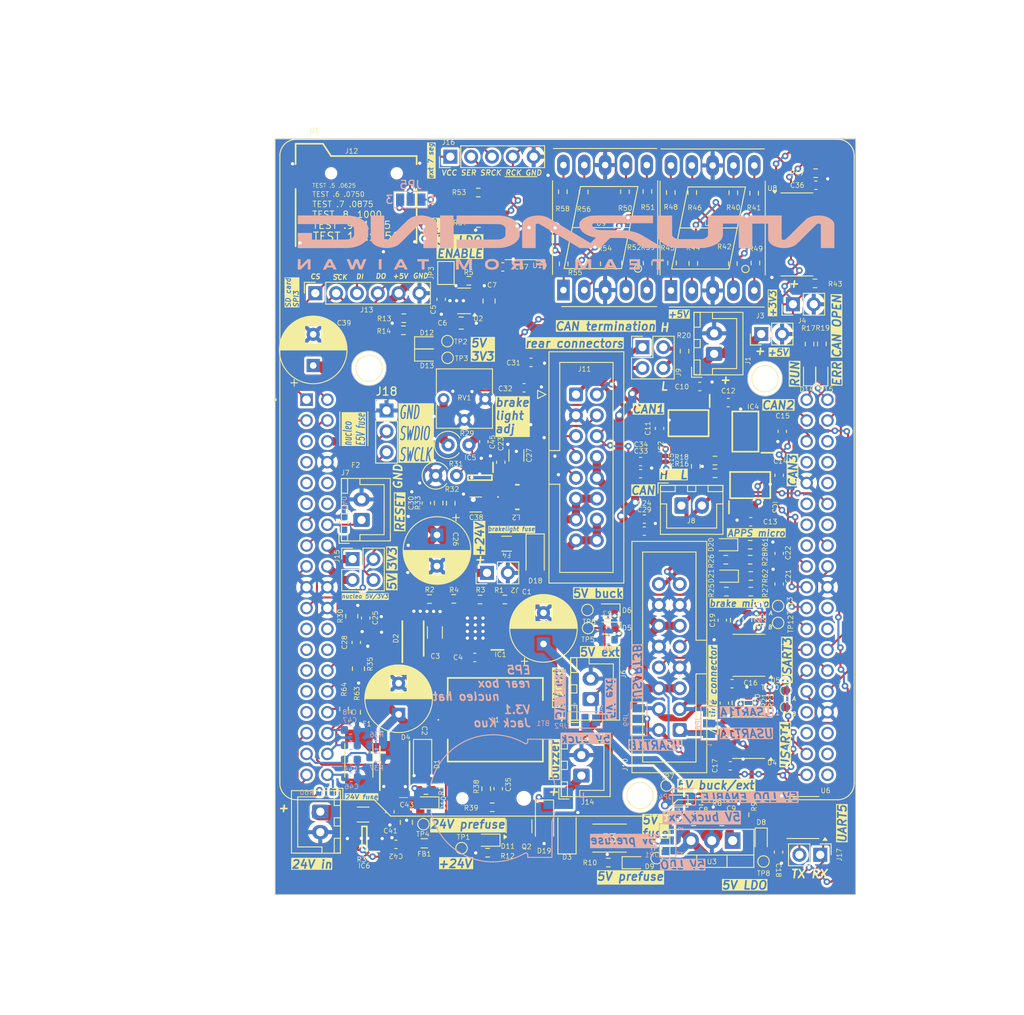
<source format=kicad_pcb>
(kicad_pcb (version 20240108) (generator "pcbnew") (generator_version "8.0")
  (title_block (title "rearbox nucleo 1") (date "2024-08-05") (rev "3.1") (company "NTURacing") (comment 1 "郭哲明") (comment 2 "electrical group") (comment 3 "1.6T/1oz/綠色防焊/白色文字/無鉛噴錫/各5pcs"))
  (layers (0 "F.Cu" signal) (31 "B.Cu" signal) (34 "B.Paste" user) (35 "F.Paste" user) (36 "B.SilkS" user "B.Silkscreen") (37 "F.SilkS" user "F.Silkscreen") (38 "B.Mask" user) (39 "F.Mask" user) (44 "Edge.Cuts" user))
  (net 0 "")
  (net 1 "+24V")
  (net 2 "GND")
  (net 3 "VBAT")
  (net 4 "APPSmicro")
  (net 5 "brakemicro")
  (net 6 "+5V")
  (net 7 "buzzer_gate")
  (net 8 "Net-(Q2-G)")
  (net 9 "suspension_R1")
  (net 10 "+3V3")
  (net 11 "APPSmicro_raw")
  (net 12 "brakemicro_raw")
  (net 13 "suspension_R2")
  (net 14 "oilpressure_shunt_1")
  (net 15 "oilpressure_shunt_2")
  (net 16 "Net-(U2-BP)")
  (net 17 "/electronic3/buzzer_outbox")
  (net 18 "Net-(D5-K)")
  (net 19 "/electronic2/BL_SW")
  (net 20 "CANH")
  (net 21 "CANL")
  (net 22 "/power/5V_LDO")
  (net 23 "/electronic2/VCC_brakelightprefuse")
  (net 29 "/T_SWCLK")
  (net 30 "/T_SWDIO")
  (net 31 "/power/5V_buck_sw")
  (net 38 "Net-(D7-K)")
  (net 40 "USART1B")
  (net 41 "USART1A")
  (net 46 "USART3B")
  (net 47 "USART3A")
  (net 48 "SPI3_CS")
  (net 49 "SPI3_SCK")
  (net 50 "SPI3_MOSI")
  (net 52 "SPI3_MISO")
  (net 53 "brakelight_outboxP")
  (net 54 "brakelight_outboxN")
  (net 56 "UART5A")
  (net 57 "UART5B")
  (net 58 "FDCAN1_RX")
  (net 60 "/power/5V_buck")
  (net 61 "FDCAN1_TX")
  (net 62 "Net-(D12-K)")
  (net 64 "FDCAN2_TX")
  (net 66 "/power/24V_prefuse")
  (net 67 "FDCAN2_RX")
  (net 68 "Net-(D13-K)")
  (net 69 "/power/5V_ext")
  (net 70 "FDCAN3_RX")
  (net 71 "FDCAN3_TX")
  (net 72 "Net-(R29-Pad1)")
  (net 73 "brake_gate")
  (net 75 "Net-(U10-~{SRCLR})")
  (net 76 "Net-(U10-~{OE})")
  (net 77 "Net-(U10-QA)")
  (net 78 "Net-(U9-A)")
  (net 79 "Net-(U10-QB)")
  (net 80 "Net-(U9-B)")
  (net 81 "Net-(U10-QC)")
  (net 82 "Net-(U9-C)")
  (net 83 "Net-(U10-QD)")
  (net 84 "Net-(U9-D)")
  (net 85 "Net-(U10-QE)")
  (net 86 "Net-(U9-E)")
  (net 87 "Net-(U10-QF)")
  (net 88 "Net-(U9-F)")
  (net 89 "Net-(U10-QG)")
  (net 90 "Net-(U9-G)")
  (net 91 "Net-(U10-QH)")
  (net 92 "Net-(U9-DP)")
  (net 93 "UART5_TX")
  (net 94 "UART5_RX")
  (net 95 "USART1_DE")
  (net 97 "USART3_RX")
  (net 98 "SPI2_CS")
  (net 99 "USART3_TX")
  (net 100 "SPI2_MOSI")
  (net 101 "UART5_DE")
  (net 102 "USART3_DE")
  (net 103 "SPI2_SCK")
  (net 106 "USART1_TX")
  (net 107 "USART1_RX")
  (net 108 "Net-(J16-Pin_2)")
  (net 110 "CANOPEN_RUN_LED")
  (net 111 "CANOPEN_ERR_LED")
  (net 113 "Net-(D9-K)")
  (net 114 "/power/5V_prefuse")
  (net 115 "5V_nucleo_E5V")
  (net 116 "Net-(IC2-S)")
  (net 117 "Net-(IC3-S)")
  (net 118 "Net-(IC5-EN)")
  (net 119 "/RESET")
  (net 120 "/5V_nucleo")
  (net 121 "/3V_nucleo")
  (net 123 "/USER_BUT")
  (net 126 "Net-(IC1-BOOT)")
  (net 127 "Net-(JP4-B)")
  (net 128 "Net-(C19-Pad1)")
  (net 129 "Net-(C20-Pad1)")
  (net 130 "Net-(IC5-CB)")
  (net 131 "Net-(D6-K)")
  (net 132 "Net-(D8-K)")
  (net 133 "Net-(D10-K)")
  (net 134 "Net-(D11-K)")
  (net 135 "Net-(D14-A)")
  (net 136 "Net-(D15-A)")
  (net 139 "Net-(IC4-S)")
  (net 140 "Net-(J9-Pin_2)")
  (net 141 "Net-(J9-Pin_4)")
  (net 142 "Net-(JP3-A)")
  (net 143 "VDDA")
  (net 144 "24Vcurrent")
  (net 145 "Net-(U8-QA)")
  (net 146 "Net-(U7-A)")
  (net 147 "Net-(U8-QB)")
  (net 148 "Net-(U7-B)")
  (net 149 "Net-(U8-QC)")
  (net 150 "Net-(U7-C)")
  (net 151 "Net-(U8-~{SRCLR})")
  (net 152 "Net-(U8-QD)")
  (net 153 "Net-(U7-D)")
  (net 154 "Net-(U8-QE)")
  (net 155 "Net-(U7-E)")
  (net 156 "Net-(U8-QF)")
  (net 157 "Net-(U7-F)")
  (net 158 "Net-(U8-~{OE})")
  (net 159 "Net-(U8-QG)")
  (net 160 "Net-(U7-G)")
  (net 161 "Net-(U8-QH)")
  (net 162 "Net-(U7-DP)")
  (net 163 "Net-(U10-SER)")
  (net 164 "/power/5V_buck_FB")
  (net 165 "/power/5V_buck_EN")
  (net 166 "Net-(D20-K)")
  (net 167 "/power/5V_buck{slash}ext")
  (net 168 "Net-(D21-K)")
  (net 169 "/power/24V_premeasure")
  (net 170 "24Vvoltage")
  (net 171 "Net-(J16-Pin_1)")
  (net 172 "Net-(U1A-PC0{slash}PA15)")
  (net 173 "Net-(U1A-PC1{slash}PB9)")
  (net 174 "Net-(U1A-PB0)")
  (footprint "Package_SO:SOIC-16_3.9x9.9mm_P1.27mm" (layer "F.Cu") (at 173.0502 66.7258)
    (property "Reference" "U8")
    (property "Value" "74HC595")
  )
  (footprint "Resistor_SMD:R_0603_1608Metric" (layer "F.Cu") (at 147.066 61.5442 90)
    (property "Reference" "R56")
    (property "Value" "150R")
  )
  (footprint "Fuse:Fuse_1206_3216Metric" (layer "F.Cu") (at 137.668 104.4194 180)
    (property "Reference" "F4")
    (property "Value" "0.5A")
  )
  (footprint "Capacitor_SMD:C_0603_1608Metric" (layer "F.Cu") (at 156.3116 90.3732 90)
    (property "Reference" "C11")
    (property "Value" "0u1")
  )
  (footprint "Resistor_SMD:R_0603_1608Metric" (layer "F.Cu") (at 119.3292 124.968 90)
    (property "Reference" "R63")
    (property "Value" "1k")
  )
  (footprint "Connector_PinHeader_2.54mm:PinHeader_1x03_P2.54mm_Vertical" (layer "F.Cu") (at 123.0376 88.1888)
    (property "Reference" "J18")
    (property "Value" "SW debug")
  )
  (footprint "Resistor_SMD:R_0603_1608Metric" (layer "F.Cu") (at 165.481 113.7412 -90)
    (property "Reference" "R24")
    (property "Value" "60R")
  )
  (footprint "Capacitor_SMD:C_0603_1608Metric" (layer "F.Cu") (at 139.8016 85.4202)
    (property "Reference" "C32")
    (property "Value" "1u 16V")
  )
  (footprint "SamacSys_Parts:DIOM5336X262N" (layer "F.Cu") (at 124.0282 131.8006 -90)
    (property "Reference" "D4")
    (property "Value" "SMBJP6KE33A-TP" (hide yes))
  )
  (footprint "LED_SMD:LED_0603_1608Metric" (layer "F.Cu") (at 150.114 114.7064 180)
    (property "Reference" "D5")
    (property "Value" "RED 5Vext")
  )
  (footprint "Resistor_SMD:R_0603_1608Metric" (layer "F.Cu") (at 157.6832 61.6204 90)
    (property "Reference" "R48")
    (property "Value" "150R")
  )
  (footprint "Resistor_SMD:R_0603_1608Metric" (layer "F.Cu") (at 166.6748 137.4648 90)
    (property "Reference" "R9")
    (property "Value" "1k")
  )
  (footprint "Resistor_SMD:R_0603_1608Metric" (layer "F.Cu") (at 165.2524 70.2818 -90)
    (property "Reference" "R42")
    (property "Value" "150R")
  )
  (footprint "Fuse:Fuse_2512_6332Metric_Pad1.52x3.35mm_HandSolder" (layer "F.Cu") (at 150.2156 140.3096 180)
    (property "Reference" "F3")
    (property "Value" "1A")
  )
  (footprint "Resistor_SMD:R_0603_1608Metric" (layer "F.Cu") (at 164.465 110.2614)
    (property "Reference" "R25")
    (property "Value" "10k")
  )
  (footprint "TestPoint:TestPoint_Pad_D1.0mm" (layer "F.Cu") (at 127.5334 138.6078 90)
    (property "Reference" "TP4")
    (property "Value" "24V_prefuse")
  )
  (footprint "Resistor_SMD:R_0603_1608Metric" (layer "F.Cu") (at 125.095 78.4098 180)
    (property "Reference" "R14")
    (property "Value" "510R")
  )
  (footprint "TestPoint:TestPoint_Pad_D1.0mm" (layer "F.Cu") (at 147.5232 112.4966 90)
    (property "Reference" "TP6")
    (property "Value" "5V_buck")
  )
  (footprint "Connector_PinHeader_2.54mm:PinHeader_1x02_P2.54mm_Vertical" (layer "F.Cu") (at 172.5676 75.2348 90)
    (property "Reference" "J4")
    (property "Value" "3V3 test")
  )
  (footprint "nturt_kicad_lib:MODULE_NUCLEO-G474RE" (layer "F.Cu") (at 145.034 96.378)
    (property "Reference" "U1")
    (property "Value" "NUCLEO-G474RE")
  )
  (footprint "Capacitor_SMD:C_0603_1608Metric" (layer "F.Cu") (at 136.652 134.2898 -90)
    (property "Reference" "C35")
    (property "Value" "0u1")
  )
  (footprint "Resistor_SMD:R_0603_1608Metric" (layer "F.Cu") (at 128.267747 111.175183)
    (property "Reference" "R2")
    (property "Value" "4.7k")
  )
  (footprint "Resistor_SMD:R_0603_1608Metric" (layer "F.Cu") (at 130.8608 99.4918 90)
    (property "Reference" "R32")
    (property "Value" "100k")
  )
  (footprint "Capacitor_SMD:C_0603_1608Metric" (layer "F.Cu") (at 161.2138 85.2678)
    (property "Reference" "C10")
    (property "Value" "0u1")
  )
  (footprint "Package_TO_SOT_SMD:SOT-23-3" (layer "F.Cu") (at 139.192 138.8618 90)
    (property "Reference" "Q2")
    (property "Value" "SI3407")
  )
  (footprint "Diode_SMD:D_MiniMELF" (layer "F.Cu") (at 141.1478 105.8926 -90)
    (property "Reference" "D18")
    (property "Value" "1N4148")
  )
  (footprint "TestPoint:TestPoint_Pad_D1.0mm" (layer "F.Cu") (at 170.7642 114.0714)
    (property "Reference" "TP12")
    (property "Value" "USART3B")
  )
  (footprint "LED_SMD:LED_0603_1608Metric" (layer "F.Cu") (at 127.9398 136.017 180)
    (property "Reference" "D10")
    (property "Value" "RED 24VpreFuse")
  )
  (footprint "Capacitor_SMD:C_0603_1608Metric" (layer "F.Cu") (at 171.2722 90.7288 -90)
    (property "Reference" "C15")
    (property "Value" "0u1")
  )
  (footprint "Capacitor_SMD:C_0603_1608Metric" (layer "F.Cu") (at 154.4574 101.4222)
    (property "Reference" "C24")
    (property "Value" "0u1")
  )
  (footprint "Resistor_SMD:R_0603_1608Metric" (layer "F.Cu") (at 150.0632 143.2814 180)
    (property "Reference" "R10")
    (property "Value" "1k")
  )
  (footprint "LED_SMD:LED_0603_1608Metric" (layer "F.Cu") (at 164.4396 108.3818 180)
    (property "Reference" "D21")
    (property "Value" "APPS micro")
  )
  (footprint "Resistor_SMD:R_0603_1608Metric" (layer "F.Cu") (at 152.0922 61.5188 90)
    (property "Reference" "R50")
    (property "Value" "150R")
  )
  (footprint "Resistor_SMD:R_0603_1608Metric" (layer "F.Cu") (at 167.8432 61.6966 90)
    (property "Reference" "R41")
    (property "Value" "150R")
  )
  (footprint "SamacSys_Parts:SOIC127P600X175-8N" (layer "F.Cu") (at 167.3606 97.276937 90)
    (property "Reference" "IC3")
    (property "Value" "TCAN1057AVDRQ1" (hide yes))
  )
  (footprint "Capacitor_SMD:C_0603_1608Metric" (layer "F.Cu") (at 134.8994 91.9858 -90)
    (property "Reference" "C45")
    (property "Value" "0u1")
  )
  (footprint "Resistor_SMD:R_0805_2012Metric" (layer "F.Cu") (at 118.7958 113.2586 90)
    (property "Reference" "R30")
    (property "Value" "100R 1%")
  )
  (footprint "Connector_JST:JST_XH_B2B-XH-A_1x02_P2.50mm_Vertical" (layer "F.Cu") (at 158.9786 99.7712)
    (property "Reference" "J8")
    (property "Value" "CAN")
  )
  (footprint "Capacitor_SMD:C_0805_2012Metric" (layer "F.Cu") (at 160.4518 138.049)
    (property "Reference" "C8")
    (property "Value" "10u 16V")
  )
  (footprint "Capacitor_SMD:C_0805_2012Metric" (layer "F.Cu") (at 132.141 77.531)
    (property "Reference" "C6")
    (property "Value" "10u 16V")
  )
  (footprint "SamacSys_Parts:SRN3012BTA100M" (layer "F.Cu") (at 138.9712 98.7352)
    (property "Reference" "L2")
    (property "Value" "10uH 2A (SRN3012BTA-100M)" (hide yes))
  )
  (footprint "Capacitor_SMD:C_0603_1608Metric" (layer "F.Cu") (at 175.3616 60.7314)
    (property "Reference" "C36")
    (property "Value" "0u1")
  )
  (footprint "LED_SMD:LED_0603_1608Metric" (layer "F.Cu") (at 176.0982 83.693 90)
    (property "Reference" "D15")
    (property "Value" "RED CANopen_ERR")
  )
  (footprint "Resistor_SMD:R_0603_1608Metric" (layer "F.Cu") (at 129.3876 99.4664 -90)
    (property "Reference" "R33")
    (property "Value" "1k")
  )
  (footprint "Capacitor_SMD:C_0805_2012Metric" (layer "F.Cu") (at 163.9062 138.049 180)
    (property "Reference" "C9")
    (property "Value" "10u 16V")
  )
  (footprint "Resistor_SMD:R_0603_1608Metric" (layer "F.Cu") (at 160.4264 70.2564 -90)
    (property "Reference" "R44")
    (property "Value" "150R")
  )
  (footprint "Resistor_SMD:R_0603_1608Metric" (layer "F.Cu") (at 137.462547 111.225983 180)
    (property "Reference" "R1")
    (property "Value" "27k")
  )
  (footprint "SamacSys_Parts:MSD4A" (layer "F.Cu") (at 119.3292 63.373 180)
    (property "Reference" "J12")
    (property "Value" "MSD-4-A" (hide yes))
  )
  (footprint "Capacitor_SMD:C_0603_1608Metric" (layer "F.Cu") (at 170.8912 109.347 90)
    (property "Reference" "C21")
    (property "Value" "330p")
  )
  (footprint "Resistor_SMD:R_0603_1608Metric" (layer "F.Cu") (at 134.439947 111.225983 180)
    (property "Reference" "R3")
    (property "Value" "9k1")
  )
  (footprint "Resistor_SMD:R_0603_1608Metric" (layer "F.Cu") (at 167.9956 70.2056 -90)
    (property "Reference" "R49")
    (property "Value" "150R")
  )
  (footprint "Diode_SMD:D_MiniMELF" (layer "F.Cu") (at 127.4318 130.937 -90)
    (property "Reference" "D1")
    (property "Value" "zener 27V")
  )
  (footprint "Fuse:Fuse_2512_6332Metric_Pad1.52x3.35mm_HandSolder" (layer "F.Cu") (at 119.0498 90.3986 -90)
    (property "Reference" "F2")
    (property "Value" "0.4A")
  )
  (footprint "Capacitor_SMD:C_0603_1608Metric" (layer "F.Cu") (at 167.4238 101.747337 180)
    (property "Reference" "C13")
    (property "Value" "0u1")
  )
  (footprint "Resistor_SMD:R_0603_1608Metric" (layer "F.Cu") (at 176.0982 80.074 -90)
    (property "Reference" "R19")
    (property "Value" "150R")
  )
  (footprint "Connector_PinSocket_2.54mm:PinSocket_1x06_P2.54mm_Vertical" (layer "F.Cu") (at 114.3508 73.8886 90)
    (property "Reference" "J13")
    (property "Value" "sdCardModule")
  )
  (footprint "Potentiometer_THT:Potentiometer_Vishay_T73YP_Vertical" (layer "F.Cu") (at 129.9868 86.7916 -90)
    (property "Reference" "RV1")
    (property "Value" "20k")
  )
  (footprint "Resistor_SMD:R_0603_1608Metric" (layer "F.Cu") (at 163.068 95.8342)
    (property "Reference" "R16")
    (property "Value" "10k")
  )
  (footprint "Resistor_SMD:R_0603_1608Metric" (layer "F.Cu") (at 167.4368 108.3564)
    (property "Reference" "R62")
    (property "Value" "1k")
  )
  (footprint "TestPoint:TestPoint_Pad_D1.0mm" (layer "F.Cu") (at 155.956 142.748 -90)
    (property "Reference" "TP9")
    (property "Value" "5V_prefuse")
  )
  (footprint "Connector_PinHeader_2.54mm:PinHeader_2x02_P2.54mm_Vertical" (layer "F.Cu") (at 154.2288 80.4672)
    (property "Reference" "J9")
    (property "Value" "CAN_termination")
  )
  (footprint "Capacitor_SMD:C_0603_1608Metric" (layer "F.Cu") (at 154.0002 95.885)
    (property "Reference" "C33")
    (property "Value" "1u 16V")
  )
  (footprint "Capacitor_SMD:C_0603_1608Metric" (layer "F.Cu") (at 170.815 142.0114 -90)
    (property "Reference" "C18")
    (property "Value" "0u1")
  )
  (footprint "Resistor_SMD:R_0603_1608Metric" (layer "F.Cu") (at 134.239 65.3288)
    (property "Reference" "R57")
    (property "Value" "1k")
  )
  (footprint "Fuse:Fuse_2512_6332Metric_Pad1.52x3.35mm_HandSolder" (layer "F.Cu") (at 119.6594 130.8354 90)
    (property "Reference" "F1")
    (property "Value" "2A")
  )
  (footprint "Resistor_SMD:R_0603_1608Metric" (layer "F.Cu") (at 125.1458 76.9366 180)
    (property "Reference" "R13")
    (property "Value" "1k")
  )
  (footprint "Resistor_SMD:R_0603_1608Metric" (layer "F.Cu") (at 159.3596 80.9498 90)
    (property "Reference" "R20")
    (property "Value" "120R")
  )
  (footprint "Resistor_SMD:R_0603_1608Metric" (layer "F.Cu") (at 163.068 94.2848)
    (property "Reference" "R18")
    (property "Value" "10k")
  )
  (footprint "Package_SO:SOIC-8_3.9x4.9mm_P1.27mm" (layer "F.Cu") (at 167.2014 118.028 180)
    (property "Reference" "U5")
    (property "Value" "MAX487E")
  )
  (footprint "Connector_IDC:IDC-Header_2x08_P2.54mm_Vertical" (layer "F.Cu") (at 158.7754 127.127 180)
    (property "Reference" "J10")
    (property "Value" "left connector")
  )
  (footprint "Resistor_SMD:R_0603_1608Metric" (layer "F.Cu") (at 165.3032 61.6458 90)
    (property "Reference" "R40")
    (property "Value" "150R")
  )
  (footprint "Resistor_SMD:R_0603_1608Metric" (layer "F.Cu") (at 167.3606 104.5464)
    (property "Reference" "R61")
    (property "Value" "1k")
  )
  (footprint "Resistor_SMD:R_0805_2012Metric" (layer "F.Cu") (at 119.6086 119.6594 -90)
    (property "Reference" "R35")
    (property "Value" "100R 1%" (hide yes))
  )
  (footprint "Package_SO:SOIC-8_3.9x4.9mm_P1.27mm" (layer "F.Cu") (at 173.7868 137.795 180)
    (property "Reference" "U6")
    (property "Value" "MAX487E")
  )
  (footprint "Capacitor_SMD:C_0603_1608Metric" (layer "F.Cu") (at 127.889 99.4664 90)
    (property "Reference" "C30")
    (property "Value" "0u1")
  )
  (footprint "Connector_JST:JST_XH_B2B-XH-A_1x02_P2.50mm_Vertical" (layer "F.Cu") (at 146.7866 132.6896 90)
    (property "Reference" "J14")
    (property "Value" "buzzer")
  )
  (footprint "Inductor_SMD:L_0805_2012Metric" (layer "F.Cu") (at 127.635 140.9446 180)
    (property "Reference" "FB1")
    (property "Value" "FerriteBead")
  )
  (footprint "Capacitor_THT:CP_Radial_D8.0mm_P3.80mm" (layer "F.Cu") (at 124.5108 125.222 90)
    (property "Reference" "C2")
    (property "Value" "220u 35V")
  )
  (footprint "Capacitor_SMD:C_0603_1608Metric" (layer "F.Cu") (at 164.9364 131.4958)
    (property "Reference" "C17")
    (property "Value" "0u1")
  )
  (footprint "Capacitor_SMD:C_1206_3216Metric" (layer "F.Cu") (at 128.929147 115.242983 90)
    (property "Reference" "C3")
    (property "Value" "10u 35V")
  )
  (footprint "Diode_SMD:D_MiniMELF" (layer "F.Cu") (at 142.2908 138.3284 -90)
    (property "Reference" "D19")
    (property "Value" "1N4148")
  )
  (footprint "Connector_JST:JST_XH_B2B-XH-A_1x02_P2.50mm_Vertical" (layer "F.Cu") (at 119.9896 101.5238 90)
    (property "Reference" "J7")
    (property "Value" "RESET")
  )
  (footprint "Resistor_SMD:R_0603_1608Metric" (layer "F.Cu") (at 167.0304 113.6904 90)
    (property "Reference" "R22")
    (property "Value" "60R")
  )
  (footprint "Resistor_SMD:R_0603_1608Metric" (layer "F.Cu") (at 144.6276 70.3072 -90)
    (property "Reference" "R55")
    (property "Value" "150R")
  )
  (footprint "LED_SMD:LED_0603_1608Metric" (layer "F.Cu") (at 174.5996 83.693 90)
    (property "Reference" "D14")
    (property "Value" "GREEN CANopen_RUN")
  )
  (footprint "Capacitor_SMD:C_0603_1608Metric" (layer "F.Cu") (at 133.794747 118.290983)
    (property "Reference" "C4")
    (property "Value" "10n")
  )
  (footprint "Capacitor_SMD:C_0603_1608Metric" (layer "F.Cu") (at 137.2108 70.6882)
    (property "Reference" "C37")
    (property "Value" "0u1")
  )
  (footprint "SamacSys_Parts:SOIC127P600X175-8N" (layer "F.Cu") (at 159.8422 89.733137 -90)
    (property "Reference" "IC2")
    (property "Value" "TCAN1057AVDRQ1" (hide yes))
  )
  (footprint "Capacitor_SMD:C_0603_1608Metric" (layer "F.Cu") (at 123.444 137.1092 -90)
    (property "Reference" "C41")
    (property "Value" "10n")
  )
  (footprint "Resistor_SMD:R_0603_1608Metric" (layer "F.Cu") (at 117.856 124.5616 90)
    (property "Reference" "R64")
    (property "Value" "1k")
  )
  (footprint "SamacSys_Parts:SODFL5226X100N" (layer "F.Cu") (at 126.262147 115.979583 90)
    (property "Reference" "D2")
    (property "Value" "45V 2A (VSSAF5L45HM3_A_H)" (hide yes))
  )
  (footprint "Capacitor_THT:CP_Radial_D8.0mm_P3.80mm" (layer "F.Cu") (at 114.0968 82.7024 90)
    (property "Reference" "C39")
    (property "Value" "220u 35V")
  )
  (footprint "Capacitor_SMD:C_0603_1608Metric" (layer "F.Cu") (at 170.8912 105.6132 90)
    (property "Reference" "C22")
    (property "Value" "330p")
  )
  (footprint "Connector_JST:JST_XH_B2B-XH-A_1x02_P2.50mm_Vertical" (layer "F.Cu") (at 114.9604 137.0838 -90)
    (property "Reference" "J5" (hide yes))
    (property "Value" "24V")
  )
  (footprint "Resistor_SMD:R_0603_1608Metric" (layer "F.Cu") (at 175.3362 59.2582 180)
    (property "Reference" "R47")
    (property "Value" "1k")
  )
  (footprint "Capacitor_SMD:C_0603_1608Metric" (layer "F.Cu") (at 164.211 123.8504 -90)
    (property "Reference" "C20")
    (property "Value" "220p")
  )
  (footprint "LED_SMD:LED_0603_1608Metric" (layer "F.Cu") (at 127.9398 79.9338)
    (property "Reference" "D12")
    (property "Value" "RED 5V")
  )
  (footprint "Display_7Segment:7SegmentLED_LTS6760_LTS6780" (layer "F.Cu") (at 144.5992 73.5076 90)
    (property "Reference" "U9")
    (property "Value" "SM420561N")
  )
  (footprint "TestPoint:TestPoint_Pad_D1.0mm" (layer "F.Cu") (at 130.4798 81.7626)
    (property "Reference" "TP3")
    (property "Value" "3V3")
  )
  (footprint "SamacSys_Parts:SOIC127P600X170-9N" (layer "F.Cu") (at 133.838947 114.785783 180)
    (property "Reference" "IC1")
    (property "Value" "LM22676MRX-ADJ_NOPB" (hide yes))
  )
  (footprint "Capacitor_SMD:C_1206_3216Metric" (layer "F.Cu") (at 133.9088 99.644 180)
    (property "Reference" "C38")
    (property "Value" "10u 35V")
  )
  (footprint "Resistor_THT:R_Axial_DIN0309_L9.0mm_D3.2mm_P2.54mm_Vertical" (layer "F.Cu") (at 130.5392 92.3796)
    (property "Reference" "R29")
    (property "Value" "5.1R 1/2W")
  )
  (footprint "Package_TO_SOT_SMD:SOT-23-5" (layer "F.Cu") (at 132.4919 74.8284 180)
    (property "Reference" "U2")
    (property "Value" "LP2985-3.3")
  )
  (footprint "Connector_PinHeader_2.54mm:PinHeader_2x02_P2.54mm_Vertical" (layer "F.Cu") (at 118.8974 106.299)
    (property "Reference" "J15")
    (property "Value" "nucleoPWRjumper")
  )
  (footprint "TestPoint:TestPoint_Pad_D1.0mm" (layer "F.Cu") (at 170.7642 112.014)
    (property "Reference" "TP13")
    (property "Value" "USART3A")
  )
  (footprint "Resistor_SMD:R_0603_1608Metric" (layer "F.Cu") (at 175.26 72.6948)
    (property "Reference" "R43")
    (property "Value" "1k")
  )
  (footprint "Resistor_SMD:R_0603_1608Metric" (layer "F.Cu") (at 154.8638 70.231 -90)
    (property "Reference" "R59")
    (property "Value" "150R")
  )
  (footprint "LED_SMD:LED_0603_1608Metric" (layer "F.Cu") (at 158.2928 135.7884 180)
    (property "Reference" "D7")
    (property "Value" "RED 5Vbuck/ext")
  )
  (footprint "Capacitor_SMD:C_0603_1608Metric" (layer "F.Cu") (at 163.957 113.7412 -90)
    (property "Reference" "C19")
    (property "Value" "220p")
  )
  (footprint "TestPoint:TestPoint_Pad_D1.0mm" (layer "F.Cu") (at 132.1816 141.5288 90)
    (property "Reference" "TP1")
    (property "Value" "24V")
  )
  (footprint "LED_SMD:LED_0603_1608Metric" (layer "F.Cu") (at 135.382 140.5636 180)
    (property "Reference" "D11")
    (property "Value" "RED 24V")
  )
  (footprint "Connector_JST:JST_XH_B2B-XH-A_1x02_P2.50mm_Vertical" (layer "F.Cu") (at 147.9296 123.3678 90)
    (property "Reference" "J6")
    (property "Value" "5V external")
  )
  (footprint "Resistor_SMD:R_0603_1608Metric" (layer "F.Cu") (at 157.8356 70.2056 -90)
    (property "Reference" "R45")
    (property "Value" "150R")
  )
  (footprint "Capacitor_SMD:C_0603_1608Metric" (layer "F.Cu") (at 164.6936 87.2236)
    (property "Reference" "C12")
    (property "Value" "0u1")
  )
  (footprint "Resistor_THT:R_Axial_DIN0309_L9.0mm_D3.2mm_P2.54mm_Vertical" (layer "F.Cu") (at 129.032 96.1136)
    (property "Reference" "R31")
    (property "Value" "5.1R 1/2W")
  )
  (footprint "TestPoint:TestPoint_Pad_D1.0mm" (layer "F.Cu") (at 168.9862 143.1544 180)
    (property "Reference" "TP8")
    (property "Value" "5V_LDO")
  )
  (footprint "Capacitor_SMD:C_0805_2012Metric" (layer "F.Cu") (at 135.5344 74.8386 90)
    (property "Reference" "C7")
    (property "Value" "10u 16V")
  )
  (footprint "LED_SMD:LED_0603_1608Metric" (layer "F.Cu") (at 164.3634 104.5464 180)
    (property "Reference" "D20")
    (property "Value" "brake micro")
  )
  (footprint "Package_SO:SOIC-8_3.9x4.9mm_P1.27mm" (layer "F.Cu") (at 167.1716 128.0414 180)
    (property "Reference" "U4")
    (property "Value" "MAX487E")
  )
  (footprint "Connector_JST:JST_XH_B2B-XH-A_1x02_P2.50mm_Vertical" (layer "F.Cu") (at 162.9664 81.28 90)
    (property "Reference" "J1")
    (property "Value" "5Vout")
  )
  (footprint "Resistor_SMD:R_0603_1608Metric" (layer "F.Cu") (at 160.7244 94.990937 90)
    (property "Reference" "R15")
    (property "Value" "10k")
  )
  (footprint "Resistor_SMD:R_0603_1608Metric" (layer "F.Cu") (at 174.5996 80.0872 -90)
    (property "Reference" "R17")
    (property "Value" "150R")
  )
  (footprint "Resistor_SMD:R_0603_1608Metric" (layer "F.Cu") (at 133.0706 72.3748 180)
    (property "Reference" "R5")
    (property "Value" "100k")
  )
  (footprint "Capacitor_SMD:C_0603_1608Metric" (layer "F.Cu") (at 129.6924 74.6354 -90)
    (property "Reference" "C5")
    (property "Value" "10n")
  )
  (footprint "Capacitor_SMD:C_0603_1608Metric" (layer "F.Cu") (at 165.1508 121.4882)
    (property "Reference" "C16")
    (property "Value" "0u1")
  )
  (footprint "Connector_PinHeader_2.54mm:PinHeader_1x02_P2.54mm_Vertical" (layer "F.Cu") (at 168.7068 78.867 90)
    (property "Reference" "J3")
    (property "Value" "5V test")
  )
  (footprint "Resistor_SMD:R_0603_1608Metric" (layer "F.Cu") (at 149.6314 70.3072 -90)
    (property "Reference" "R54")
    (property "Value" "150R")
  )
  (footprint "Resistor_SMD:R_0603_1608Metric" (layer "F.Cu") (at 165.6842 123.825 -90)
    (property "Reference" "R23")
    (property "Value" "60R")
  )
  (footprint "Resistor_SMD:R_0603_1608Metric" (layer "F.Cu") (at 135.9154 136.5504 180)
    (property "Reference" "R39")
    (property "Value" "100k")
  )
  (footprint "Resistor_SMD:R_0603_1608Metric" (layer "F.Cu") (at 164.3888 106.3752)
    (property "Reference" "R26")
    (property "Value" "10k")
  )
  (footprint "LED_SMD:LED_0603_1608Metric" (layer "F.Cu") (at 150.0124 112.4966 180)
    (property "Reference" "D6")
    (property "Value" "RED 5Vbuck")
  )
  (footprint "Resistor_SMD:R_0603_1608Metric" (layer "F.Cu") (at 161.3662 135.7376)
    (property "Reference" "R8")
    (property "Value" "1k")
  )
  (footprint "Resistor_SMD:R_0603_1608Metric" (layer "F.Cu") (at 127.8382 134.4422 180)
    (property "Reference" "R11")
    (property "Value" "10k")
  )
  (footprint "Diode_SMD:D_MiniMELF" (layer "F.Cu") (at 145.034 139.573 90)
    (property "Reference" "D3")
    (property "Value" "zener 5.6V")
  )
  (footprint "TestPoint:TestPoint_Pad_D1.0mm" (layer "F.Cu") (at 157.1752 133.8834 180)
    (property "Reference" "TP7")
    (property "Value" "5V_onboard/ext")
  )
  (footprint "Connector_PinHeader_2.54mm:PinHeader_1x02_P2.54mm_Vertical" (layer "F.Cu") (at 175.9 142.3416 -90)
    (property "Reference" "J17")
    (property "Value" "UART5")
  )
  (footprint "SamacSys_Parts:SOIC127P600X175-8N" (layer "F.Cu") (at 166.7764 90.7542 180)
    (property "Reference" "IC4")
    (property "Value" "TCAN1057AVDRQ1" (hide yes))
  )
  (footprint "Capacitor_SMD:C_1206_3216Metric" (layer "F.Cu") (at 138.8618 93.6552 90)
    (property "Reference" "C27")
    (property "Value" "22u 16V")
  )
  (footprint "Jumper:SolderJumper-2_P1.3mm_Open_Pad1.0x1.5mm" (layer "F.Cu") (at 130.2766 71.4248 90)
    (property "Reference" "JP3")
    (property "Value" "3.3ON")
  )
  (footprint "Resistor_SMD:R_0603_1608Metric" (layer "F.Cu") (at 160.2994 61.6204 90)
    (property "Reference" "R46")
    (property "Value" "150R")
  )
  (footprint "Capacitor_SMD:C_0603_1608Metric" (layer "F.Cu") (at 154.4574 102.8954)
    (property "Reference" "C29")
    (property "Value" "0u1")
  )
  (footprint "Capacitor_SMD:C_0603_1608Metric" (layer "F.Cu") (at 170.8912 96.0882 -90)
    (property "Reference" "C14")
    (property "Value" "0u1")
  )
  (footprint "Resistor_SMD:R_0603_1608Metric" (layer "F.Cu") (at 131.239547 111.149783)
    (property "Reference" "R4")
    (property "Value" "1k")
  )
  (footprint "Package_SO:SOIC-16_3.9x9.9mm_P1.27mm" (layer "F.Cu") (at 139.4206 64.7446 180)
    (property "Reference" "U10")
    (property "Value" "74HC595")
  )
  (footprint "TestPoint:TestPoint_Pad_D1.0mm" (layer "F.Cu") (at 171.7294 124.3584)
    (property "Reference" "TP11")
    (property "Value" "USART1B")
  )
  (footprint "LED_SMD:LED_0603_1608Metric" (layer "F.Cu") (at 127.9398 81.4324)
    (property "Reference" "D13")
    (property "Value" "RED 3V3")
  )
  (footprint "Display_7Segment:7SegmentLED_LTS6760_LTS6780" (layer "F.Cu") (at 157.7056 73.5584 90)
    (property "Reference" "U7")
    (property "Value" "SM420561N")
  )
  (footprint "Resistor_SMD:R_0603_1608Metric" (layer "F.Cu") (at 154.8354 61.4934 90)
    (property "Reference" "R51")
    (property "Value" "150R")
  )
  (footprint "Resistor_SMD:R_0603_1608Metric" (layer "F.Cu") (at 134.2136 61.6204)
    (property "Reference" "R53")
    (property "Value" "1k")
  )
  (footprint "Capacitor_SMD:C_0603_1608Metric" (layer "F.Cu") (at 140.6398 82.3214)
    (property "Reference" "C31")
    (property "Value" "1u 16V")
  )
  (footprint "SamacSys_Parts:SOT95P280X145-6N" (layer "F.Cu") (at 120.3398 140.3452 180)
    (property "Reference" "IC6")
    (property "Value" "MCP6C04T-100E_CHY" (hide yes))
  )
  (footprint "Connector_PinHeader_2.54mm:PinHeader_1x05_P2.54mm_Vertical" (layer "F.Cu") (at 130.81 57.2516 90)
    (property "Reference" "J16")
    (property "Value" "7 seg module")
  )
  (footprint "SamacSys_Parts:AMRM00101040470MA1" (layer "F.Cu") (at 136.294147 125.881783)
    (property "Reference" "L1")
    (property "Value" "47u 2A (AMRM00101040470MA1)" (hide yes))
  )
  (footprint "Capacitor_SMD:C_0603_1608Metric" (layer "F.Cu") (at 120.4976 113.4872 -90)
    (property "Reference" "C25")
    (property "Value" "330p")
  )
  (footprint "TestPoint:TestPoint_Pad_D1.0mm" (layer "F.Cu") (at 147.5994 114.7064 -90)
    (property "Reference" "TP5")
    (property "Value" "5v_ext")
  )
  (footprint "TestPoint:TestPoint_Pad_D1.0mm" (layer "F.Cu") (at 171.7294 122.301)
    (property "Reference" "TP10")
    (property "Value" "USART1A")
  )
  (footprint "SamacSys_Parts:SOT95P280X145-6N" (layer "F.Cu") (at 134.4168 96.373 -90)
    (property "Reference" "IC5")
    (property "Value" "LMR50410Y3FQDBVRQ1" (hide yes))
  )
  (footprint "Capacitor_SMD:C_0603_1608Metric" (layer "F.Cu") (at 124.1806 141.0716 180)
    (property "Reference" "C42")
    (property "Value" "0u1")
  )
  (footprint "Resistor_SMD:R_0603_1608Metric" (layer "F.Cu") (at 152.2222 70.2056 -90)
    (property "Reference" "R52")
    (property "Value" "150R")
  )
  (footprint "Capacitor_SMD:C_0603_1608Metric" (layer "F.Cu") (at 154.0002 94.4118)
    (property "Reference" "C34")
    (property "Value" "1u 16V")
  )
  (footprint "Resistor_SMD:R_1206_3216Metric" (layer "F.Cu") (at 120.1781 137.4394)
    (property "Reference" "R34")
    (property "Value" "3mR shunt")
  )
  (footprint "Resistor_SMD:R_0603_1608Metric" (layer "F.Cu") (at 167.3606 106.3752 180)
    (property "Reference" "R28")
    (property "Value" "10k")
  )
  (footprint "Capacitor_SMD:C_0603_1608Metric" (layer "F.Cu") (at 119.3441 116.459 90)
    (property "Reference" "C28")
    (property "Value" "330p")
  )
  (footprint "Capacitor_THT:CP_Radial_D8.0mm_P3.80mm" (layer "F.Cu") (at 129.1844 103.3526 -90)
    (property "Reference" "C26")
    (property "Value" "220u 35V")
  )
  (footprint "LED_SMD:LED_0603_1608Metric" (layer "F.Cu") (at 153.2382 143.3068)
    (property "Reference" "D9")
    (property "Value" "RED 5Vext")
  )
  (footprint "Capacitor_SMD:C_0603_1608Metric" (layer "F.Cu") (at 136.9568 94.4934 90)
    (property "Reference" "C23")
    (property "Value" "0u1")
  )
  (footprint "Connector_IDC:IDC-Header_2x08_P2.54mm_Vertical" (layer "F.Cu") (at 146.1262 86.233)
    (property "Reference" "J11")
    (property "Value" "rear_connector")
  )
  (footprint "Resistor_SMD:R_0603_1608Metric" (layer "F.Cu") (at 135.3566 142.0876 180)
    (property "Reference" "R12")
    (property "Value" "10k")
  )
  (footprint "Capacitor_SMD:C_0805_2012Metric" (layer "F.Cu") (at 125.4506 138.3792 90)
    (property "Reference" "C43")
    (property "Value" "10u 16V")
  )
  (footprint "Capacitor_THT:CP_Radial_D8.0mm_P3.80mm" (layer "F.Cu") (at 142.164347 116.639983 90)
    (property "Reference" "C1")
    (property "Value" "220u 35V")
  )
  (footprint "LED_SMD:LED_0603_1608Metric" (layer "F.Cu") (at 168.7068 140.5636 -90)
    (property "Reference" "D8")
    (property "Value" "RED 5Vldo")
  )
  (footprint "Connector_PinHeader_2.54mm:PinHeader_1x02_P2.54mm_Vertical" (layer "F.Cu") (at 135.2804 107.9754 90)
    (property "Reference" "J2")
    (property "Value" "24V test")
  )
  (footprint "Resistor_SMD:R_0603_1608Metric" (layer "F.Cu") (at 167.1574 123.8504 90)
    (property "Reference" "R21")
    (property "Value" "60R")
  )
  (footprint "Resistor_SMD:R_0603_1608Metric" (layer "F.Cu") (at 144.526 61.5188 90)
    (property "Reference" "R58")
    (property "Value" "150R")
  )
  (footprint "Resistor_SMD:R_0603_1608Metric" (layer "F.Cu") (at 135.1788 134.2898 90)
    (property "Reference" "R38")
    (property "Value" "100k")
  )
  (footprint "Package_TO_SOT_THT:TO-220-3_Vertical" (layer "F.Cu") (at 165.227 140.6092 180)
    (property "Reference" "U3")
    (property "Value" "LM7805_TO220")
  )
  (footprint "Resistor_SMD:R_0603_1608Metric" (layer "F.Cu") (at 167.4368 110.2614 180)
    (property "Reference" "R27")
    (property "Value" "10k")
  )
  (footprint "TestPoint:TestPoint_Pad_D1.0mm" (layer "F.Cu") (at 130.4544 79.7306)
    (property "Reference" "TP2")
    (property "Value" "5V")
  )
  (footprint "Jumper:SolderJumper-3_P1.3mm_Open_Pad1.0x1.5mm_NumberLabels" (layer "B.Cu") (at 157.3022 140.589 90)
    (property "Reference" "JP1")
    (property "Value" "5Vprefuse")
  )
  (footprint "Jumper:SolderJumper-3_P1.3mm_Open_Pad1.0x1.5mm_NumberLabels" (layer "B.Cu") (at 147.2946 125.9078)
    (property "Reference" "JP2")
    (property "Value" "5VonBoard")
  )
  (footprint "Resistor_SMD:R_0603_1608Metric" (layer "B.Cu") (at 121.793 130.4798)
    (property "Reference" "R37")
    (property "Value" "3k")
  )
  (footprint "Resistor_SMD:R_0603_1608Metric" (layer "B.Cu") (at 150.0124 116.1288 180)
    (property "Reference" "R6")
    (property "Value" "1k")
  )
  (footprint "nturt_kicad_lib:BAT_1056" (layer "B.Cu") (at 135.7884 135.4582 180)
    (property "Reference" "BT1")
    (property "Value" "1056")
  )
  (footprint "Capacitor_SMD:C_0603_1608Metric" (layer "B.Cu") (at 118.6942 128.9812)
    (property "Reference" "C47")
    (property "Value" "0u1")
  )
  (footprint "Jumper:SolderJumper-3_P1.3mm_Open_Pad1.0x1.5mm_NumberLabels" (layer "B.Cu") (at 153.7716 125.7762 90)
    (property "Reference" "JP9")
    (property "Value" "RS485_3B")
  )
  (footprint "Capacitor_SMD:C_0603_1608Metric" (layer "B.Cu") (at 118.6942 130.7338)
    (property "Reference" "C44")
    (property "Value" "1u 16V")
  )
  (footprint "Capacitor_SMD:C_0603_1608Metric" (layer "B.Cu") (at 117.8052 101.9048 90)
    (property "Reference" "C40")
    (property "Value" "0u1")
  )
  (footprint "Jumper:SolderJumper-3_P1.3mm_Open_Pad1.0x1.5mm_NumberLabels" (layer "B.Cu") (at 125.984 62.484 180)
    (property "Reference" "JP5")
    (property "Value" "seg pwr")
  )
  (footprint "Capacitor_SMD:C_0603_1608Metric" (layer "B.Cu") (at 118.7196 132.8928)
    (property "Reference" "C46")
    (property "Value" "0u1")
  )
  (footprint "Capacitor_SMD:C_0603_1608Metric" (layer "B.Cu") (at 118.6688 127.127)
    (property "Reference" "C48")
    (property "Value" "0u1")
  )
  (footprint "Resistor_SMD:R_0603_1608Metric" (layer "B.Cu") (at 149.9616 114.046 180)
    (property "Reference" "R7")
    (property "Value" "1k")
  )
  (footprint "Resistor_SMD:R_0603_1608Metric" (layer "B.Cu") (at 121.793 128.9304 180)
    (property "Reference" "R36")
    (property "Value" "27k")
  )
  (footprint "Resistor_SMD:R_0603_1608Metric" (layer "B.Cu") (at 115.6716 134.6708 180)
    (property "Reference" "R60")
    (property "Value" "1k")
  )
  (footprint "Jumper:SolderJumper-2_P1.3mm_Open_Pad1.0x1.5mm" (layer "B.Cu") (at 159.3088 135.2804)
    (property "Reference" "JP4")
    (property "Value" "5V_LDO")
  )
  (footprint "Jumper:SolderJumper-3_P1.3mm_Open_Pad1.0x1.5mm_NumberLabels" (layer "B.Cu") (at 162.3568 126.3142 90)
    (property "Reference" "JP8")
    (property "Value" "RS485_3A")
  )
  (gr_poly (pts (xy 146.272514 69.739052) (xy 146.041448 69.744343) (xy 146.041448 70.996704) (xy 146.212541 71.001996) (xy 146.385405 71.007287) (xy 146.385405 70.132399) (xy 146.612944 70.564552) (xy 146.840489 70.996704) (xy 147.006291 71.001996) (xy 147.172096 71.007287) (xy 147.399642 70.575134) (xy 147.628948 70.142982) (xy 147.634239 70.575134) (xy 147.637767 71.007287) (xy 147.810628 71.001996) (xy 147.981725 70.996704) (xy 147.987016 70.388162) (xy 147.987677 70.149872) (xy 147.987015 69.9516) (xy 147.985032 69.814182) (xy 147.983544 69.774805) (xy 147.982675 69.763588) (xy 147.981725 69.758454) (xy 147.980039 69.75529) (xy 147.976922 69.752404) (xy 147.972306 69.749788) (xy 147.966125 69.74743) (xy 147.95831 69.74532) (xy 147.948795 69.743447) (xy 147.924396 69.740374) (xy 147.892391 69.738128) (xy 147.852241 69.736626) (xy 147.80341 69.735786) (xy 147.74536 69.735524) (xy 147.516054 69.735524) (xy 147.265584 70.204718) (xy 147.229571 70.272148) (xy 147.196834 70.333058) (xy 147.167218 70.387711) (xy 147.140568 70.436366) (xy 147.11673 70.479286) (xy 147.095547 70.51673) (xy 147.076866 70.54896) (xy 147.060531 70.576237) (xy 147.046387 70.598822) (xy 147.040089 70.608436) (xy 147.03428 70.616975) (xy 147.028941 70.624472) (xy 147.024053 70.630959) (xy 147.019596 70.636468) (xy 147.015552 70.641033) (xy 147.0119 70.644685) (xy 147.008622 70.647458) (xy 147.005698 70.649384) (xy 147.003108 70.650496) (xy 147.001933 70.650757) (xy 147.000834 70.650827) (xy 146.999808 70.650709) (xy 146.998855 70.650408) (xy 146.997971 70.649928) (xy 146.997153 70.649273) (xy 146.995708 70.647454) (xy 146.969361 70.60242) (xy 146.911925 70.498847) (xy 146.738182 70.178259) (xy 146.501817 69.73376)) (fill solid) (layer "B.SilkS"))
  (gr_poly (pts (xy 122.258934 69.739052) (xy 122.087834 69.744343) (xy 122.087834 70.996704) (xy 122.258934 71.001996) (xy 122.431798 71.007287) (xy 122.431798 69.73376)) (fill solid) (layer "B.SilkS"))
  (gr_poly (pts (xy 126.788603 70.017746) (xy 127.317766 70.017746) (xy 127.317766 71.007287) (xy 127.488866 71.001996) (xy 127.661723 70.996704) (xy 127.667015 70.506343) (xy 127.670543 70.017746) (xy 128.199712 70.017746) (xy 128.199712 69.735524) (xy 126.788603 69.735524)) (fill solid) (layer "B.SilkS"))
  (gr_poly (pts (xy 133.203862 69.739052) (xy 132.971031 69.744343) (xy 132.724089 70.206482) (xy 132.62757 70.386867) (xy 132.547257 70.534345) (xy 132.515761 70.591041) (xy 132.491418 70.633867) (xy 132.47526 70.660942) (xy 132.470574 70.667985) (xy 132.468321 70.670385) (xy 132.461941 70.661903) (xy 132.447375 70.637588) (xy 132.397324 70.548236) (xy 132.325447 70.415889) (xy 132.239018 70.254108) (xy 132.074093 69.944986) (xy 131.988548 69.786677) (xy 131.956792 69.735524) (xy 131.498186 69.735524) (xy 131.498186 71.007287) (xy 131.66928 71.001996) (xy 131.842143 70.996704) (xy 131.845671 70.583954) (xy 131.847297 70.423909) (xy 131.84942 70.29181) (xy 131.850615 70.240633) (xy 131.851872 70.201714) (xy 131.853171 70.176809) (xy 131.85383 70.170162) (xy 131.854491 70.167677) (xy 131.85627 70.169191) (xy 131.860211 70.174918) (xy 131.874138 70.198159) (xy 131.923058 70.285857) (xy 131.994137 70.417211) (xy 132.080266 70.578662) (xy 132.300755 70.996704) (xy 132.635893 70.996704) (xy 132.859905 70.573371) (xy 132.893834 70.510031) (xy 132.924301 70.453437) (xy 132.951482 70.403308) (xy 132.975551 70.359362) (xy 132.996685 70.321317) (xy 133.015059 70.288892) (xy 133.023267 70.274699) (xy 133.03085 70.261805) (xy 133.037831 70.250176) (xy 133.044232 70.239775) (xy 133.050075 70.230568) (xy 133.055382 70.22252) (xy 133.060175 70.215595) (xy 133.064475 70.209758) (xy 133.068306 70.204974) (xy 133.071688 70.201208) (xy 133.074643 70.198424) (xy 133.075968 70.197389) (xy 133.077194 70.196587) (xy 133.078325 70.196013) (xy 133.079363 70.195663) (xy 133.080311 70.195532) (xy 133.081172 70.195615) (xy 133.081948 70.19591) (xy 133.082642 70.19641) (xy 133.083256 70.197111) (xy 133.083795 70.19801) (xy 133.08426 70.199102) (xy 133.084654 70.200382) (xy 133.08524 70.20349) (xy 133.085576 70.207299) (xy 133.085683 70.211774) (xy 133.087005 70.361264) (xy 133.090975 70.635107) (xy 133.094502 70.996704) (xy 133.265599 71.001996) (xy 133.43846 71.007287) (xy 133.43846 69.73376)) (fill solid) (layer "B.SilkS"))
  (gr_poly (pts (xy 129.557909 64.410344) (xy 129.557909 68.394968) (xy 131.215959 68.394968) (xy 131.215959 66.414121) (xy 131.215022 65.643522) (xy 131.212432 65.010507) (xy 131.20852 64.580559) (xy 131.206172 64.462199) (xy 131.203618 64.419163) (xy 131.184416 64.417189) (xy 131.134354 64.415277) (xy 130.955126 64.411887) (xy 130.692886 64.409489) (xy 130.37459 64.40858)) (fill solid) (layer "B.SilkS"))
  (gr_poly (pts (xy 112.218877 65.466913) (xy 115.326848 65.47044) (xy 118.436589 65.475732) (xy 118.551238 65.516302) (xy 118.598932 65.534394) (xy 118.644143 65.552971) (xy 118.686909 65.572066) (xy 118.72727 65.591708) (xy 118.765264 65.611929) (xy 118.80093 65.63276) (xy 118.834306 65.654231) (xy 118.865432 65.676375) (xy 118.894346 65.699221) (xy 118.921087 65.722801) (xy 118.945694 65.747145) (xy 118.968206 65.772286) (xy 118.98866 65.798253) (xy 119.007097 65.825079) (xy 119.023555 65.852793) (xy 119.038072 65.881427) (xy 119.051539 65.91102) (xy 119.057044 65.925215) (xy 119.061803 65.93991) (xy 119.065868 65.955785) (xy 119.069296 65.973514) (xy 119.072139 65.993775) (xy 119.074453 66.017246) (xy 119.077709 66.076522) (xy 119.079497 66.156759) (xy 119.080406 66.401774) (xy 119.080189 66.534734) (xy 119.07986 66.590158) (xy 119.079331 66.638962) (xy 119.078565 66.681709) (xy 119.077523 66.718964) (xy 119.076165 66.751288) (xy 119.074453 66.779246) (xy 119.072349 66.8034) (xy 119.069812 66.824315) (xy 119.066806 66.842552) (xy 119.063291 66.858676) (xy 119.059228 66.87325) (xy 119.054578 66.886836) (xy 119.049303 66.899999) (xy 119.043364 66.913302) (xy 119.021559 66.956058) (xy 118.995263 66.996966) (xy 118.964616 67.035957) (xy 118.929758 67.072961) (xy 118.890827 67.107909) (xy 118.847964 67.14073) (xy 118.801308 67.171354) (xy 118.750999 67.199713) (xy 118.697175 67.225736) (xy 118.639977 67.249353) (xy 118.579544 67.270496) (xy 118.516016 67.289093) (xy 118.449532 67.305075) (xy 118.380231 67.318372) (xy 118.308254 67.328916) (xy 118.233739 67.336635) (xy 117.995751 67.343112) (xy 117.496654 67.348762) (xy 115.98831 67.354274) (xy 113.94749 67.354274) (xy 113.94749 66.542885) (xy 112.218877 66.542885) (xy 112.218877 68.394968) (xy 115.247478 68.393204) (xy 117.444399 68.387031) (xy 118.157067 68.381794) (xy 118.471867 68.375565) (xy 118.559145 68.367455) (xy 118.645223 68.357651) (xy 118.730391 68.34611) (xy 118.81494 68.332791) (xy 118.899158 68.317653) (xy 118.983334 68.300655) (xy 119.067759 68.281755) (xy 119.152721 68.260912) (xy 119.30229 68.220224) (xy 119.44655 68.174358) (xy 119.585234 68.12351) (xy 119.718075 68.067877) (xy 119.844809 68.007655) (xy 119.965169 67.94304) (xy 120.078888 67.87423) (xy 120.1857 67.801419) (xy 120.28534 67.724806) (xy 120.377541 67.644585) (xy 120.420769 67.603183) (xy 120.462038 67.560954) (xy 120.501313 67.51792) (xy 120.538563 67.474108) (xy 120.573753 67.429541) (xy 120.606851 67.384244) (xy 120.637823 67.338242) (xy 120.666635 67.291559) (xy 120.693256 67.24422) (xy 120.71765 67.196249) (xy 120.739786 67.147671) (xy 120.75963 67.09851) (xy 120.772513 67.06264) (xy 120.782338 67.026852) (xy 120.789517 66.983788) (xy 120.794465 66.92609) (xy 120.797594 66.846398) (xy 120.799317 66.737354) (xy 120.8002 66.401774) (xy 120.800048 66.211949) (xy 120.799317 66.066194) (xy 120.798605 66.007543) (xy 120.797594 65.95715) (xy 120.796231 65.914095) (xy 120.794465 65.877458) (xy 120.792244 65.84632) (xy 120.789517 65.81976) (xy 120.787948 65.807909) (xy 120.786232 65.796858) (xy 120.784365 65.786492) (xy 120.782338 65.776696) (xy 120.777782 65.758353) (xy 120.772513 65.740908) (xy 120.76648 65.723443) (xy 120.75963 65.705038) (xy 120.704074 65.580063) (xy 120.633762 65.459385) (xy 120.549358 65.343374) (xy 120.451527 65.232398) (xy 120.340931 65.126828) (xy 120.218235 65.027033) (xy 120.084103 64.933382) (xy 119.9392 64.846245) (xy 119.784189 64.765991) (xy 119.619733 64.692989) (xy 119.446498 64.627611) (xy 119.265148 64.570224) (xy 119.076345 64.521198) (xy 118.880755 64.480903) (xy 118.679041 64.449708) (xy 118.471867 64.427983) (xy 117.454765 64.417178) (xy 115.256297 64.410344) (xy 112.218877 64.40858)) (fill solid) (layer "B.SilkS"))
  (gr_poly (pts (xy 155.434154 70.017746) (xy 155.96332 70.017746) (xy 155.96332 71.005524) (xy 156.3161 71.005524) (xy 156.3161 70.017746) (xy 156.845265 70.017746) (xy 156.845265 69.735524) (xy 155.434154 69.735524)) (fill solid) (layer "B.SilkS"))
  (gr_poly (pts (xy 141.199571 70.017746) (xy 142.063878 70.017746) (xy 142.063878 70.229413) (xy 141.240141 70.229413) (xy 141.236611 70.361704) (xy 141.233083 70.493996) (xy 142.063878 70.493996) (xy 142.063878 71.007287) (xy 142.234975 71.001996) (xy 142.407836 70.996704) (xy 142.413127 70.388162) (xy 142.413787 70.149872) (xy 142.413126 69.9516) (xy 142.411142 69.814182) (xy 142.409654 69.774805) (xy 142.408786 69.763588) (xy 142.407836 69.758454) (xy 142.405245 69.75529) (xy 142.399267 69.752404) (xy 142.376002 69.74743) (xy 142.335746 69.743447) (xy 142.276204 69.740374) (xy 142.195083 69.738128) (xy 142.090086 69.736626) (xy 141.799294 69.735524) (xy 141.199571 69.735524)) (fill solid) (layer "B.SilkS"))
  (gr_poly (pts (xy 131.577556 64.417399) (xy 131.577556 65.458094) (xy 134.174001 65.461621) (xy 135.11672 65.463375) (xy 135.494489 65.464377) (xy 135.816539 65.465728) (xy 136.087873 65.467626) (xy 136.313497 65.470272) (xy 136.498416 65.473863) (xy 136.577175 65.476075) (xy 136.647634 65.478599) (xy 136.710419 65.481458) (xy 136.766156 65.484678) (xy 136.81547 65.488284) (xy 136.858988 65.4923) (xy 136.897333 65.496751) (xy 136.931133 65.501663) (xy 136.961012 65.50706) (xy 136.987597 65.512967) (xy 137.011513 65.519409) (xy 137.033385 65.52641) (xy 137.05384 65.533996) (xy 137.073502 65.542192) (xy 137.112952 65.560511) (xy 137.15674 65.581566) (xy 137.187863 65.596668) (xy 137.217125 65.611597) (xy 137.24461 65.626427) (xy 137.2704 65.641235) (xy 137.294578 65.656094) (xy 137.317225 65.67108) (xy 137.338426 65.686267) (xy 137.358263 65.701731) (xy 137.376818 65.717546) (xy 137.394175 65.733787) (xy 137.410415 65.75053) (xy 137.425621 65.767849) (xy 137.439877 65.785819) (xy 137.453265 65.804515) (xy 137.465867 65.824012) (xy 137.477767 65.844385) (xy 137.530684 65.934343) (xy 137.530684 66.398246) (xy 137.530481 66.53522) (xy 137.529719 66.644391) (xy 137.529058 66.689733) (xy 137.528172 66.729544) (xy 137.527033 66.764295) (xy 137.525613 66.794459) (xy 137.523882 66.820511) (xy 137.521813 66.842922) (xy 137.519377 66.862164) (xy 137.516545 66.878713) (xy 137.51329 66.893039) (xy 137.509582 66.905615) (xy 137.505394 66.916916) (xy 137.500697 66.927412) (xy 137.490308 66.947249) (xy 137.478352 66.967041) (xy 137.464877 66.986746) (xy 137.44993 67.006319) (xy 137.433556 67.025716) (xy 137.415802 67.044894) (xy 137.396715 67.063808) (xy 137.376342 67.082414) (xy 137.354728 67.100669) (xy 137.33192 67.118529) (xy 137.307966 67.13595) (xy 137.28291 67.152887) (xy 137.256801 67.169298) (xy 137.229683 67.185137) (xy 137.201605 67.200361) (xy 137.172612 67.214927) (xy 137.080879 67.259899) (xy 136.993053 67.292924) (xy 136.866738 67.315944) (xy 136.65954 67.330902) (xy 136.329062 67.339742) (xy 135.83291 67.344407) (xy 134.174001 67.348982) (xy 131.568736 67.356038) (xy 131.568736 68.396732) (xy 134.262196 68.389676) (xy 135.68808 68.385404) (xy 136.171042 68.3827) (xy 136.529236 68.379314) (xy 136.784077 68.375018) (xy 136.956979 68.369585) (xy 137.019396 68.366371) (xy 137.069358 68.362787) (xy 137.109544 68.358806) (xy 137.142629 68.354398) (xy 137.289117 68.329905) (xy 137.430911 68.302074) (xy 137.567986 68.270915) (xy 137.70032 68.236438) (xy 137.82789 68.198654) (xy 137.950671 68.157573) (xy 138.068642 68.113206) (xy 138.181778 68.065562) (xy 138.290057 68.014652) (xy 138.393454 67.960487) (xy 138.491948 67.903076) (xy 138.585515 67.84243) (xy 138.67413 67.77856) (xy 138.757772 67.711475) (xy 138.836417 67.641187) (xy 138.910042 67.567705) (xy 138.940116 67.535283) (xy 138.968236 67.504039) (xy 138.994517 67.473788) (xy 139.019072 67.444342) (xy 139.042015 67.415517) (xy 139.063459 67.387126) (xy 139.083518 67.358983) (xy 139.102306 67.330902) (xy 139.119937 67.302697) (xy 139.136523 67.274182) (xy 139.152179 67.245171) (xy 139.167019 67.215478) (xy 139.181157 67.184916) (xy 139.194705 67.153301) (xy 139.207777 67.120445) (xy 139.220488 67.086163) (xy 139.268114 66.957399) (xy 139.268114 65.846149) (xy 139.220488 65.717385) (xy 139.209647 65.689011) (xy 139.197255 65.658736) (xy 139.183747 65.627468) (xy 139.169557 65.596118) (xy 139.155118 65.565594) (xy 139.140866 65.536807) (xy 139.127234 65.510666) (xy 139.114656 65.488079) (xy 139.096558 65.45917) (xy 139.074303 65.427628) (xy 139.048322 65.39388) (xy 139.019047 65.358351) (xy 138.986909 65.321468) (xy 138.952339 65.283658) (xy 138.91577 65.245346) (xy 138.877632 65.20696) (xy 138.838358 65.168925) (xy 138.798378 65.131667) (xy 138.758124 65.095614) (xy 138.718028 65.061191) (xy 138.678521 65.028825) (xy 138.640035 64.998942) (xy 138.603002 64.971968) (xy 138.567851 64.94833) (xy 138.480379 64.893844) (xy 138.389963 64.842176) (xy 138.296639 64.793335) (xy 138.200438 64.747329) (xy 138.101395 64.704165) (xy 137.999543 64.663851) (xy 137.894917 64.626395) (xy 137.787549 64.591804) (xy 137.677473 64.560086) (xy 137.564723 64.531249) (xy 137.449333 64.505301) (xy 137.331335 64.48225) (xy 137.210764 64.462102) (xy 137.087653 64.444867) (xy 136.962036 64.430551) (xy 136.833946 64.419163) (xy 134.170476 64.415635)) (fill solid) (layer "B.SilkS"))
  (gr_poly (pts (xy 152.647209 70.017746) (xy 153.560903 70.017746) (xy 153.567958 70.11476) (xy 153.57325 70.211774) (xy 152.700127 70.211774) (xy 152.700127 70.493996) (xy 153.56443 70.493996) (xy 153.56443 70.59101) (xy 153.56451 70.610612) (xy 153.564734 70.629429) (xy 153.565081 70.647006) (xy 153.565533 70.662888) (xy 153.566067 70.67662) (xy 153.566663 70.687748) (xy 153.5673 70.695816) (xy 153.567628 70.698561) (xy 153.567958 70.700371) (xy 153.566179 70.702024) (xy 153.559677 70.703671) (xy 153.533453 70.70693) (xy 153.491189 70.710107) (xy 153.434786 70.713159) (xy 153.28717 70.718727) (xy 153.105821 70.723302) (xy 152.63839 70.73212) (xy 152.63839 70.996704) (xy 153.285738 71.001996) (xy 153.93485 71.005524) (xy 153.93485 69.735524) (xy 152.647209 69.735524)) (fill solid) (layer "B.SilkS"))
  (gr_poly (pts (xy 150.3067 69.735607) (xy 150.28537 69.735855) (xy 150.265457 69.736268) (xy 150.246944 69.736847) (xy 150.229816 69.737591) (xy 150.214057 69.738501) (xy 150.199652 69.739575) (xy 150.186586 69.740816) (xy 150.174842 69.742221) (xy 150.164406 69.743792) (xy 150.155262 69.745528) (xy 150.147394 69.74743) (xy 150.140787 69.749497) (xy 150.137952 69.750593) (xy 150.135426 69.751729) (xy 150.133207 69.752908) (xy 150.131294 69.754127) (xy 150.129685 69.755388) (xy 150.128377 69.75669) (xy 150.104895 69.798252) (xy 150.05297 69.894715) (xy 149.98054 70.031526) (xy 149.895543 70.194135) (xy 149.712538 70.545149) (xy 149.632612 70.697174) (xy 149.574513 70.806204) (xy 149.470445 71.005524) (xy 149.858501 71.005524) (xy 149.918474 70.88558) (xy 149.978444 70.767399) (xy 150.324165 70.762107) (xy 150.671654 70.758579) (xy 150.733391 70.882051) (xy 150.795128 71.005524) (xy 150.980336 71.005524) (xy 151.014947 71.005427) (xy 151.045475 71.005079) (xy 151.072097 71.004396) (xy 151.083998 71.003901) (xy 151.094988 71.003291) (xy 151.105089 71.002554) (xy 151.114323 71.00168) (xy 151.122712 71.000658) (xy 151.130279 70.999477) (xy 151.137044 70.998127) (xy 151.143031 70.996598) (xy 151.14826 70.994877) (xy 151.152755 70.992956) (xy 151.156536 70.990822) (xy 151.159626 70.988466) (xy 151.160919 70.987201) (xy 151.162047 70.985877) (xy 151.163013 70.984492) (xy 151.16382 70.983044) (xy 151.164471 70.981533) (xy 151.164969 70.979957) (xy 151.165513 70.976604) (xy 151.165477 70.972975) (xy 151.164881 70.969061) (xy 151.163748 70.964848) (xy 151.162099 70.960329) (xy 151.159957 70.95549) (xy 151.157343 70.950323) (xy 151.154279 70.944816) (xy 151.150788 70.938958) (xy 151.14261 70.926149) (xy 151.110834 70.870063) (xy 151.043173 70.743366) (xy 150.922139 70.511635) (xy 150.548183 70.511635) (xy 150.327696 70.511635) (xy 150.283278 70.511473) (xy 150.241899 70.511001) (xy 150.204447 70.51024) (xy 150.171812 70.509209) (xy 150.144882 70.507931) (xy 150.124545 70.506426) (xy 150.117128 70.505594) (xy 150.111692 70.504714) (xy 150.108349 70.503786) (xy 150.107497 70.503306) (xy 150.10721 70.502815) (xy 150.10937 70.496597) (xy 150.11556 70.482503) (xy 150.138297 70.434244) (xy 150.171949 70.365149) (xy 150.213042 70.28233) (xy 150.254466 70.200143) (xy 150.272853 70.164197) (xy 150.28911 70.13284) (xy 150.302804 70.10694) (xy 150.313501 70.087364) (xy 150.320766 70.074983) (xy 150.322976 70.071761) (xy 150.323702 70.070939) (xy 150.324165 70.070663) (xy 150.327067 70.075145) (xy 150.334144 70.087998) (xy 150.359004 70.135265) (xy 150.43882 70.291148) (xy 150.548183 70.511635) (xy 150.922139 70.511635) (xy 150.839223 70.352885) (xy 150.729835 70.140694) (xy 150.636156 69.961081) (xy 150.537599 69.774329) (xy 150.533072 69.76808) (xy 150.528583 69.762533) (xy 150.523883 69.757648) (xy 150.51872 69.753383) (xy 150.512844 69.749697) (xy 150.506004 69.746548) (xy 150.49795 69.743896) (xy 150.488431 69.741698) (xy 150.477196 69.739913) (xy 150.463994 69.738501) (xy 150.448576 69.737419) (xy 150.430691 69.736626) (xy 150.386514 69.735744) (xy 150.32946 69.735524)) (fill solid) (layer "B.SilkS"))
  (gr_poly (pts (xy 166.717751 64.413871) (xy 162.233945 64.417399) (xy 162.225125 65.634482) (xy 162.216306 66.851566) (xy 162.16868 66.934468) (xy 162.157467 66.952045) (xy 162.145615 66.969085) (xy 162.133066 66.985628) (xy 162.11976 67.001717) (xy 162.105637 67.017392) (xy 162.090638 67.032695) (xy 162.074704 67.047667) (xy 162.057776 67.06235) (xy 162.039793 67.076785) (xy 162.020696 67.091013) (xy 162.000427 67.105076) (xy 161.978925 67.119015) (xy 161.956131 67.132871) (xy 161.931986 67.146686) (xy 161.90643 67.160501) (xy 161.879404 67.174357) (xy 161.79854 67.214885) (xy 161.72363 67.244913) (xy 161.680811 67.25648) (xy 161.630364 67.26601) (xy 161.494435 67.279749) (xy 161.291533 67.287701) (xy 160.997349 67.291435) (xy 160.037903 67.292538) (xy 159.568457 67.292403) (xy 159.205651 67.291794) (xy 158.93425 67.290398) (xy 158.828066 67.289309) (xy 158.73902 67.287907) (xy 158.665208 67.286154) (xy 158.604726 67.284011) (xy 158.55567 67.281439) (xy 158.516136 67.278399) (xy 158.484218 67.274852) (xy 158.458014 67.270761) (xy 158.435618 67.266085) (xy 158.415126 67.260787) (xy 158.368391 67.246496) (xy 158.322863 67.230794) (xy 158.278673 67.213759) (xy 158.235953 67.195468) (xy 158.194835 67.175999) (xy 158.155452 67.15543) (xy 158.117933 67.133837) (xy 158.082412 67.111298) (xy 158.04902 67.087891) (xy 158.017889 67.063694) (xy 157.989151 67.038783) (xy 157.962937 67.013237) (xy 157.950817 67.00025) (xy 157.939379 66.987133) (xy 157.928637 66.973895) (xy 157.918609 66.960548) (xy 157.909311 66.947099) (xy 157.900759 66.93356) (xy 157.89297 66.919939) (xy 157.885961 66.906246) (xy 157.873727 66.878127) (xy 157.86449 66.841037) (xy 157.857776 66.780548) (xy 157.853108 66.682232) (xy 157.848009 66.314406) (xy 157.84539 65.622135) (xy 157.841863 64.417399) (xy 156.042696 64.417399) (xy 156.042696 66.922121) (xy 156.083263 67.045593) (xy 156.09536 67.079809) (xy 156.108519 67.113685) (xy 156.122768 67.147257) (xy 156.138137 67.180558) (xy 156.154652 67.213621) (xy 156.172343 67.24648) (xy 156.191238 67.279168) (xy 156.211366 67.31172) (xy 156.232754 67.344168) (xy 156.255432 67.376546) (xy 156.279428 67.408888) (xy 156.304769 67.441228) (xy 156.331486 67.473598) (xy 156.359606 67.506034) (xy 156.389157 67.538567) (xy 156.420168 67.571232) (xy 156.493473 67.643181) (xy 156.571783 67.712161) (xy 156.655018 67.778138) (xy 156.743097 67.84108) (xy 156.835941 67.900951) (xy 156.933469 67.95772) (xy 157.035602 68.011352) (xy 157.142259 68.061814) (xy 157.253361 68.109071) (xy 157.368826 68.153091) (xy 157.488575 68.19384) (xy 157.612528 68.231285) (xy 157.740605 68.265391) (xy 157.872726 68.296125) (xy 158.00881 68.323453) (xy 158.148778 68.347343) (xy 158.324616 68.369777) (xy 158.433661 68.376675) (xy 158.584459 68.381298) (xy 159.094334 68.385542) (xy 160.020265 68.386149) (xy 160.79497 68.385046) (xy 161.086091 68.383544) (xy 161.320471 68.381298) (xy 161.50367 68.378225) (xy 161.64125 68.374242) (xy 161.73877 68.369268) (xy 161.801791 68.363218) (xy 161.955242 68.340193) (xy 162.104013 68.313464) (xy 162.248055 68.283044) (xy 162.38732 68.248951) (xy 162.521759 68.211199) (xy 162.651322 68.169803) (xy 162.77596 68.12478) (xy 162.895624 68.076145) (xy 163.010265 68.023913) (xy 163.119834 67.9681) (xy 163.224282 67.908721) (xy 163.32356 67.845792) (xy 163.417618 67.779329) (xy 163.506408 67.709346) (xy 163.58988 67.63586) (xy 163.667986 67.558885) (xy 163.697518 67.527526) (xy 163.725323 67.496856) (xy 163.751489 67.46674) (xy 163.776107 67.437039) (xy 163.799268 67.407617) (xy 163.821062 67.378338) (xy 163.841579 67.349064) (xy 163.860911 67.319658) (xy 163.879147 67.289983) (xy 163.896378 67.259902) (xy 163.912695 67.229279) (xy 163.928187 67.197977) (xy 163.942945 67.165858) (xy 163.95706 67.132785) (xy 163.970622 67.098623) (xy 163.983722 67.063232) (xy 164.033112 66.922121) (xy 164.038402 66.167176) (xy 164.043695 65.413996) (xy 165.964569 65.413996) (xy 165.964569 68.394968) (xy 167.622626 68.394968) (xy 167.622626 65.413996) (xy 169.545264 65.413996) (xy 169.545264 66.373552) (xy 169.545539 66.731952) (xy 169.546194 66.877707) (xy 169.547469 67.003701) (xy 169.54957 67.111836) (xy 169.552705 67.204013) (xy 169.554725 67.244711) (xy 169.557081 67.282134) (xy 169.559798 67.316517) (xy 169.562903 67.3481) (xy 169.566421 67.37712) (xy 169.570379 67.403814) (xy 169.574801 67.428421) (xy 169.579715 67.451178) (xy 169.585145 67.472322) (xy 169.591118 67.492091) (xy 169.59766 67.510724) (xy 169.604795 67.528458) (xy 169.612551 67.54553) (xy 169.620953 67.562178) (xy 169.630026 67.578641) (xy 169.639798 67.595155) (xy 169.661536 67.629289) (xy 169.686376 67.666482) (xy 169.737892 67.737097) (xy 169.796384 67.804678) (xy 169.861636 67.869129) (xy 169.93343 67.930349) (xy 170.011549 67.988241) (xy 170.095776 68.042707) (xy 170.185895 68.093649) (xy 170.281687 68.140968) (xy 170.382937 68.184567) (xy 170.489426 68.224346) (xy 170.600939 68.260209) (xy 170.717257 68.292056) (xy 170.838165 68.31979) (xy 170.963444 68.343312) (xy 171.092878 68.362525) (xy 171.22625 68.377329) (xy 171.317233 68.384366) (xy 171.409408 68.388312) (xy 171.502477 68.38922) (xy 171.596143 68.387141) (xy 171.690108 68.382127) (xy 171.784076 68.374229) (xy 171.877749 68.363499) (xy 171.970831 68.349989) (xy 172.063024 68.333751) (xy 172.154031 68.314835) (xy 172.243555 68.293295) (xy 172.331298 68.269181) (xy 172.416965 68.242545) (xy 172.500256 68.213439) (xy 172.580876 68.181915) (xy 172.658527 68.148024) (xy 172.745388 68.105064) (xy 172.830534 68.05338) (xy 172.877663 68.019526) (xy 172.930603 67.977802) (xy 173.062237 67.863156) (xy 173.242074 67.69427) (xy 173.486756 67.455973) (xy 174.237208 66.710455) (xy 174.540221 66.408023) (xy 174.800632 66.149373) (xy 175.019827 65.933138) (xy 175.199189 65.757955) (xy 175.340103 65.622459) (xy 175.443956 65.525287) (xy 175.482416 65.490645) (xy 175.512131 65.465073) (xy 175.533272 65.4484) (xy 175.546013 65.440454) (xy 175.569864 65.432037) (xy 175.59494 65.425286) (xy 175.620978 65.420173) (xy 175.647712 65.416669) (xy 175.674881 65.414747) (xy 175.702221 65.414378) (xy 175.729467 65.415534) (xy 175.756357 65.418185) (xy 175.782627 65.422304) (xy 175.808013 65.427863) (xy 175.832251 65.434832) (xy 175.855079 65.443183) (xy 175.876233 65.452888) (xy 175.8861 65.45824) (xy 175.895449 65.463919) (xy 175.904248 65.469923) (xy 175.912463 65.476247) (xy 175.920063 65.482888) (xy 175.927013 65.489843) (xy 175.965819 65.530413) (xy 175.969346 66.959163) (xy 175.974638 68.386149) (xy 176.798374 68.391441) (xy 177.623874 68.394968) (xy 177.623874 66.922121) (xy 177.623733 66.446247) (xy 177.623075 66.084081) (xy 177.622442 65.940297) (xy 177.621549 65.81853) (xy 177.62035 65.716642) (xy 177.618803 65.632498) (xy 177.616863 65.56396) (xy 177.614486 65.508891) (xy 177.61312 65.48574) (xy 177.611629 65.465155) (xy 177.610006 65.446869) (xy 177.608247 65.430615) (xy 177.606346 65.416126) (xy 177.604297 65.403134) (xy 177.602095 65.391373) (xy 177.599734 65.380575) (xy 177.594516 65.360802) (xy 177.588596 65.341677) (xy 177.553169 65.254133) (xy 177.507333 65.169587) (xy 177.451473 65.088266) (xy 177.38597 65.010396) (xy 177.311206 64.936206) (xy 177.227564 64.865923) (xy 177.135427 64.799774) (xy 177.035176 64.737986) (xy 176.927195 64.680787) (xy 176.811865 64.628404) (xy 176.689569 64.581065) (xy 176.56069 64.538997) (xy 176.42561 64.502428) (xy 176.28471 64.471584) (xy 176.138375 64.446693) (xy 175.986985 64.427983) (xy 175.91181 64.422085) (xy 175.820821 64.418832) (xy 175.719374 64.418061) (xy 175.612821 64.419604) (xy 175.506515 64.423297) (xy 175.405812 64.428975) (xy 175.316064 64.436471) (xy 175.242625 64.445621) (xy 175.172605 64.457178) (xy 175.104066 64.470026) (xy 175.036959 64.484177) (xy 174.971234 64.49964) (xy 174.906842 64.516427) (xy 174.843734 64.534546) (xy 174.781861 64.554009) (xy 174.721175 64.574826) (xy 174.661625 64.597007) (xy 174.603163 64.620563) (xy 174.54574 64.645504) (xy 174.489306 64.67184) (xy 174.433813 64.699581) (xy 174.379211 64.728739) (xy 174.325452 64.759323) (xy 174.272485 64.791343) (xy 174.22957 64.826084) (xy 174.148104 64.900264) (xy 173.87539 65.161319) (xy 173.466085 65.563265) (xy 172.93193 66.094857) (xy 172.62841 66.397213) (xy 172.367761 66.655663) (xy 172.148536 66.871616) (xy 171.969288 67.046475) (xy 171.828569 67.181647) (xy 171.724934 67.278537) (xy 171.68657 67.313065) (xy 171.656935 67.338551) (xy 171.635847 67.355168) (xy 171.623125 67.363094) (xy 171.599719 67.371511) (xy 171.575283 67.378262) (xy 171.550024 67.383375) (xy 171.524154 67.386878) (xy 171.49788 67.3888) (xy 171.471413 67.389169) (xy 171.444961 67.388014) (xy 171.418734 67.385362) (xy 171.392941 67.381243) (xy 171.367792 67.375685) (xy 171.343495 67.368716) (xy 171.32026 67.360364) (xy 171.298296 67.350659) (xy 171.277813 67.339628) (xy 171.259019 67.3273) (xy 171.250322 67.320659) (xy 171.242125 67.313704) (xy 171.203319 67.278426) (xy 171.203319 64.40858)) (fill solid) (layer "B.SilkS"))
  (gr_poly (pts (xy 121.108879 65.877899) (xy 121.109076 66.302366) (xy 121.109789 66.640698) (xy 121.111205 66.90317) (xy 121.113509 67.100053) (xy 121.116889 67.241623) (xy 121.11904 67.294875) (xy 121.12153 67.338151) (xy 121.124381 67.372735) (xy 121.127617 67.399911) (xy 121.131262 67.420964) (xy 121.135338 67.437177) (xy 121.153371 67.490576) (xy 121.175322 67.542925) (xy 121.201088 67.594174) (xy 121.230566 67.644275) (xy 121.300249 67.74084) (xy 121.383548 67.832232) (xy 121.479643 67.918064) (xy 121.587711 67.997948) (xy 121.706931 68.071497) (xy 121.836482 68.138322) (xy 121.97554 68.198037) (xy 122.123286 68.250253) (xy 122.278897 68.294584) (xy 122.441551 68.330641) (xy 122.610428 68.358038) (xy 122.784704 68.376385) (xy 122.96356 68.385297) (xy 123.146172 68.384385) (xy 123.235018 68.380311) (xy 123.322321 68.374036) (xy 123.408111 68.365549) (xy 123.492415 68.35484) (xy 123.575262 68.341898) (xy 123.65668 68.326714) (xy 123.736698 68.309276) (xy 123.815344 68.289576) (xy 123.892646 68.267601) (xy 123.968633 68.243342) (xy 124.043334 68.216789) (xy 124.116777 68.187932) (xy 124.18899 68.156759) (xy 124.260001 68.12326) (xy 124.32984 68.087426) (xy 124.398534 68.049246) (xy 124.448569 68.01691) (xy 124.51109 67.968162) (xy 124.597589 67.892046) (xy 124.719559 67.777607) (xy 125.115883 67.389937) (xy 125.792003 66.71751) (xy 126.359782 66.153837) (xy 126.580512 65.936411) (xy 126.761038 65.760159) (xy 126.902787 65.623761) (xy 127.007184 65.525893) (xy 127.045821 65.490994) (xy 127.075656 65.465232) (xy 127.096866 65.44844) (xy 127.10963 65.440454) (xy 127.122282 65.435766) (xy 127.135404 65.431617) (xy 127.148946 65.427999) (xy 127.162862 65.424903) (xy 127.177104 65.422322) (xy 127.191623 65.420246) (xy 127.221304 65.417579) (xy 127.251523 65.416834) (xy 127.281896 65.417944) (xy 127.312042 65.420842) (xy 127.341579 65.425461) (xy 127.370123 65.431734) (xy 127.397293 65.439593) (xy 127.422705 65.448972) (xy 127.434633 65.454209) (xy 127.445978 65.459802) (xy 127.456693 65.465741) (xy 127.466729 65.472018) (xy 127.47604 65.478624) (xy 127.484576 65.485551) (xy 127.492291 65.49279) (xy 127.499136 65.500335) (xy 127.505064 65.508174) (xy 127.510027 65.516302) (xy 127.514914 65.54563) (xy 127.519015 65.615989) (xy 127.525025 65.885175) (xy 127.528388 66.334608) (xy 127.529436 66.975038) (xy 127.529436 68.396732) (xy 128.358464 68.394968) (xy 129.187486 68.393204) (xy 129.187486 66.93094) (xy 129.187345 66.462166) (xy 129.186687 66.104393) (xy 129.186055 65.961926) (xy 129.185161 65.840961) (xy 129.183963 65.739416) (xy 129.182416 65.655208) (xy 129.180476 65.586255) (xy 129.1781 65.530475) (xy 129.175243 65.485784) (xy 129.171862 65.450101) (xy 129.169961 65.434986) (xy 129.167912 65.421342) (xy 129.165711 65.408908) (xy 129.16335 65.397425) (xy 129.158132 65.376268) (xy 129.152214 65.355788) (xy 129.135173 65.307059) (xy 129.114529 65.258819) (xy 129.090362 65.211142) (xy 129.062748 65.164103) (xy 129.031765 65.117777) (xy 128.99749 65.072239) (xy 128.960001 65.027564) (xy 128.919376 64.983828) (xy 128.875691 64.941104) (xy 128.829025 64.899468) (xy 128.779454 64.858994) (xy 128.727057 64.819758) (xy 128.671911 64.781835) (xy 128.614093 64.745299) (xy 128.553681 64.710226) (xy 128.490752 64.67669) (xy 128.448741 64.656514) (xy 128.402376 64.63641) (xy 128.352099 64.616493) (xy 128.298352 64.596875) (xy 128.182215 64.558992) (xy 128.057499 64.523673) (xy 127.92774 64.491827) (xy 127.796472 64.464363) (xy 127.667229 64.44219) (xy 127.543547 64.426218) (xy 127.46946 64.42083) (xy 127.380138 64.41784) (xy 127.280522 64.417165) (xy 127.175553 64.418722) (xy 127.070171 64.422429) (xy 126.969315 64.428203) (xy 126.877926 64.435961) (xy 126.800945 64.445621) (xy 126.725608 64.458261) (xy 126.645062 64.474643) (xy 126.561209 64.494207) (xy 126.475949 64.516397) (xy 126.391186 64.540654) (xy 126.308821 64.56642) (xy 126.230755 64.593137) (xy 126.158891 64.620246) (xy 126.042623 64.66948) (xy 125.989883 64.695036) (xy 125.937496 64.724068) (xy 125.883032 64.758711) (xy 125.82406 64.801104) (xy 125.758147 64.853382) (xy 125.682862 64.917682) (xy 125.494453 65.090898) (xy 125.239381 65.337846) (xy 124.451445 66.121316) (xy 123.966543 66.6017) (xy 123.56333 66.997087) (xy 123.405277 67.150193) (xy 123.283149 67.266796) (xy 123.202113 67.341809) (xy 123.178621 67.362131) (xy 123.167339 67.370148) (xy 123.156709 67.373906) (xy 123.145682 67.377247) (xy 123.122572 67.382699) (xy 123.098295 67.386554) (xy 123.073135 67.388862) (xy 123.047374 67.389671) (xy 123.021299 67.389031) (xy 122.995193 67.38699) (xy 122.96934 67.383598) (xy 122.944024 67.378904) (xy 122.919531 67.372956) (xy 122.896143 67.365805) (xy 122.874145 67.357498) (xy 122.853822 67.348086) (xy 122.835458 67.337616) (xy 122.827099 67.332001) (xy 122.819336 67.326139) (xy 122.812206 67.320038) (xy 122.805742 67.313704) (xy 122.766936 67.273135) (xy 122.763408 65.844385) (xy 122.758116 64.417399) (xy 121.932616 64.413871) (xy 121.108879 64.410344)) (fill solid) (layer "B.SilkS"))
  (gr_poly (pts (xy 112.979112 70.16944) (xy 112.554021 70.603357) (xy 112.554021 69.735524) (xy 112.218877 69.735524) (xy 112.218877 71.005524) (xy 112.585771 71.005524) (xy 113.010863 70.568079) (xy 113.435961 70.132399) (xy 113.435961 71.005524) (xy 113.771105 71.005524) (xy 113.771105 69.735524) (xy 113.40421 69.735524)) (fill solid) (layer "B.SilkS"))
  (gr_poly (pts (xy 115.603783 70.354649) (xy 115.372713 70.796503) (xy 115.301166 70.934582) (xy 115.281309 70.973794) (xy 115.273937 70.989648) (xy 115.273857 70.99047) (xy 115.274272 70.99128) (xy 115.276541 70.992863) (xy 115.280649 70.994388) (xy 115.286504 70.995849) (xy 115.303081 70.998547) (xy 115.325528 71.000893) (xy 115.353102 71.002826) (xy 115.385058 71.004283) (xy 115.420653 71.005203) (xy 115.459142 71.005524) (xy 115.651402 71.005524) (xy 115.711382 70.882051) (xy 115.771349 70.758579) (xy 116.468083 70.758579) (xy 116.526293 70.87676) (xy 116.584502 70.996704) (xy 116.773241 71.001996) (xy 116.811812 71.002489) (xy 116.847655 71.00263) (xy 116.880025 71.002399) (xy 116.908177 71.001776) (xy 116.931369 71.000739) (xy 116.940872 71.000059) (xy 116.948856 70.999268) (xy 116.955227 70.998363) (xy 116.959893 70.997342) (xy 116.961558 70.996787) (xy 116.962761 70.996202) (xy 116.963492 70.995587) (xy 116.963738 70.994941) (xy 116.939291 70.944311) (xy 116.872676 70.81348) (xy 116.709367 70.498185) (xy 116.325256 70.498185) (xy 116.324734 70.498845) (xy 116.32205 70.500155) (xy 116.317267 70.501445) (xy 116.310495 70.502705) (xy 116.291416 70.505089) (xy 116.265681 70.507225) (xy 116.234158 70.50903) (xy 116.197717 70.510422) (xy 116.157224 70.511318) (xy 116.113548 70.511635) (xy 115.894823 70.511635) (xy 116.002422 70.291148) (xy 116.023843 70.247237) (xy 116.044148 70.206096) (xy 116.062882 70.168676) (xy 116.079591 70.135927) (xy 116.093819 70.1088) (xy 116.105112 70.088246) (xy 116.109516 70.080732) (xy 116.113016 70.075217) (xy 116.115555 70.071821) (xy 116.116446 70.070955) (xy 116.117076 70.070663) (xy 116.120265 70.074662) (xy 116.126886 70.086038) (xy 116.148603 70.12719) (xy 116.213204 70.256973) (xy 116.281776 70.400317) (xy 116.308455 70.458418) (xy 116.325212 70.497523) (xy 116.325256 70.498185) (xy 116.709367 70.498185) (xy 116.653294 70.389926) (xy 116.325212 69.76551) (xy 116.322662 69.760813) (xy 116.319528 69.756625) (xy 116.315639 69.752918) (xy 116.310825 69.749663) (xy 116.304916 69.746831) (xy 116.297741 69.744395) (xy 116.289129 69.742326) (xy 116.278909 69.740595) (xy 116.266913 69.739174) (xy 116.252967 69.738035) (xy 116.21855 69.736489) (xy 116.174294 69.735727) (xy 116.118834 69.735524) (xy 115.926573 69.735524)) (fill solid) (layer "B.SilkS"))
  (gr_poly (pts (xy 138.972809 69.736213) (xy 138.898451 69.737198) (xy 138.832074 69.738721) (xy 138.773004 69.740864) (xy 138.720566 69.74371) (xy 138.674087 69.747341) (xy 138.632892 69.75184) (xy 138.596306 69.75729) (xy 138.579531 69.760397) (xy 138.563656 69.763774) (xy 138.548596 69.767429) (xy 138.534266 69.771373) (xy 138.520583 69.775618) (xy 138.507463 69.780172) (xy 138.49482 69.785047) (xy 138.482572 69.790252) (xy 138.458918 69.801697) (xy 138.435828 69.814588) (xy 138.412627 69.829009) (xy 138.391881 69.844594) (xy 138.372667 69.862162) (xy 138.35503 69.881584) (xy 138.339012 69.902735) (xy 138.324658 69.925487) (xy 138.312013 69.949715) (xy 138.301119 69.975292) (xy 138.292021 70.002091) (xy 138.284762 70.029986) (xy 138.279387 70.058849) (xy 138.27594 70.088555) (xy 138.274464 70.118977) (xy 138.275004 70.149987) (xy 138.277603 70.181461) (xy 138.282306 70.21327) (xy 138.289156 70.245288) (xy 138.292222 70.257536) (xy 138.295497 70.269187) (xy 138.299026 70.280305) (xy 138.302852 70.290956) (xy 138.307019 70.301204) (xy 138.311571 70.311113) (xy 138.316552 70.320749) (xy 138.322006 70.330175) (xy 138.327977 70.339457) (xy 138.334508 70.348658) (xy 138.341644 70.357844) (xy 138.349429 70.367079) (xy 138.357906 70.376427) (xy 138.36712 70.385954) (xy 138.377114 70.395724) (xy 138.387932 70.405801) (xy 138.403662 70.419975) (xy 138.418856 70.433197) (xy 138.433139 70.445179) (xy 138.439824 70.450615) (xy 138.446141 70.455632) (xy 138.452045 70.460194) (xy 138.457489 70.464265) (xy 138.462427 70.467809) (xy 138.466812 70.47079) (xy 138.470597 70.473171) (xy 138.473737 70.474917) (xy 138.476184 70.475991) (xy 138.477133 70.476265) (xy 138.477892 70.476357) (xy 138.479626 70.476439) (xy 138.481512 70.476678) (xy 138.483538 70.477067) (xy 138.485691 70.477598) (xy 138.487957 70.478263) (xy 138.490324 70.479055) (xy 138.492779 70.479966) (xy 138.495309 70.480988) (xy 138.497901 70.482113) (xy 138.500541 70.483334) (xy 138.503218 70.484642) (xy 138.505919 70.486031) (xy 138.511338 70.489018) (xy 138.516695 70.492232) (xy 138.519637 70.495104) (xy 138.521133 70.499167) (xy 138.521099 70.504537) (xy 138.519453 70.511331) (xy 138.516111 70.519666) (xy 138.510992 70.529656) (xy 138.504012 70.541419) (xy 138.495089 70.55507) (xy 138.471084 70.588505) (xy 138.438314 70.63089) (xy 138.396118 70.683156) (xy 138.343834 70.746232) (xy 138.26785 70.840159) (xy 138.205591 70.918211) (xy 138.181624 70.948804) (xy 138.163507 70.972451) (xy 138.152045 70.988161) (xy 138.149062 70.992729) (xy 138.148045 70.994941) (xy 138.149042 70.995932) (xy 138.151969 70.996915) (xy 138.163231 70.998827) (xy 138.181066 71.000615) (xy 138.20471 71.002216) (xy 138.233397 71.00357) (xy 138.266363 71.004614) (xy 138.302843 71.005286) (xy 138.342073 71.005524) (xy 138.536101 71.005524) (xy 138.724834 70.776218) (xy 138.91357 70.546912) (xy 139.276933 70.546912) (xy 139.278694 70.72683) (xy 139.27926 70.825542) (xy 139.279517 70.86443) (xy 139.280239 70.897072) (xy 139.281788 70.92402) (xy 139.282986 70.935531) (xy 139.284526 70.945824) (xy 139.286453 70.954968) (xy 139.288813 70.963033) (xy 139.291651 70.970087) (xy 139.295013 70.976199) (xy 139.298943 70.981438) (xy 139.303486 70.985872) (xy 139.308688 70.98957) (xy 139.314595 70.992601) (xy 139.321251 70.995034) (xy 139.328701 70.996938) (xy 139.336991 70.998381) (xy 139.346166 70.999433) (xy 139.367351 71.000635) (xy 139.392619 71.001097) (xy 139.45685 71.001996) (xy 139.629711 71.007287) (xy 139.629711 70.26469) (xy 139.285753 70.26469) (xy 138.989418 70.26469) (xy 138.941298 70.264643) (xy 138.898558 70.264477) (xy 138.86083 70.264156) (xy 138.827748 70.263643) (xy 138.798944 70.262903) (xy 138.774053 70.2619) (xy 138.762959 70.261288) (xy 138.752706 70.260597) (xy 138.743248 70.259821) (xy 138.734538 70.258958) (xy 138.72653 70.258001) (xy 138.71918 70.256947) (xy 138.712441 70.25579) (xy 138.706267 70.254527) (xy 138.700613 70.253153) (xy 138.695431 70.251664) (xy 138.690678 70.250054) (xy 138.686306 70.248319) (xy 138.68227 70.246456) (xy 138.678525 70.244458) (xy 138.675023 70.242323) (xy 138.67172 70.240044) (xy 138.668569 70.237619) (xy 138.665524 70.235041) (xy 138.662541 70.232307) (xy 138.659572 70.229413) (xy 138.655252 70.224811) (xy 138.651221 70.219949) (xy 138.647477 70.214844) (xy 138.644021 70.209514) (xy 138.640852 70.203977) (xy 138.637969 70.198252) (xy 138.635372 70.192356) (xy 138.633059 70.186307) (xy 138.631031 70.180125) (xy 138.629286 70.173826) (xy 138.627824 70.167429) (xy 138.626644 70.160952) (xy 138.625746 70.154412) (xy 138.625129 70.147829) (xy 138.624792 70.14122) (xy 138.624735 70.134604) (xy 138.624957 70.127997) (xy 138.625458 70.121419) (xy 138.626236 70.114888) (xy 138.627291 70.108421) (xy 138.628623 70.102037) (xy 138.63023 70.095753) (xy 138.632113 70.089589) (xy 138.63427 70.083561) (xy 138.636701 70.077689) (xy 138.639405 70.071989) (xy 138.642382 70.066481) (xy 138.645631 70.061182) (xy 138.649151 70.05611) (xy 138.652942 70.051284) (xy 138.657003 70.046722) (xy 138.661333 70.042441) (xy 138.66773 70.037121) (xy 138.674556 70.032377) (xy 138.682116 70.028166) (xy 138.690714 70.024443) (xy 138.700656 70.021165) (xy 138.712246 70.018287) (xy 138.72579 70.015765) (xy 138.741592 70.013557) (xy 138.78119 70.009901) (xy 138.833479 70.00697) (xy 138.9009 70.00441) (xy 138.98589 70.001871) (xy 139.273406 69.996579) (xy 139.280461 70.130635) (xy 139.285753 70.26469) (xy 139.629711 70.26469) (xy 139.629711 69.735524) (xy 139.148168 69.735524)) (fill solid) (layer "B.SilkS"))
  (gr_poly (pts (xy 150.647266 64.408748) (xy 149.687873 64.40993) (xy 149.309755 64.411217) (xy 148.991119 64.413137) (xy 148.725788 64.415817) (xy 148.507583 64.419383) (xy 148.330326 64.423962) (xy 148.18784 64.429681) (xy 148.127705 64.433007) (xy 148.073946 64.436665) (xy 148.025791 64.440672) (xy 147.982467 64.445042) (xy 147.943203 64.449793) (xy 147.907225 64.454939) (xy 147.873762 64.460496) (xy 147.842042 64.466481) (xy 147.78074 64.479796) (xy 147.71714 64.49501) (xy 147.613828 64.522095) (xy 147.51431 64.552364) (xy 147.418705 64.585733) (xy 147.327128 64.62212) (xy 147.239696 64.661443) (xy 147.156524 64.703617) (xy 147.077729 64.748562) (xy 147.003427 64.796194) (xy 146.933735 64.84643) (xy 146.868769 64.899189) (xy 146.838094 64.926487) (xy 146.808645 64.954386) (xy 146.780435 64.982873) (xy 146.753479 65.01194) (xy 146.727792 65.041574) (xy 146.703388 65.071767) (xy 146.680281 65.102508) (xy 146.658487 65.133786) (xy 146.63802 65.165591) (xy 146.618894 65.197913) (xy 146.601124 65.230741) (xy 146.584725 65.264066) (xy 146.569435 65.297531) (xy 146.563136 65.312613) (xy 146.557659 65.32707) (xy 146.552947 65.341257) (xy 146.548943 65.355533) (xy 146.54559 65.370253) (xy 146.542832 65.385774) (xy 146.54061 65.402453) (xy 146.53887 65.420645) (xy 146.537553 65.440709) (xy 146.536603 65.462999) (xy 146.535576 65.515689) (xy 146.535335 65.581566) (xy 146.536281 65.64129) (xy 146.537952 65.691919) (xy 146.53913 65.71434) (xy 146.540574 65.735107) (xy 146.542312 65.754427) (xy 146.544374 65.772507) (xy 146.546787 65.789553) (xy 146.54958 65.805773) (xy 146.552781 65.821372) (xy 146.556419 65.836558) (xy 146.560522 65.851537) (xy 146.565118 65.866517) (xy 146.570236 65.881702) (xy 146.575905 65.897302) (xy 146.620958 66.002896) (xy 146.67654 66.105234) (xy 146.742348 66.20412) (xy 146.818081 66.299358) (xy 146.903436 66.390751) (xy 146.998111 66.478103) (xy 147.101804 66.561218) (xy 147.214211 66.639899) (xy 147.335032 66.713949) (xy 147.463963 66.783173) (xy 147.600703 66.847375) (xy 147.744948 66.906356) (xy 147.896397 66.959922) (xy 148.054748 67.007876) (xy 148.219698 67.050022) (xy 148.390944 67.086163) (xy 148.554988 67.117913) (xy 148.223375 67.445996) (xy 147.893529 67.775843) (xy 145.33589 66.239496) (xy 143.497036 65.140373) (xy 142.912969 64.794623) (xy 142.668892 64.65376) (xy 142.601564 64.625307) (xy 142.527477 64.597123) (xy 142.447974 64.569641) (xy 142.364399 64.543297) (xy 142.278097 64.518523) (xy 142.190409 64.495754) (xy 142.102679 64.475425) (xy 142.016252 64.457968) (xy 141.959759 64.448667) (xy 141.899743 64.440609) (xy 141.7711 64.42823) (xy 141.634229 64.420854) (xy 141.493038 64.418501) (xy 141.351433 64.421192) (xy 141.213322 64.428947) (xy 141.082611 64.441787) (xy 141.021251 64.45012) (xy 140.963207 64.459732) (xy 140.825455 64.487701) (xy 140.692892 64.521172) (xy 140.565868 64.559905) (xy 140.444736 64.603655) (xy 140.386488 64.627336) (xy 140.329846 64.65218) (xy 140.274851 64.678157) (xy 140.221549 64.705237) (xy 140.169984 64.733389) (xy 140.120198 64.762583) (xy 140.072237 64.792789) (xy 140.026144 64.823975) (xy 139.981963 64.856113) (xy 139.939737 64.889171) (xy 139.899512 64.92312) (xy 139.86133 64.957928) (xy 139.825236 64.993565) (xy 139.791274 65.030002) (xy 139.759487 65.067207) (xy 139.72992 65.10515) (xy 139.702616 65.143802) (xy 139.67762 65.183131) (xy 139.654974 65.223107) (xy 139.634724 65.263701) (xy 139.616913 65.30488) (xy 139.601585 65.346616) (xy 139.588784 65.388878) (xy 139.578554 65.431635) (xy 139.57317 65.475057) (xy 139.568882 65.554446) (xy 139.563343 65.833361) (xy 139.561441 66.292854) (xy 139.562682 66.957399) (xy 139.567973 68.386149) (xy 140.39171 68.391441) (xy 141.217211 68.394968) (xy 141.217211 65.535704) (xy 141.259541 65.493371) (xy 141.266957 65.486406) (xy 141.274961 65.479735) (xy 141.292608 65.467292) (xy 141.312229 65.456079) (xy 141.333571 65.446132) (xy 141.35638 65.437487) (xy 141.380404 65.430181) (xy 141.405389 65.424249) (xy 141.431082 65.419728) (xy 141.45723 65.416655) (xy 141.483579 65.415064) (xy 141.509876 65.414992) (xy 141.535869 65.416476) (xy 141.561303 65.419552) (xy 141.585926 65.424255) (xy 141.609484 65.430623) (xy 141.631725 65.438691) (xy 142.3924 65.8876) (xy 144.134682 66.929176) (xy 146.575905 68.394968) (xy 149.057695 68.394968) (xy 149.675057 67.777607) (xy 150.292418 67.160246) (xy 151.077348 67.160246) (xy 151.396423 67.161325) (xy 151.657144 67.165235) (xy 151.769039 67.168568) (xy 151.870447 67.17299) (xy 151.962733 67.178625) (xy 152.047266 67.185602) (xy 152.125412 67.194046) (xy 152.198537 67.204085) (xy 152.268008 67.215844) (xy 152.335193 67.229451) (xy 152.401458 67.245032) (xy 152.468171 67.262713) (xy 152.536696 67.282622) (xy 152.608403 67.304884) (xy 152.701859 67.335835) (xy 152.789505 67.368936) (xy 152.881906 67.409809) (xy 152.989624 67.464076) (xy 153.123221 67.53736) (xy 153.29326 67.635283) (xy 153.784917 67.927538) (xy 154.564555 68.394968) (xy 155.681099 68.391441) (xy 156.79764 68.386149) (xy 155.520586 67.618858) (xy 154.717134 67.137922) (xy 154.448651 66.97871) (xy 154.24838 66.861708) (xy 154.100861 66.777944) (xy 154.042051 66.745723) (xy 153.990631 66.718447) (xy 153.944668 66.694995) (xy 153.90223 66.674246) (xy 153.820195 66.636371) (xy 153.734195 66.599705) (xy 153.643913 66.56389) (xy 153.452727 66.495398) (xy 153.251082 66.432074) (xy 153.043422 66.375095) (xy 152.834191 66.325641) (xy 152.627833 66.284889) (xy 152.428793 66.254017) (xy 152.333406 66.242655) (xy 152.241515 66.234204) (xy 152.188489 66.228968) (xy 152.141415 66.224062) (xy 152.121764 66.221837) (xy 152.105586 66.219818) (xy 152.093542 66.218047) (xy 152.089277 66.217268) (xy 152.086293 66.216566) (xy 151.959017 66.212927) (xy 151.629004 66.209951) (xy 150.560527 66.205982) (xy 150.031541 66.204511) (xy 149.623683 66.202151) (xy 149.459158 66.20036) (xy 149.31769 66.198014) (xy 149.196873 66.195001) (xy 149.094297 66.19121) (xy 149.007555 66.18653) (xy 148.934238 66.18085) (xy 148.871939 66.17406) (xy 148.818249 66.166047) (xy 148.77076 66.156701) (xy 148.727064 66.14591) (xy 148.684754 66.133564) (xy 148.64142 66.119552) (xy 148.583697 66.098436) (xy 148.528389 66.074896) (xy 148.475681 66.049114) (xy 148.425756 66.02127) (xy 148.378797 65.991545) (xy 148.334988 65.96012) (xy 148.294512 65.927175) (xy 148.257552 65.892892) (xy 148.240448 65.875305) (xy 148.224293 65.857451) (xy 148.209108 65.839353) (xy 148.194917 65.821034) (xy 148.181742 65.802516) (xy 148.169608 65.783821) (xy 148.158536 65.764973) (xy 148.148549 65.745993) (xy 148.139671 65.726905) (xy 148.131924 65.707731) (xy 148.125332 65.688494) (xy 148.119917 65.669216) (xy 148.115702 65.64992) (xy 148.11271 65.630628) (xy 148.110964 65.611364) (xy 148.110487 65.592149) (xy 148.111097 65.574916) (xy 148.112303 65.558876) (xy 148.114166 65.543942) (xy 148.115362 65.536863) (xy 148.116744 65.530027) (xy 148.11832 65.523423) (xy 148.120097 65.517041) (xy 148.122083 65.51087) (xy 148.124285 65.504898) (xy 148.126711 65.499115) (xy 148.129367 65.49351) (xy 148.132262 65.488071) (xy 148.135402 65.482788) (xy 148.138796 65.477649) (xy 148.142451 65.472644) (xy 148.146373 65.467762) (xy 148.150571 65.462992) (xy 148.155052 65.458323) (xy 148.159823 65.453743) (xy 148.164892 65.449242) (xy 148.170266 65.444809) (xy 148.175953 65.440433) (xy 148.18196 65.436102) (xy 148.194964 65.427535) (xy 148.209337 65.41902) (xy 148.225139 65.410468) (xy 148.299223 65.369899) (xy 151.909905 65.364607) (xy 155.52235 65.36108) (xy 155.52235 64.40858) (xy 151.918724 64.40858)) (fill solid) (layer "B.SilkS"))
  (gr_poly (pts (xy 124.772478 69.739052) (xy 124.581975 69.744343) (xy 124.409111 70.070663) (xy 124.205689 70.459683) (xy 124.055677 70.748657) (xy 123.96288 70.930145) (xy 123.939126 70.978256) (xy 123.931102 70.996704) (xy 123.932078 70.997655) (xy 123.934943 70.998523) (xy 123.945957 71.000012) (xy 123.963379 71.001169) (xy 123.986444 71.001996) (xy 124.046443 71.002658) (xy 124.119835 71.001996) (xy 124.310338 70.996704) (xy 124.372075 70.878523) (xy 124.433812 70.758579) (xy 125.123485 70.758579) (xy 125.183464 70.882051) (xy 125.243431 71.005524) (xy 125.627959 71.005524) (xy 125.428642 70.620996) (xy 125.368172 70.503966) (xy 124.984329 70.503966) (xy 124.984142 70.504578) (xy 124.982382 70.50551) (xy 124.978502 70.506322) (xy 124.964821 70.507611) (xy 124.943989 70.508486) (xy 124.916893 70.508989) (xy 124.847468 70.509044) (xy 124.763658 70.508107) (xy 124.551988 70.502815) (xy 124.663115 70.28233) (xy 124.772478 70.061843) (xy 124.881835 70.280566) (xy 124.903594 70.324484) (xy 124.923617 70.365673) (xy 124.941491 70.403225) (xy 124.956801 70.436229) (xy 124.969135 70.463776) (xy 124.978078 70.484956) (xy 124.98115 70.492874) (xy 124.983218 70.49886) (xy 124.984233 70.502799) (xy 124.984329 70.503966) (xy 125.368172 70.503966) (xy 125.258206 70.291149) (xy 125.181338 70.14425) (xy 125.123485 70.035385) (xy 125.079253 69.952813) (xy 125.039484 69.877517) (xy 125.008643 69.818096) (xy 124.997967 69.797026) (xy 124.991197 69.783149) (xy 124.964739 69.73376)) (fill solid) (layer "B.SilkS"))
  (gr_poly (pts (xy 120.064659 70.150037) (xy 120.000442 70.3108) (xy 119.946477 70.442623) (xy 119.925096 70.493393) (xy 119.908387 70.531782) (xy 119.897053 70.556073) (xy 119.893621 70.562396) (xy 119.892502 70.564008) (xy 119.891795 70.564552) (xy 119.889991 70.562396) (xy 119.886621 70.556073) (xy 119.875534 70.531782) (xy 119.838437 70.442623) (xy 119.786126 70.3108) (xy 119.724223 70.150037) (xy 119.565477 69.735524) (xy 119.37321 69.739052) (xy 119.182713 69.744343) (xy 119.150963 69.823718) (xy 118.992211 70.254108) (xy 118.863445 70.603357) (xy 118.692351 70.174732) (xy 118.519487 69.744343) (xy 118.341338 69.739052) (xy 118.305326 69.738635) (xy 118.271856 69.738693) (xy 118.241652 69.739206) (xy 118.215438 69.740154) (xy 118.204053 69.740784) (xy 118.193937 69.741515) (xy 118.18518 69.742344) (xy 118.177872 69.743268) (xy 118.172105 69.744286) (xy 118.167967 69.745394) (xy 118.166539 69.745981) (xy 118.165551 69.74659) (xy 118.165017 69.74722) (xy 118.164946 69.747871) (xy 118.184735 69.801642) (xy 118.23859 69.938592) (xy 118.415422 70.379343) (xy 118.665892 70.996704) (xy 119.05042 70.996704) (xy 119.209172 70.585719) (xy 119.271818 70.427162) (xy 119.299554 70.358415) (xy 119.324044 70.298866) (xy 119.344648 70.250149) (xy 119.360726 70.213896) (xy 119.366867 70.200954) (xy 119.371636 70.191741) (xy 119.374953 70.18646) (xy 119.376042 70.185358) (xy 119.376738 70.185316) (xy 119.380156 70.191055) (xy 119.386219 70.203781) (xy 119.404961 70.247051) (xy 119.430317 70.308843) (xy 119.459642 70.382871) (xy 119.536372 70.581088) (xy 119.618395 70.788566) (xy 119.701293 71.005524) (xy 120.078764 71.005524) (xy 120.329241 70.382871) (xy 120.426418 70.141274) (xy 120.506068 69.941017) (xy 120.559922 69.802938) (xy 120.574591 69.763726) (xy 120.579711 69.747871) (xy 120.57948 69.747215) (xy 120.578796 69.74657) (xy 120.576114 69.745315) (xy 120.571757 69.744112) (xy 120.56582 69.742965) (xy 120.549572 69.740864) (xy 120.528116 69.739052) (xy 120.502195 69.73757) (xy 120.472553 69.736461) (xy 120.439934 69.735765) (xy 120.405083 69.735524) (xy 120.230461 69.735524)) (fill solid) (layer "B.SilkS"))
  (gr_poly (pts (xy 135.855488 69.708073) (xy 135.81971 69.709065) (xy 135.749942 69.713615) (xy 135.683491 69.720655) (xy 135.6515 69.725112) (xy 135.620327 69.730196) (xy 135.589968 69.735908) (xy 135.560418 69.742248) (xy 135.531675 69.74922) (xy 135.503734 69.756823) (xy 135.476592 69.765059) (xy 135.450244 69.77393) (xy 135.424687 69.783436) (xy 135.399916 69.793579) (xy 135.375929 69.80436) (xy 135.35272 69.815781) (xy 135.330287 69.827842) (xy 135.308625 69.840546) (xy 135.28773 69.853893) (xy 135.267599 69.867884) (xy 135.248227 69.882522) (xy 135.229612 69.897807) (xy 135.211748 69.91374) (xy 135.194632 69.930323) (xy 135.17826 69.947558) (xy 135.162629 69.965444) (xy 135.147734 69.983985) (xy 135.133571 70.00318) (xy 135.120138 70.023032) (xy 135.107428 70.043541) (xy 135.09544 70.06471) (xy 135.084169 70.086538) (xy 135.069387 70.117261) (xy 135.063237 70.131287) (xy 135.057849 70.144801) (xy 135.053175 70.158088) (xy 135.049164 70.171432) (xy 135.045769 70.185116) (xy 135.042939 70.199427) (xy 135.040626 70.214646) (xy 135.03878 70.231059) (xy 135.037353 70.248951) (xy 135.036296 70.268604) (xy 135.035093 70.314334) (xy 135.034779 70.370524) (xy 135.035145 70.423282) (xy 135.03564 70.446356) (xy 135.036378 70.467483) (xy 135.037385 70.486852) (xy 135.038686 70.504655) (xy 135.040308 70.521084) (xy 135.042276 70.536329) (xy 135.044616 70.550582) (xy 135.047354 70.564035) (xy 135.050516 70.576877) (xy 135.054127 70.589301) (xy 135.058214 70.601498) (xy 135.062802 70.613658) (xy 135.067917 70.625973) (xy 135.073586 70.638635) (xy 135.097832 70.686053) (xy 135.12559 70.730412) (xy 135.156856 70.771712) (xy 135.191629 70.809953) (xy 135.229905 70.845134) (xy 135.271683 70.877256) (xy 135.316959 70.906319) (xy 135.36573 70.932322) (xy 135.417995 70.955267) (xy 135.473751 70.975152) (xy 135.532995 70.991978) (xy 135.595725 71.005744) (xy 135.661937 71.016452) (xy 135.73163 71.0241) (xy 135.804801 71.028689) (xy 135.881447 71.030218) (xy 135.930528 71.029594) (xy 135.978219 71.027723) (xy 136.024513 71.02461) (xy 136.069404 71.020259) (xy 136.112888 71.014674) (xy 136.154957 71.007859) (xy 136.195607 70.999819) (xy 136.234831 70.990558) (xy 136.272623 70.98008) (xy 136.308979 70.96839) (xy 136.343891 70.95549) (xy 136.377354 70.941386) (xy 136.409363 70.926082) (xy 136.439911 70.909583) (xy 136.468993 70.891891) (xy 136.496603 70.873011) (xy 136.522735 70.852949) (xy 136.547383 70.831707) (xy 136.570542 70.80929) (xy 136.592205 70.785702) (xy 136.612367 70.760948) (xy 136.631022 70.735031) (xy 136.648164 70.707957) (xy 136.663787 70.679728) (xy 136.677886 70.650349) (xy 136.690455 70.619825) (xy 136.701488 70.588159) (xy 136.710978 70.555356) (xy 136.718921 70.521421) (xy 136.725311 70.486356) (xy 136.730141 70.450167) (xy 136.733406 70.412857) (xy 136.734813 70.377998) (xy 136.734802 70.372287) (xy 136.384157 70.372287) (xy 136.383564 70.396403) (xy 136.381793 70.4198) (xy 136.378853 70.442471) (xy 136.374755 70.464409) (xy 136.369509 70.485608) (xy 136.363123 70.506062) (xy 136.35561 70.525764) (xy 136.346977 70.544708) (xy 136.337237 70.562886) (xy 136.326398 70.580294) (xy 136.31447 70.596923) (xy 136.301464 70.612769) (xy 136.28739 70.627824) (xy 136.272257 70.642081) (xy 136.256075 70.655536) (xy 136.238856 70.66818) (xy 136.220608 70.680007) (xy 136.201341 70.691012) (xy 136.181067 70.701187) (xy 136.159794 70.710527) (xy 136.137532 70.719024) (xy 136.114293 70.726672) (xy 136.064918 70.739397) (xy 136.011751 70.748649) (xy 135.95487 70.754376) (xy 135.894357 70.756528) (xy 135.83029 70.755051) (xy 135.774621 70.7505) (xy 135.74819 70.747288) (xy 135.722691 70.743448) (xy 135.698121 70.738978) (xy 135.674476 70.733874) (xy 135.651755 70.728135) (xy 135.629953 70.721758) (xy 135.609069 70.71474) (xy 135.5891 70.707078) (xy 135.570041 70.698771) (xy 135.551892 70.689815) (xy 135.534647 70.680208) (xy 135.518306 70.669947) (xy 135.502864 70.65903) (xy 135.48832 70.647454) (xy 135.474669 70.635217) (xy 135.461909 70.622315) (xy 135.450038 70.608747) (xy 135.439051 70.59451) (xy 135.428948 70.579601) (xy 135.419723 70.564017) (xy 135.411376 70.547757) (xy 135.403902 70.530817) (xy 135.397298 70.513195) (xy 135.391563 70.494888) (xy 135.386692 70.475894) (xy 135.382684 70.45621) (xy 135.379534 70.435834) (xy 135.377241 70.414762) (xy 135.375802 70.392993) (xy 135.375212 70.370524) (xy 135.37598 70.340773) (xy 135.378299 70.312353) (xy 135.380046 70.298632) (xy 135.382188 70.285231) (xy 135.384729 70.272145) (xy 135.387669 70.259371) (xy 135.391013 70.246905) (xy 135.394763 70.234742) (xy 135.39892 70.222878) (xy 135.403489 70.211309) (xy 135.408471 70.20003) (xy 135.413869 70.189038) (xy 135.419685 70.178329) (xy 135.425923 70.167897) (xy 135.432584 70.15774) (xy 135.439672 70.147852) (xy 135.447189 70.138229) (xy 135.455137 70.128868) (xy 135.463519 70.119764) (xy 135.472338 70.110912) (xy 135.481596 70.10231) (xy 135.491296 70.093952) (xy 135.50144 70.085834) (xy 135.512032 70.077952) (xy 135.523073 70.070303) (xy 135.534566 70.06288) (xy 135.558919 70.048703) (xy 135.585112 70.035385) (xy 135.609095 70.025322) (xy 135.63642 70.016313) (xy 135.666622 70.008379) (xy 135.699241 70.00154) (xy 135.733813 69.995818) (xy 135.769876 69.991232) (xy 135.806968 69.987804) (xy 135.844625 69.985554) (xy 135.882386 69.984504) (xy 135.919787 69.984673) (xy 135.956367 69.986082) (xy 135.991663 69.988752) (xy 136.025212 69.992703) (xy 136.056551 69.997957) (xy 136.085219 70.004534) (xy 136.110753 70.012454) (xy 136.144926 70.025855) (xy 136.176689 70.040287) (xy 136.206069 70.055789) (xy 136.233095 70.072399) (xy 136.257796 70.090156) (xy 136.269284 70.099477) (xy 136.2802 70.109099) (xy 136.29055 70.119028) (xy 136.300336 70.129267) (xy 136.309562 70.139823) (xy 136.318231 70.150699) (xy 136.326347 70.161901) (xy 136.333914 70.173433) (xy 136.340936 70.1853) (xy 136.347415 70.197507) (xy 136.353355 70.21006) (xy 136.35876 70.222962) (xy 136.363633 70.236219) (xy 136.367979 70.249835) (xy 136.371799 70.263816) (xy 136.375099 70.278165) (xy 136.38015 70.307991) (xy 136.38316 70.339352) (xy 136.384157 70.372287) (xy 136.734802 70.372287) (xy 136.734743 70.343874) (xy 136.733205 70.310497) (xy 136.730212 70.277878) (xy 136.725772 70.246029) (xy 136.719898 70.214962) (xy 136.7126 70.184688) (xy 136.703887 70.155219) (xy 136.693772 70.126566) (xy 136.682265 70.098742) (xy 136.669375 70.071757) (xy 136.655115 70.045623) (xy 136.639494 70.020353) (xy 136.622524 69.995957) (xy 136.604215 69.972447) (xy 136.584577 69.949836) (xy 136.563621 69.928134) (xy 136.541359 69.907353) (xy 136.5178 69.887504) (xy 136.492955 69.8686) (xy 136.466835 69.850652) (xy 136.43945 69.833672) (xy 136.410812 69.817671) (xy 136.380931 69.802661) (xy 136.349817 69.788654) (xy 136.317481 69.77566) (xy 136.283934 69.763693) (xy 136.249187 69.752762) (xy 136.21325 69.742881) (xy 136.176133 69.734061) (xy 136.098406 69.719648) (xy 136.072468 69.71601) (xy 136.041714 69.713034) (xy 136.00728 69.710719) (xy 135.970304 69.709065) (xy 135.931922 69.708073) (xy 135.893271 69.707742)) (fill solid) (layer "B.SilkS"))
  (gr_circle (center 120.8786 83.033211) (end 120.9294 80.925011) (stroke (width 0.1)) (fill none) (layer "Edge.Cuts"))
  (gr_circle (center 169.164 84.303211) (end 169.2148 82.195011) (stroke (width 0.1)) (fill none) (layer "Edge.Cuts"))
  (gr_rect (start 109.4486 55.0672) (end 180.213 147.193) (stroke (width 0.1)) (fill none) (layer "Edge.Cuts"))
  (gr_circle (center 153.924 135.1026) (end 153.9748 132.9944) (stroke (width 0.1)) (fill none) (layer "Edge.Cuts"))
  (gr_text "5V buck/ext" (at 156.7434 138.3284 0) (layer "B.SilkS" knockout) (effects (font (size 1 1) (thickness 0.2) (bold yes) (italic yes)) (justify right bottom mirror)))
  (gr_text "5V LDO ENABLE" (at 161.3916 135.9408 0) (layer "B.SilkS" knockout) (effects (font (size 1 1) (thickness 0.2) (bold yes) (italic yes)) (justify right bottom mirror)))
  (gr_text "USART1B" (at 152.4508 129.5908 0) (layer "B.SilkS" knockout) (effects (font (size 1 1) (thickness 0.2) (bold yes) (italic yes)) (justify right bottom mirror)))
  (gr_text "5V buck" (at 147.3708 128.778 0) (layer "B.SilkS" knockout) (effects (font (size 1 1) (thickness 0.2) (bold yes) (italic yes)) (justify bottom mirror)))
  (gr_text "USART1A" (at 163.6268 125.5776 0) (layer "B.SilkS" knockout) (effects (font (size 1 1) (thickness 0.2) (bold yes) (italic yes)) (justify right bottom mirror)))
  (gr_text "USART3B" (at 152.9588 123.444 270) (layer "B.SilkS" knockout) (effects (font (size 1 1) (thickness 0.2) (bold yes) (italic yes)) (justify left bottom mirror)))
  (gr_text "5V buck" (at 143.5608 125.984 -90) (layer "B.SilkS" knockout) (effects (font (size 1 1) (thickness 0.2) (bold yes) (italic yes)) (justify left bottom mirror)))
  (gr_text "5v prefuse" (at 156.0576 141.1224 0) (layer "B.SilkS" knockout) (effects (font (size 1 1) (thickness 0.2) (bold yes) (italic yes)) (justify left bottom mirror)))
  (gr_text "5V ext" (at 149.733 125.9586 270) (layer "B.SilkS" knockout) (effects (font (size 1 1) (thickness 0.2) (bold yes) (italic yes)) (justify left bottom mirror)))
  (gr_text "USART1A" (at 163.6268 128.1684 0) (layer "B.SilkS" knockout) (effects (font (size 1 1) (thickness 0.2) (bold yes) (italic yes)) (justify right bottom mirror)))
  (gr_text "EP5\nrear box \n	nucleo hat\nV3.1\nJack Kuo" (at 140.7414 126.8476 0) (layer "B.SilkS") (effects (font (size 1 1) (thickness 0.2) (bold yes) (italic yes)) (justify left bottom mirror)))
  (gr_text "5V LDO" (at 156.337 144.1704 0) (layer "B.SilkS" knockout) (effects (font (size 1 1) (thickness 0.2) (bold yes) (italic yes)) (justify right bottom mirror)))
  (gr_text "RESET" (at 125.2728 103.0478 90) (layer "F.SilkS" knockout) (effects (font (size 1 1) (thickness 0.2) (bold yes) (italic yes)) (justify left bottom)))
  (gr_text "+" (at 142.6464 135.2042 0) (layer "F.SilkS") (effects (font (size 1 1) (thickness 0.2) (bold yes) (italic yes)) (justify left bottom)))
  (gr_text "B" (at 169.4688 114.8842 0) (layer "F.SilkS") (effects (font (size 0.5 0.5) (thickness 0.1) (bold yes) (italic yes)) (justify left bottom)))
  (gr_text "nucleo 5V/3V3" (at 117.5004 111.125 0) (layer "F.SilkS" knockout) (effects (font (size 0.5 0.5) (thickness 0.1) (bold yes) (italic yes)) (justify left bottom)))
  (gr_text "+" (at 109.728 137.2108 0) (layer "F.SilkS") (effects (font (size 1 1) (thickness 0.2) (bold yes) (italic yes)) (justify left bottom)))
  (gr_text "CAN termination" (at 143.51 78.5114 0) (layer "F.SilkS" knockout) (effects (font (size 1 1) (thickness 0.2) (bold yes) (italic yes)) (justify left bottom)))
  (gr_text "+" (at 133.6802 106.9086 0) (layer "F.SilkS") (effects (font (size 1 1) (thickness 0.2) (bold yes) (italic yes)) (justify left bottom)))
  (gr_text "150 mA \nmax" (at 127.381 66.4718 0) (layer "F.SilkS" knockout) (effects (font (size 0.6 0.6) (thickness 0.12) (bold yes) (italic yes)) (justify left bottom)))
  (gr_text "L" (at 156.337 85.8266 0) (layer "F.SilkS") (effects (font (size 1 1) (thickness 0.2) (bold yes) (italic yes)) (justify left bottom)))
  (gr_text "buzzer" (at 144.1196 133.3754 90) (layer "F.SilkS" knockout) (effects (font (size 1 1) (thickness 0.2) (bold yes)) (justify left bottom)))
  (gr_text "+24V" (at 129.2352 144.018 0) (layer "F.SilkS" knockout) (effects (font (size 1 1) (thickness 0.2) (bold yes) (italic yes)) (justify left bottom)))
  (gr_text "3V LDO \nENABLE" (at 129.0574 69.6468 0) (layer "F.SilkS" knockout) (effects (font (size 1 1) (thickness 0.2) (bold yes) (italic yes)) (justify left bottom)))
  (gr_text "B" (at 172.3644 125.476 0) (layer "F.SilkS") (effects (font (size 0.5 0.5) (thickness 0.1) (bold yes) (italic yes)) (justify left bottom)))
  (gr_text "USART1" (at 172.2628 131.8514 90) (layer "F.SilkS" knockout) (effects (font (size 1 1) (thickness 0.2) (bold yes) (italic yes)) (justify left bottom)))
  (gr_text "5V ext" (at 146.5072 118.237 0) (layer "F.SilkS" knockout) (effects (font (size 1 1) (thickness 0.2) (bold yes)) (justify left bottom)))
  (gr_text "brakelight fuse" (at 135.3566 102.9208 0) (layer "F.SilkS" knockout) (effects (font (size 0.5 0.5) (thickness 0.1) (bold yes) (italic yes)) (justify left bottom)))
  (gr_text "+3V3" (at 170.5864 76.8604 90) (layer "F.SilkS" knockout) (effects (font (size 0.8 0.8) (thickness 0.16) (bold yes) (italic yes)) (justify left bottom)))
  (gr_text "USART3" (at 172.466 121.5898 90) (layer "F.SilkS" knockout) (effects (font (size 1 1) (thickness 0.2) (bold yes) (italic yes)) (justify left bottom)))
  (gr_text "CAN1" (at 152.8826 88.6206 0) (layer "F.SilkS" knockout) (effects (font (size 1 1) (thickness 0.2) (bold yes) (italic yes)) (justify left bottom)))
  (gr_text "GND\nSWDIO\nSWCLK" (at 124.4854 94.5134 0) (layer "F.SilkS" knockout) (effects (font (size 1.6 0.8) (thickness 0.16) (bold yes) (italic yes)) (justify left bottom)))
  (gr_text "+5V" (at 157.2768 76.9366 0) (layer "F.SilkS" knockout) (effects (font (size 0.8 0.8) (thickness 0.16) (bold yes) (italic yes)) (justify left bottom)))
  (gr_text "TEST .6 .0750" (at 113.9444 62.1792 0) (layer "F.SilkS") (effects (font (size 0.6 0.6) (thickness 0.075)) (justify left bottom)))
  (gr_text "SD card\nSPI3" (at 112.3696 75.692 90) (layer "F.SilkS" knockout) (effects (font (size 0.6 0.6) (thickness 0.12) (bold yes) (italic yes)) (justify left bottom)))
  (gr_text "brake\nlight\nadj" (at 136.1948 91.0082 0) (layer "F.SilkS" knockout) (effects (font (size 1 1) (thickness 0.2) (bold yes) (italic yes)) (justify left bottom)))
  (gr_text "CAN" (at 152.7048 98.5266 0) (layer "F.SilkS" knockout) (effects (font (size 1 1) (thickness 0.2) (bold yes) (italic yes)) (justify left bottom)))
  (gr_text "side connector" (at 163.322 125.9586 90) (layer "F.SilkS" knockout) (effects (font (size 0.8 0.8) (thickness 0.16) (bold yes) (italic yes)) (justify left bottom)))
  (gr_text "TX RX" (at 172.212 145.2626 0) (layer "F.SilkS") (effects (font (size 1 1) (thickness 0.2) (bold yes) (italic yes)) (justify left bottom)))
  (gr_text "TEST .5 .0625" (at 113.9444 61.0616 0) (layer "F.SilkS") (effects (font (size 0.5 0.5) (thickness 0.0625)) (justify left bottom)))
  (gr_text "+" (at 163.576 85.0138 0) (layer "F.SilkS") (effects (font (size 1 1) (thickness 0.2) (bold yes) (italic yes)) (justify left bottom)))
  (gr_text "5V" (at 124.3076 110.2106 90) (layer "F.SilkS" knockout) (effects (font (size 1 1) (thickness 0.2) (bold yes) (italic yes)) (justify left bottom)))
  (gr_text "+" (at 167.7924 81.4832 0) (layer "F.SilkS") (effects (font (size 1 1) (thickness 0.2) (bold yes) (italic yes)) (justify left bottom)))
  (gr_text "DO" (at 121.6406 72.1614 0) (layer "F.SilkS") (effects (font (size 0.6 0.6) (thickness 0.12) (bold yes) (italic yes)) (justify left bottom)))
  (gr_text "SCK" (at 116.3828 72.2884 0) (layer "F.SilkS") (effects (font (size 0.6 0.6) (thickness 0.12) (bold yes) (italic yes)) (justify left bottom)))
  (gr_text "RUN" (at 173.4058 85.4456 90) (layer "F.SilkS" knockout) (effects (font (size 1 1) (thickness 0.2) (bold yes) (italic yes)) (justify left bottom)))
  (gr_text "5V prefuse" (at 148.5646 145.5674 0) (layer "F.SilkS" knockout) (effects (font (size 1 1) (thickness 0.2) (bold yes) (italic yes)) (justify left bottom)))
  (gr_text "A" (at 172.4152 123.6218 0) (layer "F.SilkS") (effects (font (size 0.5 0.5) (thickness 0.1) (bold yes) (italic yes)) (justify left bottom)))
  (gr_text "5V\n3V3" (at 133.223 82.169 0) (layer "F.SilkS" knockout) (effects (font (size 1 1) (thickness 0.2) (bold yes) (italic yes)) (justify left bottom)))
  (gr_text "CAN3" (at 173.1518 97.5868 90) (layer "F.SilkS" knockout) (effects (font (size 1 1) (thickness 0.2) (bold yes) (italic yes)) (justify left bottom)))
  (gr_text "rear connectors" (at 139.827 80.5942 0) (layer "F.SilkS" knockout) (effects (font (size 1 1) (thickness 0.2) (bold yes) (italic yes)) (justify left bottom)))
  (gr_text "+" (at 143.637 126.1618 0) (layer "F.SilkS") (effects (font (size 1 1) (thickness 0.2) (bold yes) (italic yes)) (justify left bottom)))
  (gr_text "5V buck" (at 145.669 111.0742 0) (layer "F.SilkS" knockout) (effects (font (size 1 1) (thickness 0.2) (bold yes)) (justify left bottom)))
  (gr_text "24V prefuse" (at 128.2954 139.2174 0) (layer "F.SilkS" knockout) (effects (font (size 1 1) (thickness 0.2) (bold yes) (italic yes)) (justify left bottom)))
  (gr_text "+" (at 171.9326 73.279 0) (layer "F.SilkS") (effects (font (size 1 1) (thickness 0.2) (bold yes) (italic yes)) (justify left bottom)))
  (gr_text "TEST .8 .1000" (at 113.919 64.77 0) (layer "F.SilkS") (effects (font (size 0.8 0.8) (thickness 0.1)) (justify left bottom)))
  (gr_text "ERR" (at 178.5366 85.3186 90) (layer "F.SilkS" knockout) (effects (font (size 1 1) (thickness 0.2) (bold yes) (italic yes)) (justify left bottom)))
  (gr_text "TEST .7 .0875" (at 113.9444 63.4492 0) (layer "F.SilkS") (effects (font (size 0.7 0.7) (thickness 0.0875)) (justify left bottom)))
  (gr_text "VCC SER SRCK RCK GND" (at 129.667 59.5884 0) (layer "F.SilkS") (effects (font (size 0.65 0.65) (thickness 0.12) (bold yes) (italic yes)) (justify left bottom)))
  (gr_text "CAN OPEN" (at 178.5112 81.8896 90) (layer "F.SilkS" knockout) (effects (font (size 1 1) (thickness 0.2) (bold yes) (italic yes)) (justify left bottom)))
  (gr_text "24V in" (at 111.3536 144.0942 0) (layer "F.SilkS" knockout) (effects (font (size 1 1) (thickness 0.2) (bold yes) (italic yes)) (justify left bottom)))
  (gr_text "TEST .9 .1125" (at 113.9444 66.1162 0) (layer "F.SilkS") (effects (font (size 0.9 0.9) (thickness 0.1125)) (justify left bottom)))
  (gr_text "+24V" (at 135.001 105.9942 90) (layer "F.SilkS" knockout) (effects (font (size 1 1) (thickness 0.2) (bold yes) (italic yes)) (justify left bottom)))
  (gr_text "GND" (at 125.0188 97.8916 90) (layer "F.SilkS") (effects (font (size 1 1) (thickness 0.2) (bold yes) (italic yes)) (justify left bottom)))
  (gr_text "UART5" (at 179.1716 140.9954 90) (layer "F.SilkS" knockout) (effects (font (size 1 1) (thickness 0.2) (bold yes) (italic yes)) (justify left bottom)))
  (gr_text "DI" (at 119.253 72.2122 0) (layer "F.SilkS") (effects (font (size 0.6 0.6) (thickness 0.12) (bold yes) (italic yes)) (justify left bottom)))
  (gr_text "CAN2" (at 168.6814 88.138 0) (layer "F.SilkS" knockout) (effects (font (size 1 1) (thickness 0.2) (bold yes) (italic yes)) (justify left bottom)))
  (gr_text "5V LDO" (at 163.8046 146.6342 0) (layer "F.SilkS" knockout) (effects (font (size 1 1) (thickness 0.2) (bold yes) (italic yes)) (justify left bottom)))
  (gr_text "TEST 1. .1250" (at 113.9698 67.564 0) (layer "F.SilkS") (effects (font (size 1 1) (thickness 0.125)) (justify left bottom)))
  (gr_text "5V \nfuse" (at 154.1018 140.3096 0) (layer "F.SilkS" knockout) (effects (font (size 1 1) (thickness 0.2) (bold yes) (italic yes)) (justify left bottom)))
  (gr_text "APPS micro" (at 164.5158 103.6066 0) (layer "F.SilkS" knockout) (effects (font (size 0.8 0.8) (thickness 0.16) (bold yes) (italic yes)) (justify left bottom)))
  (gr_text "CS" (at 113.6904 72.2122 0) (layer "F.SilkS") (effects (font (size 0.6 0.6) (thickness 0.12) (bold yes) (italic yes)) (justify left bottom)))
  (gr_text "H" (at 156.2608 78.6638 0) (layer "F.SilkS") (effects (font (size 1 1) (thickness 0.2) (bold yes) (italic yes)) (justify left bottom)))
  (gr_text "+5V" (at 169.4434 81.5848 0) (layer "F.SilkS" knockout) (effects (font (size 0.8 0.8) (thickness 0.16) (bold yes) (italic yes)) (justify left bottom)))
  (gr_text "5V ext" (at 144.5514 124.5616 90) (layer "F.SilkS" knockout) (effects (font (size 1 1) (thickness 0.2) (bold yes)) (justify left bottom)))
  (gr_text "A" (at 169.5704 113.1824 0) (layer "F.SilkS") (effects (font (size 0.5 0.5) (thickness 0.1) (bold yes) (italic yes)) (justify left bottom)))
  (gr_text "brake micro" (at 162.306 112.1664 0) (layer "F.SilkS" knockout) (effects (font (size 0.8 0.8) (thickness 0.16) (bold yes) (italic yes)) (justify left bottom)))
  (gr_text "nucleo \nE5V fuse" (at 120.4722 92.5576 90) (layer "F.SilkS" knockout) (effects (font (size 1 0.6) (thickness 0.12) (bold yes) (italic yes)) (justify left bottom)))
  (gr_text "3V3" (at 124.333 107.7722 90) (layer "F.SilkS" knockout) (effects (font (size 1 1) (thickness 0.2) (bold yes) (italic yes)) (justify left bottom)))
  (gr_text "+5V" (at 123.7234 72.1614 0) (layer "F.SilkS") (effects (font (size 0.6 0.6) (thickness 0.12) (bold yes) (italic yes)) (justify left bottom)))
  (gr_text "ext 7 seg" (at 128.778 59.9948 90) (layer "F.SilkS" knockout) (effects (font (size 0.6 0.6) (thickness 0.12) (bold yes) (italic yes)) (justify left bottom)))
  (gr_text "24V fuse" (at 117.9068 135.6614 0) (layer "F.SilkS" knockout) (effects (font (size 0.6 0.6) (thickness 0.12) (bold yes) (italic yes)) (justify left bottom)))
  (gr_text "GND" (at 126.1872 72.136 0) (layer "F.SilkS") (effects (font (size 0.6 0.6) (thickness 0.12) (bold yes) (italic yes)) (justify left bottom)))
  (gr_text "H  L" (at 156.1338 96.6216 0) (layer "F.SilkS" knockout) (effects (font (size 1 1) (thickness 0.2) (bold yes) (italic yes)) (justify left bottom)))
  (gr_text "5V buck/ext" (at 158.3436 134.4422 0) (layer "F.SilkS" knockout) (effects (font (size 1 1) (thickness 0.2) (bold yes) (italic yes)) (justify left bottom)))
  (segment (start 135.2804 107.9754) (end 133.8072 107.9754) (width 1) (layer "F.Cu") (net 1))
  (segment (start 136.652 133.5148) (end 136.7536 133.6164) (width 1) (layer "F.Cu") (net 1))
  (segment (start 153.6824 101.4222) (end 153.6824 101.4092) (width 1) (layer "F.Cu") (net 1))
  (segment (start 127.442747 111.175183) (end 127.442747 105.094253) (width 1) (layer "F.Cu") (net 1))
  (segment (start 125.9078 116.0272) (end 128.238364 116.0272) (width 1) (layer "F.Cu") (net 1))
  (segment (start 124.817147 114.936547) (end 125.9078 116.0272) (width 1) (layer "F.Cu") (net 1))
  (segment (start 127.442747 105.094253) (end 129.1844 103.3526) (width 1) (layer "F.Cu") (net 1))
  (segment (start 148.6662 96.393) (end 148.6662 93.853) (width 1) (layer "F.Cu") (net 1))
  (segment (start 123.6471 129.2195) (end 124.0282 129.6006) (width 1) (layer "F.Cu") (net 1))
  (segment (start 130.8608 101.6762) (end 129.1844 103.3526) (width 1) (layer "F.Cu") (net 1))
  (segment (start 153.6824 102.8954) (end 153.7208 102.9338) (width 1) (layer "F.Cu") (net 1))
  (segment (start 127.442747 111.175183) (end 126.280312 111.175183) (width 1) (layer "F.Cu") (net 1))
  (segment (start 135.1788 133.4648) (end 136.602 133.4648) (width 1) (layer "F.Cu") (net 1))
  (segment (start 136.652 133.5148) (end 137.1978 133.5148) (width 1) (layer "F.Cu") (net 1))
  (segment (start 133.5146 131.8006) (end 135.1788 133.4648) (width 1) (layer "F.Cu") (net 1))
  (segment (start 130.226347 115.420783) (end 128.929147 116.717983) (width 1) (layer "F.Cu") (net 1))
  (segment (start 141.0846 133.6164) (end 143.9926 130.7084) (width 1) (layer "F.Cu") (net 1))
  (segment (start 131.3688 131.8006) (end 133.5146 131.8006) (width 1) (layer "F.Cu") (net 1))
  (segment (start 143.9926 129.5654) (end 145.8214 127.7366) (width 1) (layer "F.Cu") (net 1))
  (segment (start 119.6594 127.8479) (end 121.031 129.2195) (width 1) (layer "F.Cu") (net 1))
  (segment (start 135.3838 99.644) (end 135.3838 100.887) (width 1) (layer "F.Cu") (net 1))
  (segment (start 122.0216 119.5832) (end 122.0216 122.986051) (width 1) (layer "F.Cu") (net 1))
  (segment (start 153.7208 102.9338) (end 153.7208 112.0648) (width 1) (layer "F.Cu") (net 1))
  (segment (start 128.7552 129.187) (end 131.3688 131.8006) (width 1) (layer "F.Cu") (net 1))
  (segment (start 125.5776 116.0272) (end 122.0216 119.5832) (width 1) (layer "F.Cu") (net 1))
  (segment (start 127.889 102.0572) (end 129.1844 103.3526) (width 1) (layer "F.Cu") (net 1))
  (segment (start 130.8608 100.3168) (end 130.8608 101.6762) (width 1) (layer "F.Cu") (net 1))
  (segment (start 127.4318 128.396251) (end 124.5108 125.475251) (width 1) (layer "F.Cu") (net 1))
  (segment (start 134.9538 133.4648) (end 133.7818 134.6368) (width 1) (layer "F.Cu") (net 1))
  (segment (start 158.7754 114.427) (end 156.2354 114.427) (width 1) (layer "F.Cu") (net 1))
  (segment (start 127.4318 129.187) (end 127.4318 128.396251) (width 1) (layer "F.Cu") (net 1))
  (segment (start 128.238364 116.0272) (end 128.929147 116.717983) (width 1) (layer "F.Cu") (net 1))
  (segment (start 138.0744 134.3914) (end 138.0744 135.955474) (width 1) (layer "F.Cu") (net 1))
  (segment (start 127.0182 129.6006) (end 127.4318 129.187) (width 1) (layer "F.Cu") (net 1))
  (segment (start 154.3812 116.2812) (end 156.2354 114.427) (width 1) (layer "F.Cu") (net 1))
  (segment (start 124.5108 125.475251) (end 124.5108 125.222) (width 1) (layer "F.Cu") (net 1))
  (segment (start 135.1788 133.4648) (end 134.9538 133.4648) (width 1) (layer "F.Cu") (net 1))
  (segment (start 153.7208 112.0648) (end 156.083 114.427) (width 1) (layer "F.Cu") (net 1))
  (segment (start 133.7818 134.6368) (end 133.7818 139.7509) (width 1) (layer "F.Cu") (net 1))
  (segment (start 146.9644 127.7366) (end 154.3812 120.3198) (width 1) (layer "F.Cu") (net 1))
  (segment (start 128.238364 116.0272) (end 125.5776 116.0272) (width 1) (layer "F.Cu") (net 1))
  (segment (start 121.031 129.2195) (end 123.6471 129.2195) (width 1) (layer "F.Cu") (net 1))
  (segment (start 143.9926 130.7084) (end 143.9926 129.5654) (width 1) (layer "F.Cu") (net 1))
  (segment (start 132.9182 103.3526) (end 129.1844 103.3526) (width 1) (layer "F.Cu") (net 1))
  (segment (start 135.3838 100.887) (end 132.9182 103.3526) (width 1) (layer "F.Cu") (net 1))
  (segment (start 136.602 133.4648) (end 136.652 133.5148) (width 1) (layer "F.Cu") (net 1))
  (segment (start 139.2174 137.098474) (end 139.2174 137.2362) (width 1) (layer "F.Cu") (net 1))
  (segment (start 132.1816 141.5288) (end 133.1468 140.5636) (width 1) (layer "F.Cu") (net 1))
  (segment (start 156.083 114.427) (end 156.2354 114.427) (width 1) (layer "F.Cu") (net 1))
  (segment (start 122.0216 122.986051) (end 124.257549 125.222) (width 1) (layer "F.Cu") (net 1))
  (segment (start 126.280312 111.175183) (end 124.817147 112.638348) (width 1) (layer "F.Cu") (net 1))
  (segment (start 138.0744 135.955474) (end 139.2174 137.098474) (width 1) (layer "F.Cu") (net 1))
  (segment (start 145.8214 127.7366) (end 146.9644 127.7366) (width 1) (layer "F.Cu") (net 1))
  (segment (start 131.126947 115.420783) (end 130.226347 115.420783) (width 1) (layer "F.Cu") (net 1))
  (segment (start 133.7818 139.7509) (end 134.5945 140.5636) (width 1) (layer "F.Cu") (net 1))
  (segment (start 124.257549 125.222) (end 124.5108 125.222) (width 1) (layer "F.Cu") (net 1))
  (segment (start 153.6824 102.8954) (end 153.6824 101.4222) (width 1) (layer "F.Cu") (net 1))
  (segment (start 137.1978 133.5148) (end 138.0744 134.3914) (width 1) (layer "F.Cu") (net 1))
  (segment (start 127.4318 129.187) (end 128.7552 129.187) (width 1) (layer "F.Cu") (net 1))
  (segment (start 133.1468 140.5636) (end 134.5945 140.5636) (width 1) (layer "F.Cu") (net 1))
  (segment (start 133.8072 107.9754) (end 129.1844 103.3526) (width 1) (layer "F.Cu") (net 1))
  (segment (start 136.7536 133.6164) (end 141.0846 133.6164) (width 1) (layer "F.Cu") (net 1))
  (segment (start 154.3812 120.3198) (end 154.3812 116.2812) (width 1) (layer "F.Cu") (net 1))
  (segment (start 124.817147 112.638348) (end 124.817147 114.936547) (width 1) (layer "F.Cu") (net 1))
  (segment (start 124.0282 129.6006) (end 127.0182 129.6006) (width 1) (layer "F.Cu") (net 1))
  (segment (start 127.889 100.2414) (end 127.889 102.0572) (width 1) (layer "F.Cu") (net 1))
  (segment (start 153.6824 101.4092) (end 148.6662 96.393) (width 1) (layer "F.Cu") (net 1))
  (segment (start 122.618 128.9304) (end 122.618 127.1148) (width 1) (layer "B.Cu") (net 1))
  (segment (start 122.618 127.1148) (end 124.5108 125.222) (width 1) (layer "B.Cu") (net 1))
  (segment (start 169.602 91.5038) (end 169.4874 91.3892) (width 0.25) (layer "F.Cu") (net 2))
  (segment (start 162.2298 94.2848) (end 161.5186 94.996) (width 0.25) (layer "F.Cu") (net 2))
  (segment (start 122.4026 113.3094) (end 122.4026 115.189) (width 0.25) (layer "F.Cu") (net 2))
  (segment (start 120.4976 114.5305) (end 119.3441 115.684) (width 0.25) (layer "F.Cu") (net 2))
  (segment (start 141.4148 82.3214) (end 142.1892 82.3214) (width 0.25) (layer "F.Cu") (net 2))
  (segment (start 132.0999 72.3748) (end 131.4958 72.9789) (width 0.25) (layer "F.Cu") (net 2))
  (segment (start 170.8912 108.572) (end 170.8912 108.2802) (width 0.25) (layer "F.Cu") (net 2))
  (segment (start 127.0762 97.028) (end 127.0762 97.1296) (width 0.25) (layer "F.Cu") (net 2))
  (segment (start 126.111 98.0948) (end 125.6792 98.5266) (width 0.25) (layer "F.Cu") (net 2))
  (segment (start 170.1162 96.8632) (end 169.799 97.1804) (width 0.25) (layer "F.Cu") (net 2))
  (segment (start 133.203947 114.150783) (end 133.352547 114.299383) (width 0.25) (layer "F.Cu") (net 2))
  (segment (start 140.6144 89.916) (end 138.811 88.1126) (width 0.25) (layer "F.Cu") (net 2))
  (segment (start 164.6966 126.1364) (end 164.6966 125.3998) (width 0.25) (layer "F.Cu") (net 2))
  (segment (start 132.3848 74.8284) (end 131.5974 74.8284) (width 0.25) (layer "F.Cu") (net 2))
  (segment (start 171.2722 91.5038) (end 169.602 91.5038) (width 0.25) (layer "F.Cu") (net 2))
  (segment (start 170.7512 104.8382) (end 170.1292 104.2162) (width 0.25) (layer "F.Cu") (net 2))
  (segment (start 128.929147 113.767983) (end 130.744147 113.767983) (width 0.25) (layer "F.Cu") (net 2))
  (segment (start 170.8912 104.8382) (end 170.7512 104.8382) (width 0.25) (layer "F.Cu") (net 2))
  (segment (start 126.262147 113.804583) (end 128.892547 113.804583) (width 0.25) (layer "F.Cu") (net 2))
  (segment (start 176.1612 59.2958) (end 176.8094 59.944) (width 0.25) (layer "F.Cu") (net 2))
  (segment (start 155.3464 95.1992) (end 154.7752 94.628) (width 0.25) (layer "F.Cu") (net 2))
  (segment (start 125.6792 101.092) (end 125.6792 104.6226) (width 0.25) (layer "F.Cu") (net 2))
  (segment (start 133.091 77.531) (end 132.6419 77.0819) (width 0.25) (layer "F.Cu") (net 2))
  (segment (start 133.414 65.6976) (end 133.9088 66.1924) (width 0.25) (layer "F.Cu") (net 2))
  (segment (start 119.8899 115.1382) (end 119.3441 115.684) (width 0.25) (layer "F.Cu") (net 2))
  (segment (start 133.245149 74.8284) (end 133.6294 74.8284) (width 0.25) (layer "F.Cu") (net 2))
  (segment (start 128.8542 94.5642) (end 127.0762 96.3422) (width 0.25) (layer "F.Cu") (net 2))
  (segment (start 143.9926 94.1832) (end 143.5608 93.7514) (width 0.25) (layer "F.Cu") (net 2))
  (segment (start 145.7172 137.823) (end 146.3548 137.1854) (width 0.25) (layer "F.Cu") (net 2))
  (segment (start 143.5608 92.8116) (end 142.24 91.4908) (width 0.25) (layer "F.Cu") (net 2))
  (segment (start 122.4026 115.189) (end 122.428 115.2144) (width 0.25) (layer "F.Cu") (net 2))
  (segment (start 123.7234 77.5462) (end 123.7234 77.8632) (width 0.25) (layer "F.Cu") (net 2))
  (segment (start 162.1536 85.2678) (end 161.9888 85.2678) (width 0.25) (layer "F.Cu") (net 2))
  (segment (start 140.5766 85.4202) (end 140.6782 85.3186) (width 0.25) (layer "F.Cu") (net 2))
  (segment (start 135.5344 73.8886) (end 135.5344 73.5584) (width 0.25) (layer "F.Cu") (net 2))
  (segment (start 164.211 124.6254) (end 164.6966 125.111) (width 0.25) (layer "F.Cu") (net 2))
  (segment (start 170.815 142.7864) (end 170.815 143.002) (width 0.25) (layer "F.Cu") (net 2))
  (segment (start 166.6488 101.747337) (end 165.958537 101.747337) (width 0.25) (layer "F.Cu") (net 2))
  (segment (start 126.4666 68.3604) (end 127.0792 68.973) (width 0.25) (layer "F.Cu") (net 2))
  (segment (start 133.039147 114.150783) (end 132.890547 114.299383) (width 0.25) (layer "F.Cu") (net 2))
  (segment (start 131.1518 85.8774) (end 131.1148 85.8404) (width 0.25) (layer "F.Cu") (net 2))
  (segment (start 176.1612 59.2582) (end 176.1612 59.2958) (width 0.25) (layer "F.Cu") (net 2))
  (segment (start 123.7234 77.8632) (end 124.27 78.4098) (width 0.25) (layer "F.Cu") (net 2))
  (segment (start 136.4488 85.725) (end 138.2014 87.4776) (width 0.25) (layer "F.Cu") (net 2))
  (segment (start 119.2041 111.9378) (end 118.7958 112.3461) (width 0.25) (layer "F.Cu") (net 2))
  (segment (start 138.811 88.1126) (end 138.2014 88.1126) (width 0.25) (layer "F.Cu") (net 2))
  (segment (start 162.243 94.2848) (end 162.2298 94.2848) (width 0.25) (layer "F.Cu") (net 2))
  (segment (start 111.5792 58.1182) (end 111.5822 58.1152) (width 0.25) (layer "F.Cu") (net 2))
  (segment (start 126.3904 132.6896) (end 126.3878 132.687) (width 1) (layer "F.Cu") (net 2))
  (segment (start 125.6284 107.9246) (end 125.6284 109.1692) (width 0.25) (layer "F.Cu") (net 2))
  (segment (start 133.091 77.531) (end 133.9698 77.531) (width 0.25) (layer "F.Cu") (net 2))
  (segment (start 128.5748 86.208996) (end 128.5748 88.646) (width 0.25) (layer "F.Cu") (net 2))
  (segment (start 154.7752 94.628) (end 154.7752 94.4118) (width 0.25) (layer "F.Cu") (net 2))
  (segment (start 125.6284 109.1692) (end 122.4026 112.395) (width 0.25) (layer "F.Cu") (net 2))
  (segment (start 170.8912 108.2802) (end 170.1546 107.5436) (width 0.25) (layer "F.Cu") (net 2))
  (segment (start 165.7114 131.4686) (end 166.497 130.683) (width 0.25) (layer "F.Cu") (net 2))
  (segment (start 145.034 137.823) (end 145.7172 137.823) (width 0.25) (layer "F.Cu") (net 2))
  (segment (start 137.9858 70.6882) (end 137.9858 70.218) (width 0.25) (layer "F.Cu") (net 2))
  (segment (start 142.683 59.5122) (end 141.8956 60.2996) (width 0.25) (layer "F.Cu") (net 2))
  (segment (start 155.8036 101.9556) (end 155.2702 101.4222) (width 0.25) (layer "F.Cu") (net 2))
  (segment (start 119.5324 111.9378) (end 119.2041 111.9378) (width 0.25) (layer "F.Cu") (net 2))
  (segment (start 112.4792 67.7752) (end 112.4712 67.7672) (width 0.25) (layer "F.Cu") (net 2))
  (segment (start 133.6294 74.8284) (end 132.4356 74.8284) (width 0.25) (layer "F.Cu") (net 2))
  (segment (start 126.393 132.687) (end 126.3904 132.6896) (width 1) (layer "F.Cu") (net 2))
  (segment (start 170.5752 71.3852) (end 170.0022 71.9582) (width 0.25) (layer "F.Cu") (net 2))
  (segment (start 133.855747 115.137583) (end 133.838947 114.785783) (width 0.25) (layer "F.Cu") (net 2))
  (segment (start 129.6924 75.4104) (end 129.6924 76.4286) (width 0.25) (layer "F.Cu") (net 2))
  (segment (start 170.8912 96.8632) (end 170.1162 96.8632) (width 0.25) (layer "F.Cu") (net 2))
  (segment (start 122.428 115.2144) (end 122.428 115.2398) (width 0.25) (layer "F.Cu") (net 2))
  (segment (start 162.243 95.8342) (end 162.243 95.7204) (width 0.25) (layer "F.Cu") (net 2))
  (segment (start 132.4356 74.8284) (end 132.4102 74.803) (width 0.25) (layer "F.Cu") (net 2))
  (segment (start 133.703347 114.650183) (end 133.855747 115.137583) (width 0.25) (layer "F.Cu") (net 2))
  (segment (start 123.7234 77.5462) (end 124.3208 76.9488) (width 0.25) (layer "F.Cu") (net 2))
  (segment (start 166.7256 99.987937) (end 166.7256 101.670537) (width 0.25) (layer "F.Cu") (net 2))
  (segment (start 128.8288 88.9) (end 128.8288 91.5924) (width 0.25) (layer "F.Cu") (net 2))
  (segment (start 155.2702 101.4222) (end 155.2324 101.4222) (width 0.25) (layer "F.Cu") (net 2))
  (segment (start 166.5478 121.4882) (end 165.9258 121.4882) (width 0.25) (layer "F.Cu") (net 2))
  (segment (start 142.2908 140.0784) (end 142.2908 140.9192) (width 0.25) (layer "F.Cu") (net 2))
  (segment (start 132.5427 72.6719) (end 132.2456 72.3748) (width 0.25) (layer "F.Cu") (net 2))
  (segment (start 133.604 85.725) (end 136.4488 85.725) (width 0.25) (layer "F.Cu") (net 2))
  (segment (start 137.9858 70.218) (end 138.4808 69.723) (width 0.25) (layer "F.Cu") (net 2))
  (segment (start 130.7338 74.8284) (end 130.2744 74.8284) (width 0.25) (layer "F.Cu") (net 2))
  (segment (start 131.5466 74.8284) (end 130.7846 74.8284) (width 0.25) (layer "F.Cu") (net 2))
  (segment (start 125.3418 132.687) (end 124.0282 134.0006) (width 1) (layer "F.Cu") (net 2))
  (segment (start 170.5752 71.1708) (end 170.5752 71.3852) (width 0.25) (layer "F.Cu") (net 2))
  (segment (start 176.1366 60.7314) (end 176.1366 60.6168) (width 0.25) (layer "F.Cu") (net 2))
  (segment (start 133.203947 114.150783) (end 133.039147 114.150783) (width 0.25) (layer "F.Cu") (net 2))
  (segment (start 130.7846 74.8284) (end 130.7592 74.803) (width 0.25) (layer "F.Cu") (net 2))
  (segment (start 129.185796 85.598) (end 128.5748 86.208996) (width 0.25) (layer "F.Cu") (net 2))
  (segment (start 127.0792 58.042) (end 127.0762 58.039) (width 0.25) (layer "F.Cu") (net 2))
  (segment (start 162.9664 116.1288) (end 163.957 115.1382) (width 0.25) (layer "F.Cu") (net 2))
  (segment (start 157.48 89.3572) (end 156.5526 89.3572) (width 0.25) (layer "F.Cu") (net 2))
  (segment (start 128.5748 88.646) (end 128.8288 88.9) (width 0.25) (layer "F.Cu") (net 2))
  (segment (start 122.428 115.2398) (end 120.7516 116.9162) (width 0.25) (layer "F.Cu") (net 2))
  (segment (start 166.7256 101.670537) (end 166.6488 101.747337) (width 0.25) (layer "F.Cu") (net 2))
  (segment (start 133.245149 74.8284) (end 132.5427 74.125951) (width 0.25) (layer "F.Cu") (net 2))
  (segment (start 119.6086 120.5719) (end 119.6086 121.3866) (width 0.25) (layer "F.Cu") (net 2))
  (segment (start 142.2908 140.9192) (end 142.24 140.97) (width 0.25) (layer "F.Cu") (net 2))
  (segment (start 133.4516 85.8774) (end 131.1518 85.8774) (width 0.25) (layer "F.Cu") (net 2))
  (segment (start 149.2382 143.2814) (end 149.2382 142.9888) (width 0.25) (layer "F.Cu") (net 2))
  (segment (start 163.957 114.5162) (end 163.957 115.3536) (width 0.25) (layer "F.Cu") (net 2))
  (segment (start 156.5526 89.3572) (end 156.3116 89.5982) (width 0.25) (layer "F.Cu") (net 2))
  (segment (start 133.855747 114.324783) (end 133.703347 114.650183) (width 0.25) (layer "F.Cu") (net 2))
  (segment (start 133.4516 85.8774) (end 133.604 85.725) (width 0.25) (layer "F.Cu") (net 2))
  (segment (start 125.6792 104.6226) (end 125.6792 107.8738) (width 0.25) (layer "F.Cu") (net 2))
  (segment (start 160.4772 86.5124) (end 160.4772 87.022137) (width 0.25) (layer "F.Cu") (net 2))
  (segment (start 132.4338 99.644) (end 132.9946 99.644) (width 1) (layer "F.Cu") (net 2))
  (segment (start 160.7244 95.815937) (end 160.7244 95.7902) (width 0.25) (layer "F.Cu") (net 2))
  (segment (start 166.4848 136.6398) (end 165.9636 136.1186) (width 0.25) (layer "F.Cu") (net 2))
  (segment (start 140.6782 85.3186) (end 141.9098 85.3186) (width 0.25) (layer "F.Cu") (net 2))
  (segment (start 132.9946 99.644) (end 133.604 99.0346) (width 1) (layer "F.Cu") (net 2))
  (segment (start 126.3878 132.687) (end 125.3418 132.687) (width 1) (layer "F.Cu") (net 2))
  (segment (start 143.9926 96.012) (end 143.9926 94.1832) (width 0.25) (layer "F.Cu") (net 2))
  (segment (start 127.4318 132.687) (end 126.393 132.687) (width 1) (layer "F.Cu") (net 2))
  (segment (start 162.8648 136.4112) (end 162.1912 135.7376) (width 0.25) (layer "F.Cu") (net 2))
  (segment (start 130.7592 74.803) (end 130.7338 74.8284) (width 0.25) (layer "F.Cu") (net 2))
  (segment (start 127.0762 97.1296) (end 126.111 98.0948) (width 0.25) (layer "F.Cu") (net 2))
  (segment (start 171.198931 91.5038) (end 170.729812 91.972919) (width 0.25) (layer "F.Cu") (net 2))
  (segment (start 161.9888 85.2678) (end 161.7218 85.2678) (width 0.25) (layer "F.Cu") (net 2))
  (segment (start 120.4976 114.2622) (end 120.4976 114.5305) (width 0.25) (layer "F.Cu") (net 2))
  (segment (start 164.6966 125.111) (end 164.6966 125.3998) (width 0.25) (layer "F.Cu") (net 2))
  (segment (start 131.126947 114.150783) (end 133.203947 114.150783) (width 0.25) (layer "F.Cu") (net 2))
  (segment (start 135.5344 73.5584) (end 134.9502 72.9742) (width 0.25) (layer "F.Cu") (net 2))
  (segment (start 133.414 65.3288) (end 133.414 65.6976) (width 0.25) (layer "F.Cu") (net 2))
  (segment (start 166.6748 136.6398) (end 166.4848 136.6398) (width 0.25) (layer "F.Cu") (net 2))
  (segment (start 132.2456 72.3748) (end 132.0999 72.3748) (width 0.25) (layer "F.Cu") (net 2))
  (segment (start 127.0762 96.3422) (end 127.0762 97.028) (width 0.25) (layer "F.Cu") (net 2))
  (segment (start 133.352547 114.299383) (end 133.703347 114.299383) (width 0.25) (layer "F.Cu") (net 2))
  (segment (start 120.0658 115.1382) (end 119.8899 115.1382) (width 0.25) (layer "F.Cu") (net 2))
  (segment (start 133.703347 114.299383) (end 133.855747 114.324783) (width 0.25) (layer "F.Cu") (net 2))
  (segment (start 161.7218 85.2678) (end 160.4772 86.5124) (width 0.25) (layer "F.Cu") (net 2))
  (segment (start 132.4102 74.803) (end 132.3848 74.8284) (width 0.25) (layer "F.Cu") (net 2))
  (segment (start 155.3464 95.1992) (end 154.7752 95.7704) (width 0.25) (layer "F.Cu") (net 2))
  (segment (start 143.5608 93.7514) (end 143.5608 92.8116) (width 0.25) (layer "F.Cu") (net 2))
  (segment (start 129.6924 76.4286) (end 129.7178 76.454) (width 0.25) (layer "F.Cu") (net 2))
  (segment (start 132.6419 77.0819) (end 132.6419 75.431649) (width 0.25) (layer "F.Cu") (net 2))
  (segment (start 170.815 143.002) (end 171.1706 143.3576) (width 0.25) (layer "F.Cu") (net 2))
  (segment (start 138.2014 87.4776) (end 138.2014 88.1126) (width 0.25) (layer "F.Cu") (net 2))
  (segment (start 131.5974 74.8284) (end 131.572 74.803) (width 0.25) (layer "F.Cu") (net 2))
  (segment (start 132.6419 75.431649) (end 133.245149 74.8284) (width 0.25) (layer "F.Cu") (net 2))
  (segment (start 125.6792 107.8738) (end 125.6284 107.9246) (width 0.25) (layer "F.Cu") (net 2))
  (segment (start 162.8648 136.525) (end 162.8648 136.4112) (width 0.25) (layer "F.Cu") (net 2))
  (segment (start 134.5946 74.8284) (end 135.5344 73.8886) (width 0.25) (layer "F.Cu") (net 2))
  (segment (start 142.24 91.4908) (end 142.1892 91.4908) (width 0.25) (layer "F.Cu") (net 2))
  (segment (start 166.9542 121.8946) (end 166.5478 121.4882) (width 0.25) (layer "F.Cu") (net 2))
  (segment (start 112.4792 69.223) (end 112.4792 67.7752) (width 0.25) (layer "F.Cu") (net 2))
  (segment (start 130.744147 113.767983) (end 131.126947 114.150783) (width 0.25) (layer "F.Cu") (net 2))
  (segment (start 130.8724 85.598) (end 129.185796 85.598) (width 0.25) (layer "F.Cu") (net 2))
  (segment (start 132.5427 74.125951) (end 132.5427 72.6719) (width 0.25) (layer "F.Cu") (net 2))
  (segment (start 131.572 74.803) (end 131.5466 74.8284) (width 0.25) (layer "F.Cu") (net 2))
  (segment (start 165.4686 87.2874) (end 166.1922 88.011) (width 0.25) (layer "F.Cu") (net 2))
  (segment (start 163.957 115.1382) (end 163.957 114.5162) (width 0.25) (layer "F.Cu") (net 2))
  (segment (start 176.1366 60.6168) (end 176.8094 59.944) (width 0.25) (layer "F.Cu") (net 2))
  (segment (start 119.6086 121.3866) (end 119.634 121.412) (width 0.25) (layer "F.Cu") (net 2))
  (segment (start 122.5792 70.273) (end 122.5792 68.9114) (width 0.25) (layer "F.Cu") (net 2))
  (segment (start 165.958537 101.747337) (end 165.7604 101.5492) (width 0.25) (layer "F.Cu") (net 2))
  (segment (start 171.3118 135.89) (end 171.3118 135.2692) (width 0.25) (layer "F.Cu") (net 2))
  (segment (start 125.6792 98.5266) (end 125.6792 101.092) (width 0.25) (layer "F.Cu") (net 2))
  (segment (start 142.1892 91.4908) (end 140.6144 89.916) (width 0.25) (layer "F.Cu") (net 2))
  (segment (start 155.2324 102.5268) (end 155.2324 102.8954) (width 0.25) (layer "F.Cu") (net 2))
  (segment (start 131.1148 85.8404) (end 130.8724 85.598) (width 0.25) (layer "F.Cu") (net 2))
  (segment (start 111.5792 59.673) (end 111.5792 58.1182) (width 0.25) (layer "F.Cu") (net 2))
  (segment (start 165.4686 87.2236) (end 165.4686 87.2874) (width 0.25) (layer "F.Cu") (net 2))
  (segment (start 122.4026 112.395) (end 122.4026 113.3094) (width 0.25) (layer "F.Cu") (net 2))
  (segment (start 149.2382 142.9888) (end 149.9362 142.2908) (width 0.25) (layer "F.Cu") (net 2))
  (segment (start 128.8542 94.3102) (end 128.8542 94.5642) (width 0.25) (layer "F.Cu") (net 2))
  (segment (start 160.7244 95.7902) (end 161.5186 94.996) (width 0.25) (layer "F.Cu") (net 2))
  (segment (start 130.2744 74.8284) (end 129.6924 75.4104) (width 0.25) (layer "F.Cu") (net 2))
  (segment (start 171.2722 91.5038) (end 171.198931 91.5038) (width 0.25) (layer "F.Cu") (net 2))
  (segment (start 127.0792 59.673) (end 127.0792 58.042) (width 0.25) (layer "F.Cu") (net 2))
  (segment (start 133.9698 77.531) (end 133.985 77.5462) (width 0.25) (layer "F.Cu") (net 2))
  (segment (start 124.3208 76.9488) (end 124.3208 76.9366) (width 0.25) (layer "F.Cu") (net 2))
  (segment (start 165.7114 131.4958) (end 165.7114 131.4686) (width 0.25) (layer "F.Cu") (net 2))
  (segment (start 142.1892 82.3214) (end 142.2908 82.423) (width 0.25) (layer "F.Cu") (net 2))
  (segment (start 126.4666 67.6148) (end 126.4666 68.3604) (width 0.25) (layer "F.Cu") (net 2))
  (segment (start 128.892547 113.804583) (end 128.929147 113.767983) (width 0.25) (layer "F.Cu") (net 2))
  (segment (start 133.6294 74.8284) (end 134.5946 74.8284) (width 0.25) (layer "F.Cu") (net 2))
  (segment (start 162.7124 84.709) (end 162.1536 85.2678) (width 0.25) (layer "F.Cu") (net 2))
  (segment (start 162.243 95.7204) (end 161.5186 94.996) (width 0.25) (layer "F.Cu") (net 2))
  (segment (start 128.8288 91.5924) (end 128.8542 91.6178) (width 0.25) (layer "F.Cu") (net 2))
  (segment (start 163.957 115.3536) (end 164.7264 116.123) (width 0.25) (layer "F.Cu") (net 2))
  (segment (start 128.8542 91.6178) (end 128.8542 94.3102) (width 0.25) (layer "F.Cu") (net 2))
  (segment (start 155.8036 101.9556) (end 155.2324 102.5268) (width 0.25) (layer "F.Cu") (net 2))
  (segment (start 171.3118 135.2692) (end 171.196 135.1534) (width 0.25) (layer "F.Cu") (net 2))
  (segment (start 122.5792 68.9114) (end 122.6566 68.834) (width 0.25) (layer "F.Cu") (net 2))
  (segment (start 154.7752 95.7704) (end 154.7752 95.885) (width 0.25) (layer "F.Cu") (net 2))
  (segment (start 142.7226 59.5122) (end 142.683 59.5122) (width 0.25) (layer "F.Cu") (net 2))
  (via (at 135.7018 93.7258) (size 0.8) (drill 0.4) (layers "F.Cu" "B.Cu") (net 2))
  (via (at 143.5608 93.7514) (size 0.8) (drill 0.4) (layers "F.Cu" "B.Cu") (net 2))
  (via (at 112.4712 67.7672) (size 0.8) (drill 0.4) (layers "F.Cu" "B.Cu") (net 2))
  (via (at 142.2908 82.423) (size 0.8) (drill 0.4) (layers "F.Cu" "B.Cu") (net 2))
  (via (at 132.890547 115.924983) (size 0.8) (drill 0.4) (layers "F.Cu" "B.Cu") (net 2))
  (via (at 111.5822 58.1152) (size 0.8) (drill 0.4) (layers "F.Cu" "B.Cu") (net 2))
  (via (at 123.444 138.7094) (size 0.8) (drill 0.4) (layers "F.Cu" "B.Cu") (net 2))
  (via (at 170.1546 107.5436) (size 0.8) (drill 0.4) (layers "F.Cu" "B.Cu") (net 2))
  (via (at 122.7074 134.0104) (size 0.8) (drill 0.4) (layers "F.Cu" "B.Cu") (net 2))
  (via (at 146.3548 137.1854) (size 0.8) (drill 0.4) (layers "F.Cu" "B.Cu") (net 2))
  (via (at 143.9926 96.012) (size 0.8) (drill 0.4) (layers "F.Cu" "B.Cu") (net 2))
  (via (at 128.775747 112.673783) (size 0.8) (drill 0.4) (layers "F.Cu" "B.Cu") (net 2))
  (via (at 134.795547 115.924983) (size 0.8) (drill 0.4) (layers "F.Cu" "B.Cu") (net 2))
  (via (at 162.7124 84.709) (size 0.8) (drill 0.4) (layers "F.Cu" "B.Cu") (net 2))
  (via (at 155.3464 95.1992) (size 0.8) (drill 0.4) (layers "F.Cu" "B.Cu") (net 2))
  (via (at 133.4516 85.8774) (size 0.8) (drill 0.4) (layers "F.Cu" "B.Cu") (net 2))
  (via (at 166.1922 88.011) (size 0.8) (drill 0.4) (layers "F.Cu" "B.Cu") (net 2))
  (via (at 119.5324 111.9378) (size 0.8) (drill 0.4) (layers "F.Cu" "B.Cu") (net 2))
  (via (at 129.7178 76.454) (size 0.8) (drill 0.4) (layers "F.Cu" "B.Cu") (net 2))
  (via (at 128.8542 94.3102) (size 0.8) (drill 0.4) (layers "F.Cu" "B.Cu") (net 2))
  (via (at 134.3914 95.9358) (size 0.8) (drill 0.4) (layers "F.Cu" "B.Cu") (net 2))
  (via (at 126.4666 67.6148) (size 0.8) (drill 0.4) (layers "F.Cu" "B.Cu") (net 2))
  (via (at 125.6284 107.9246) (size 0.8) (drill 0.4) (layers "F.Cu" "B.Cu") (net 2))
  (via (at 127.0762 58.039) (size 0.8) (drill 0.4) (layers "F.Cu" "B.Cu") (net 2))
  (via (at 162.8648 136.525) (size 0.8) (drill 0.4) (layers "F.Cu" "B.Cu") (net 2))
  (via (at 162.9664 116.1288) (size 0.8) (drill 0.4) (layers "F.Cu" "B.Cu") (net 2))
  (via (at 133.9088 142.113) (size 0.8) (drill 0.4) (layers "F.Cu" "B.Cu") (net 2))
  (via (at 132.4102 98.3742) (size 0.8) (drill 0.4) (layers "F.Cu" "B.Cu") (net 2))
  (via (at 125.6792 104.6226) (size 0.8) (drill 0.4) (layers "F.Cu" "B.Cu") (net 2))
  (via (at 133.9088 66.1924) (size 0.8) (drill 0.4) (layers "F.Cu" "B.Cu") (net 2))
  (via (at 133.985 77.5462) (size 0.8) (drill 0.4) (layers "F.Cu" "B.Cu") (net 2))
  (via (at 169.799 97.1804) (size 0.8) (drill 0.4) (layers "F.Cu" "B.Cu") (net 2))
  (via (at 164.6966 125.3998) (size 0.8) (drill 0.4) (layers "F.Cu" "B.Cu") (net 2))
  (via (at 134.795547 115.112183) (size 0.8) (drill 0.4) (layers "F.Cu" "B.Cu") (net 2))
  (via (at 126.362747 112.648383) (size 0.8) (drill 0.4) (layers "F.Cu" "B.Cu") (net 2))
  (via (at 128.8542 91.6178) (size 0.8) (drill 0.4) (layers "F.Cu" "B.Cu") (net 2))
  (via (at 140.6144 89.916) (size 0.8) (drill 0.4) (layers "F.Cu" "B.Cu") (net 2))
  (via (at 132.890547 114.299383) (size 0.8) (drill 0.4) (layers "F.Cu" "B.Cu") (net 2))
  (via (at 128.8288 88.9) (size 0.8) (drill 0.4) (layers "F.Cu" "B.Cu") (net 2))
  (via (at 133.855747 115.137583) (size 0.8) (drill 0.4) (layers "F.Cu" "B.Cu") (net 2))
  (via (at 130.7592 74.803) (size 0.8) (drill 0.4) (layers "F.Cu" "B.Cu") (net 2))
  (via (at 131.4958 72.9789) (size 0.8) (drill 0.4) (layers "F.Cu" "B.Cu") (net 2))
  (via (at 122.428 115.2144) (size 0.8) (drill 0.4) (layers "F.Cu" "B.Cu") (net 2))
  (via (at 125.6792 101.092) (size 0.8) (drill 0.4) (layers "F.Cu" "B.Cu") (net 2))
  (via (at 120.0658 115.1382) (size 0.8) (drill 0.4) (layers "F.Cu" "B.Cu") (net 2))
  (via (at 171.196 135.1534) (size 0.8) (drill 0.4) (layers "F.Cu" "B.Cu") (net 2))
  (via (at 125.476 138.1252) (size 0.8) (drill 0.4) (layers "F.Cu" "B.Cu") (net 2))
  (via (at 127.0762 97.028) (size 0.8) (drill 0.4) (layers "F.Cu" "B.Cu") (net 2))
  (via (at 171.1706 143.3576) (size 0.8) (drill 0.4) (layers "F.Cu" "B.Cu") (net 2))
  (via (at 149.9362 142.2908) (size 0.8) (drill 0.4) (layers "F.Cu" "B.Cu") (net 2))
  (via (at 120.7516 140.335) (size 0.8) (drill 0.4) (layers "F.Cu" "B.Cu") (net 2))
  (via (at 165.9636 136.1186) (size 0.8) (drill 0.4) (layers "F.Cu" "B.Cu") (net 2))
  (via (at 132.890547 115.112183) (size 0.8) (drill 0.4) (layers "F.Cu" "B.Cu") (net 2))
  (via (at 170.1292 104.2162) (size 0.8) (drill 0.4) (layers "F.Cu" "B.Cu") (net 2))
  (via (at 176.8094 59.944) (size 0.8) (drill 0.4) (layers "F.Cu" "B.Cu") (net 2))
  (via (at 122.4026 113.3094) (size 0.8) (drill 0.4) (layers "F.Cu" "B.Cu") (net 2))
  (via (at 119.9642 140.335) (size 0.8) (drill 0.4) (layers "F.Cu" "B.Cu") (net 2))
  (via (at 142.7226 59.5122) (size 0.8) (drill 0.4) (layers "F.Cu" "B.Cu") (net 2))
  (via (at 126.111 98.0948) (size 0.8) (drill 0.4) (layers "F.Cu" "B.Cu") (net 2))
  (via (at 133.855747 113.486583) (size 0.8) (drill 0.4) (layers "F.Cu" "B.Cu") (net 2))
  (via (at 132.890547 113.486583) (size 0.8) (drill 0.4) (layers "F.Cu" "B.Cu") (net 2))
  (via (at 123.7234 77.5462) (size 0.8) (drill 0.4) (layers "F.Cu" "B.Cu") (net 2))
  (via (at 123.698 140.2588) (size 0.8) (drill 0.4) (layers "F.Cu" "B.Cu") (net 2))
  (via (at 133.4262 96.3422) (size 0.8) (drill 0.4) (layers "F.Cu" "B.Cu") (net 2))
  (via (at 142.24 140.97) (size 0.8) (drill 0.4) (layers "F.Cu" "B.Cu") (net 2))
  (via (at 129.563147 112.699183) (size 0.8) (drill 0.4) (layers "F.Cu" "B.Cu") (net 2))
  (via (at 133.855747 115.950383) (size 0.8) (drill 0.4) (layers "F.Cu" "B.Cu") (net 2))
  (via (at 122.5042 140.3604) (size 0.8) (drill 0.4) (layers "F.Cu" "B.Cu") (net 2))
  (via (at 125.3236 134.0358) (size 0.8) (drill 0.4) (layers "F.Cu" "B.Cu") (net 2))
  (via (at 137.8204 92.3036) (size 0.8) (drill 0.4) (layers "F.Cu" "B.Cu") (net 2))
  (via (at 118.2624 140.3604) (size 0.8) (drill 0.4) (layers "F.Cu" "B.Cu") (net 2))
  (via (at 170.729812 91.972919) (size 0.8) (drill 0.4) (layers "F.Cu" "B.Cu") (net 2))
  (via (at 133.855747 114.324783) (size 0.8) (drill 0.4) (layers "F.Cu" "B.Cu") (net 2))
  (via (at 155.8036 101.9556) (size 0.8) (drill 0.4) (layers "F.Cu" "B.Cu") (net 2))
  (via (at 134.9502 72.9742) (size 0.8) (drill 0.4) (layers "F.Cu" "B.Cu") (net 2))
  (via (at 157.48 89.3572) (size 0.8) (drill 0.4) (layers "F.Cu" "B.Cu") (net 2))
  (via (at 165.7604 101.5492) (size 0.8) (drill 0.4) (layers "F.Cu" "B.Cu") (net 2))
  (via (at 138.4808 69.723) (size 0.8) (drill 0.4) (layers "F.Cu" "B.Cu") (net 2))
  (via (at 170.0022 71.9582) (size 0.8) (drill 0.4) (layers "F.Cu" "B.Cu") (net 2))
  (via (at 166.497 130.683) (size 0.8) (drill 0.4) (layers "F.Cu" "B.Cu") (net 2))
  (via (at 131.1148 85.8404) (size 0.8) (drill 0.4) (layers "F.Cu" "B.Cu") (net 2))
  (via (at 138.2014 88.1126) (size 0.8) (drill 0.4) (layers "F.Cu" "B.Cu") (net 2))
  (via (at 134.586 94.0052) (size 0.8) (drill 0.4) (layers "F.Cu" "B.Cu") (net 2))
  (via (at 141.9098 85.3186) (size 0.8) (drill 0.4) (layers "F.Cu" "B.Cu") (net 2))
  (via (at 142.24 91.4908) (size 0.8) (drill 0.4) (layers "F.Cu" "B.Cu") (net 2))
  (via (at 126.3904 132.6896) (size 0.8) (drill 0.4) (layers "F.Cu" "B.Cu") (net 2))
  (via (at 127.962947 112.673783) (size 0.8) (drill 0.4) (layers "F.Cu" "B.Cu") (net 2))
  (via (at 132.4102 74.803) (size 0.8) (drill 0.4) (layers "F.Cu" "B.Cu") (net 2))
  (via (at 131.572 74.803) (size 0.8) (drill 0.4) (layers "F.Cu" "B.Cu") (net 2))
  (via (at 128.524 132.6896) (size 0.8) (drill 0.4) (layers "F.Cu" "B.Cu") (net 2))
  (via (at 134.795547 113.486583) (size 0.8) (drill 0.4) (layers "F.Cu" "B.Cu") (net 2))
  (via (at 120.7516 116.9162) (size 0.8) (drill 0.4) (layers "F.Cu" "B.Cu") (net 2))
  (via (at 134.795547 114.299383) (size 0.8) (drill 0.4) (layers "F.Cu" "B.Cu") (net 2))
  (via (at 119.634 121.412) (size 0.8) (drill 0.4) (layers "F.Cu" "B.Cu") (net 2))
  (via (at 127.150147 112.648383) (size 0.8) (drill 0.4) (layers "F.Cu" "B.Cu") (net 2))
  (via (at 126.4666 134.239) (size 0.8) (drill 0.4) (layers "F.Cu" "B.Cu") (net 2))
  (via (at 133.604 99.0346) (size 1) (drill 0.6) (layers "F.Cu" "B.Cu") (net 2))
  (via (at 138.8618 93.1672) (size 0.8) (drill 0.4) (layers "F.Cu" "B.Cu") (net 2))
  (via (at 122.6566 68.834) (size 0.8) (drill 0.4) (layers "F.Cu" "B.Cu") (net 2))
  (via (at 166.9542 121.8946) (size 0.8) (drill 0.4) (layers "F.Cu" "B.Cu") (net 2))
  (via (at 161.5186 94.996) (size 0.8) (drill 0.4) (layers "F.Cu" "B.Cu") (net 2))
  (segment (start 113.284 127.508) (end 112.1918 128.6002) (width 0.25) (layer "F.Cu") (net 3))
  (segment (start 114.479196 143.9164) (end 137.9728 143.9164) (width 0.25) (layer "F.Cu") (net 3))
  (segment (start 112.1918 128.6002) (end 112.1918 141.629004) (width 0.25) (layer "F.Cu") (net 3))
  (segment (start 140.6906 136.2456) (end 141.605 135.3312) (width 0.25) (layer "F.Cu") (net 3))
  (segment (start 112.1918 141.629004) (end 114.479196 143.9164) (width 0.25) (layer "F.Cu") (net 3))
  (segment (start 137.9728 143.9164) (end 139.2428 142.6464) (width 0.25) (layer "F.Cu") (net 3))
  (segment (start 139.2428 142.6464) (end 139.2428 139.0142) (width 0.25) (layer "F.Cu") (net 3))
  (segment (start 139.2428 139.0142) (end 140.6906 137.5664) (width 0.25) (layer "F.Cu") (net 3))
  (segment (start 140.6906 137.5664) (end 140.6906 136.2456) (width 0.25) (layer "F.Cu") (net 3))
  (via (at 141.605 135.3312) (size 0.8) (drill 0.4) (layers "F.Cu" "B.Cu") (net 3))
  (segment (start 143.9684 135.4582) (end 141.732 135.4582) (width 0.25) (layer "B.Cu") (net 3))
  (segment (start 141.732 135.4582) (end 141.605 135.3312) (width 0.25) (layer "B.Cu") (net 3))
  (segment (start 172.4273 111.6581) (end 172.4273 112.1156) (width 0.25) (layer "F.Cu") (net 4))
  (segment (start 170.7518 110.2614) (end 170.8912 110.122) (width 0.25) (layer "F.Cu") (net 4))
  (segment (start 168.2618 110.2614) (end 170.7518 110.2614) (width 0.25) (layer "F.Cu") (net 4))
  (segment (start 170.8912 110.122) (end 172.4273 111.6581) (width 0.25) (layer "F.Cu") (net 4))
  (via (at 172.4273 112.1156) (size 0.8) (drill 0.4) (layers "F.Cu" "B.Cu") (net 4))
  (segment (start 172.4273 112.1156) (end 174.0916 112.1156) (width 0.25) (layer "B.Cu") (net 4))
  (segment (start 174.0916 112.1156) (end 174.244 112.268) (width 0.25) (layer "B.Cu") (net 4))
  (segment (start 172.4273 107.9243) (end 172.4273 109.6772) (width 0.25) (layer "F.Cu") (net 5))
  (segment (start 170.8912 106.3882) (end 170.8782 106.3752) (width 0.25) (layer "F.Cu") (net 5))
  (segment (start 170.8912 106.3882) (end 172.4273 107.9243) (width 0.25) (layer "F.Cu") (net 5))
  (segment (start 170.8782 106.3752) (end 168.1856 106.3752) (width 0.25) (layer "F.Cu") (net 5))
  (via (at 172.4273 109.6772) (size 0.8) (drill 0.4) (layers "F.Cu" "B.Cu") (net 5))
  (segment (start 174.1932 109.6772) (end 174.244 109.728) (width 0.25) (layer "B.Cu") (net 5))
  (segment (start 172.4273 109.6772) (end 174.1932 109.6772) (width 0.25) (layer "B.Cu") (net 5))
  (segment (start 169.4874 90.1192) (end 171.1068 90.1192) (width 0.25) (layer "F.Cu") (net 6))
  (segment (start 164.1614 131.4958) (end 165.1774 132.5118) (width 0.25) (layer "F.Cu") (net 6))
  (segment (start 167.9956 99.987937) (end 167.9956 99.665598) (width 0.25) (layer "F.Cu") (net 6))
  (segment (start 172.614101 130.026899) (end 172.614101 129.442699) (width 0.25) (layer "F.Cu") (net 6))
  (segment (start 115.697 82.7024) (end 114.0968 82.7024) (width 1) (layer "F.Cu") (net 6))
  (segment (start 169.4874 90.1192) (end 167.111383 90.1192) (width 0.25) (layer "F.Cu") (net 6))
  (segment (start 172.342284 130.298716) (end 172.614101 130.026899) (width 0.25) (layer "F.Cu") (net 6))
  (segment (start 160.5346 79.3308) (end 159.3674 78.1636) (width 1) (layer "F.Cu") (net 6))
  (segment (start 153.349775 99.380225) (end 153.349775 98.104775) (width 1) (layer "F.Cu") (net 6))
  (segment (start 137.414 73.5584) (end 137.414 74.5998) (width 1) (layer "F.Cu") (net 6))
  (segment (start 164.084 81.28) (end 165.6588 79.7052) (width 1) (layer "F.Cu") (net 6))
  (segment (start 171.1068 90.1192) (end 171.2722 89.9538) (width 0.25) (layer "F.Cu") (net 6))
  (segment (start 160.6183 131.4958) (end 164.1614 131.4958) (width 0.25) (layer "F.Cu") (net 6))
  (segment (start 127.280299 65.7722) (end 124.982699 63.4746) (width 0.25) (layer "F.Cu") (net 6))
  (segment (start 140.9778 78.1636) (end 137.414 74.5998) (width 1) (layer "F.Cu") (net 6))
  (segment (start 153.349775 98.104775) (end 151.4094 96.1644) (width 1) (layer "F.Cu") (net 6))
  (segment (start 172.342284 131.617485) (end 172.342284 130.298716) (width 0.25) (layer "F.Cu") (net 6))
  (segment (start 134.6054 70.7498) (end 137.414 73.5584) (width 1) (layer "F.Cu") (net 6))
  (segment (start 137.414 74.5998) (end 136.2252 75.7886) (width 1) (layer "F.Cu") (net 6))
  (segment (start 147.2281 140.3096) (end 146.2147 141.323) (width 1) (layer "F.Cu") (net 6))
  (segment (start 153.5684 85.5472) (end 157.4038 85.5472) (width 1) (layer "F.Cu") (net 6))
  (segment (start 151.9428 101.36595) (end 151.9428 113.7666) (width 1) (layer "F.Cu") (net 6))
  (segment (start 171.620758 121.242915) (end 170.223273 122.6404) (width 0.25) (layer "F.Cu") (net 6))
  (segment (start 161.83 82.4164) (end 162.9664 81.28) (width 1) (layer "F.Cu") (net 6))
  (segment (start 164.6966 129.9464) (end 164.6966 130.9606) (width 0.25) (layer "F.Cu") (net 6))
  (segment (start 162.3932 88.3158) (end 160.061863 88.3158) (width 0.25) (layer "F.Cu") (net 6))
  (segment (start 128.9305 79.7306) (end 128.7273 79.9338) (width 0.25) (layer "F.Cu") (net 6))
  (segment (start 131.461412 70.7748) (end 131.486412 70.7498) (width 1) (layer "F.Cu") (net 6))
  (segment (start 171.369017 96.0882) (end 169.6079 96.0882) (width 0.25) (layer "F.Cu") (net 6))
  (segment (start 154.7114 122.047) (end 150.114 126.6444) (width 1) (layer "F.Cu") (net 6))
  (segment (start 168.843 122.6404) (end 166.1356 119.933) (width 0.25) (layer "F.Cu") (net 6))
  (segment (start 135.5242 75.7784) (end 135.5344 75.7886) (width 0.25) (layer "F.Cu") (net 6))
  (segment (start 119.0498 87.4111) (end 120.2533 86.2076) (width 0.25) (layer "F.Cu") (net 6))
  (segment (start 162.9664 81.28) (end 164.084 81.28) (width 1) (layer "F.Cu") (net 6))
  (segment (start 120.2533 86.2076) (end 123.5964 86.2076) (width 0.25) (layer "F.Cu") (net 6))
  (segment (start 171.187402 132.5118) (end 168.3909 132.5118) (width 0.25) (layer "F.Cu") (net 6))
  (segment (start 121.8438 96.569404) (end 121.8438 103.4542) (width 0.25) (layer "F.Cu") (net 6))
  (segment (start 120.2624 105.0356) (end 120.2624 107.664) (width 0.25) (layer "F.Cu") (net 6))
  (segment (start 168.1988 101.747337) (end 168.1988 100.191137) (width 0.25) (layer "F.Cu") (net 6))
  (segment (start 127.672899 67.2222) (end 128.27 67.819301) (width 0.25) (layer "F.Cu") (net 6))
  (segment (start 123.5964 86.2076) (end 124.968 87.5792) (width 0.25) (layer "F.Cu") (net 6))
  (segment (start 159.3674 78.1636) (end 140.9778 78.1636) (width 1) (layer "F.Cu") (net 6))
  (segment (start 159.2072 87.022137) (end 159.2072 86.4994) (width 0.25) (layer "F.Cu") (net 6))
  (segment (start 160.5346 82.4164) (end 160.5346 79.3308) (width 1) (layer "F.Cu") (net 6))
  (segment (start 171.6912 94.379405) (end 171.6912 95.766017) (width 0.25) (layer "F.Cu") (net 6))
  (segment (start 167.8686 79.7052) (end 168.7068 78.867) (width 1) (layer "F.Cu") (net 6))
  (segment (start 150.114 126.6444) (end 150.114 137.5112) (width 1) (layer "F.Cu") (net 6))
  (segment (start 159.2072 86.4994) (end 160.4388 85.2678) (width 0.25) (layer "F.Cu") (net 6))
  (segment (start 164.6936 87.701417) (end 164.6936 86.745783) (width 0.25) (layer "F.Cu") (net 6))
  (segment (start 128.7273 78.1051) (end 124.5108 73.8886) (width 0.25) (layer "F.Cu") (net 6))
  (segment (start 159.2072 87.022137) (end 159.2072 87.461137) (width 0.25) (layer "F.Cu") (net 6))
  (segment (start 160.061863 88.3158) (end 159.2072 87.461137) (width 0.25) (layer "F.Cu") (net 6))
  (segment (start 136.2252 75.7886) (end 135.5344 75.7886) (width 1) (layer "F.Cu") (net 6))
  (segment (start 172.0722 90.7538) (end 171.2722 89.9538) (width 0.25) (layer "F.Cu") (net 6))
  (segment (start 165.6588 79.7052) (end 167.8686 79.7052) (width 1) (layer "F.Cu") (net 6))
  (segment (start 150.114 137.5112) (end 150.0265 137.5112) (width 1) (layer "F.Cu") (net 6))
  (segment (start 170.876207 93.564412) (end 171.6912 94.379405) (width 0.25) (layer "F.Cu") (net 6))
  (segment (start 155.1686 88.3158) (end 152.9842 86.1314) (width 0.25) (layer "F.Cu") (net 6))
  (segment (start 172.7708 134.095198) (end 172.7708 138.9634) (width 0.25) (layer "F.Cu") (net 6))
  (segment (start 172.7708 138.9634) (end 172.0342 139.7) (width 0.25) (layer "F.Cu") (net 6))
  (segment (start 167.9956 99.665598) (end 168.341098 99.3201) (width 0.25) (layer "F.Cu") (net 6))
  (segment (start 121.8438 103.4542) (end 120.2624 105.0356) (width 0.25) (layer "F.Cu") (net 6))
  (segment (start 127.6246 70.7748) (end 124.5108 73.8886) (width 1) (layer "F.Cu") (net 6))
  (segment (start 158.6484 129.5259) (end 160.6183 131.4958) (width 0.25) (layer "F.Cu") (net 6))
  (segment (start 171.3311 132.655498) (end 172.7708 134.095198) (width 0.25) (layer "F.Cu") (net 6))
  (segment (start 166.1356 119.933) (end 164.7264 119.933) (width 0.25) (layer "F.Cu") (net 6))
  (segment (start 171.9193 92.5576) (end 172.0722 92.4047) (width 0.25) (layer "F.Cu") (net 6))
  (segment (start 128.27 67.819301) (end 128.27 70.1294) (width 0.25) (layer "F.Cu") (net 6))
  (segment (start 131.486412 70.7498) (end 134.6054 70.7498) (width 1) (layer "F.Cu") (net 6))
  (segment (start 163.465783 86.4236) (end 162.8902 86.999183) (width 0.25) (layer "F.Cu") (net 6))
  (segment (start 171.3311 132.655498) (end 171.187402 132.5118) (width 0.25) (layer "F.Cu") (net 6))
  (segment (start 128.27 70.1294) (end 127.6246 70.7748) (width 0.25) (layer "F.Cu") (net 6))
  (segment (start 172.0722 92.4047) (end 172.0722 90.7538) (width 0.25) (layer "F.Cu") (net 6))
  (segment (start 156.2354 122.047) (end 154.7114 122.047) (width 1) (layer "F.Cu") (net 6))
  (segment (start 162.8902 87.8188) (end 162.3932 88.3158) (width 0.25) (layer "F.Cu") (net 6))
  (segment (start 151.9428 113.7666) (end 153.009475 114.833275) (width 1) (layer "F.Cu") (net 6))
  (segment (start 171.995961 125.425659) (end 171.995961 126.775363) (width 0.25) (layer "F.Cu") (net 6))
  (segment (start 119.0498 86.9285) (end 119.0498 87.4111) (width 1) (layer "F.Cu") (net 6))
  (segment (start 160.5346 82.4164) (end 161.83 82.4164) (width 1) (layer "F.Cu") (net 6))
  (segment (start 150.0265 137.5112) (end 147.2281 140.3096) (width 1) (layer "F.Cu") (net 6))
  (segment (start 128.7273 79.9338) (end 128.7273 78.1051) (width 0.25) (layer "F.Cu") (net 6))
  (segment (start 164.6966 130.9606) (end 164.1614 131.4958) (width 0.25) (layer "F.Cu") (net 6))
  (segment (start 151.628025 101.051175) (end 151.9428 101.36595) (width 1) (layer "F.Cu") (net 6))
  (segment (start 114.0968 82.7024) (end 114.8237 82.7024) (width 1) (layer "F.Cu") (net 6))
  (segment (start 130.2766 70.7748) (end 131.461412 70.7748) (width 1) (layer "F.Cu") (net 6))
  (segment (start 157.4038 85.5472) (end 160.5346 82.4164) (width 1) (layer "F.Cu") (net 6))
  (segment (start 158.352537 88.3158) (end 155.1686 88.3158) (width 0.25) (layer "F.Cu") (net 6))
  (segment (start 151.4094 96.1644) (end 151.4094 88.7476) (width 1) (layer "F.Cu") (net 6))
  (segment (start 152.9842 86.1314) (end 153.5684 85.5472) (width 1) (layer "F.Cu") (net 6))
  (segment (start 156.2354 122.047) (end 158.7754 122.047) (width 1) (layer "F.Cu") (net 6))
  (segment (start 124.968 87.5792) (end 124.968 93.445204) (width 0.25) (layer "F.Cu") (net 6))
  (segment (start 168.1988 100.191137) (end 167.9956 99.987937) (width 0.25) (layer "F.Cu") (net 6))
  (segment (start 164.6936 86.745783) (end 164.371417 86.4236) (width 0.25) (layer "F.Cu") (net 6))
  (segment (start 159.2072 87.461137) (end 158.352537 88.3158) (width 0.25) (layer "F.Cu") (net 6))
  (segment (start 130.4544 79.7306) (end 128.9305 79.7306) (width 0.25) (layer "F.Cu") (net 6))
  (segment (start 165.1774 132.5118) (end 166.6919 132.5118) (width 0.25) (layer "F.Cu") (net 6))
  (segment (start 164.371417 86.4236) (end 163.465783 86.4236) (width 0.25) (layer "F.Cu") (net 6))
  (segment (start 171.995961 126.775363) (end 172.635399 127.414801) (width 0.25) (layer "F.Cu") (net 6))
  (segment (start 153.009475 114.833275) (end 153.009475 119.995175) (width 1) (layer "F.Cu") (net 6))
  (segment (start 167.111383 90.1192) (end 164.6936 87.701417) (width 0.25) (layer "F.Cu") (net 6))
  (segment (start 133.6294 75.7784) (end 135.5242 75.7784) (width 0.25) (layer "F.Cu") (net 6))
  (segment (start 170.223273 122.6404) (end 168.843 122.6404) (width 0.25) (layer "F.Cu") (net 6))
  (segment (start 114.8237 82.7024) (end 119.0498 86.9285) (width 1) (layer "F.Cu") (net 6))
  (segment (start 124.968 93.445204) (end 121.8438 96.569404) (width 0.25) (layer "F.Cu") (net 6))
  (segment (start 124.5108 73.8886) (end 115.697 82.7024) (width 1) (layer "F.Cu") (net 6))
  (segment (start 171.3118 139.7) (end 171.3118 140.7396) (width 0.25) (layer "F.Cu") (net 6))
  (segment (start 164.7264 121.1376) (end 164.3758 121.4882) (width 0.25) (layer "F.Cu") (net 6))
  (segment (start 171.620758 121.206878) (end 171.620758 121.242915) (width 0.25) (layer "F.Cu") (net 6))
  (segment (start 146.2147 141.323) (end 145.034 141.323) (width 1) (layer "F.Cu") (net 6))
  (segment (start 164.7264 119.933) (end 164.7264 121.1376) (width 0.25) (layer "F.Cu") (net 6))
  (segment (start 171.3118 140.7396) (end 170.815 141.2364) (width 0.25) (layer "F.Cu") (net 6))
  (segment (start 172.0342 139.7) (end 171.3118 139.7) (width 0.25) (layer "F.Cu") (net 6))
  (segment (start 120.2624 107.664) (end 121.4374 108.839) (width 0.25) (layer "F.Cu") (net 6))
  (segment (start 162.8902 86.999183) (end 162.8902 87.8188) (width 0.25) (layer "F.Cu") (net 6))
  (segment (start 124.982699 63.4746) (end 124.6124 63.4746) (width 0.25) (layer "F.Cu") (net 6))
  (segment (start 169.6079 96.0882) (end 168.275 97.4211) (width 0.25) (layer "F.Cu") (net 6))
  (segment (start 130.2766 70.7748) (end 127.6246 70.7748) (width 1) (layer "F.Cu") (net 6))
  (segment (start 171.6912 95.766017) (end 171.369017 96.0882) (width 0.25) (layer "F.Cu") (net 6))
  (segment (start 127.5588 65.7722) (end 127.280299 65.7722) (width 0.25) (layer "F.Cu") (net 6))
  (via (at 168.341098 99.3201) (size 0.8) (drill 0.4) (layers "F.Cu" "B.Cu") (net 6))
  (via (at 127.5588 65.7722) (size 0.8) (drill 0.4) (layers "F.Cu" "B.Cu") (net 6))
  (via (at 171.620758 121.206878) (size 0.8) (drill 0.4) (layers "F.Cu" "B.Cu") (net 6))
  (via (at 171.9193 92.5576) (size 0.8) (drill 0.4) (layers "F.Cu" "B.Cu") (net 6))
  (via (at 153.009475 119.995175) (size 1) (drill 0.6) (layers "F.Cu" "B.Cu") (net 6))
  (via (at 168.275 97.4211) (size 0.8) (drill 0.4) (layers "F.Cu" "B.Cu") (net 6))
  (via (at 172.635399 127.414801) (size 0.8) (drill 0.4) (layers "F.Cu" "B.Cu") (net 6))
  (via (at 158.6484 129.5259) (size 0.8) (drill 0.4) (layers "F.Cu" "B.Cu") (net 6))
  (via (at 170.876207 93.564412) (size 0.8) (drill 0.4) (layers "F.Cu" "B.Cu") (net 6))
  (via (at 127.672899 67.2222) (size 0.8) (drill 0.4) (layers "F.Cu" "B.Cu") (net 6))
  (via (at 151.628025 101.051175) (size 1) (drill 0.6) (layers "F.Cu" "B.Cu") (net 6))
  (via (at 172.342284 131.617485) (size 0.8) (drill 0.4) (layers "F.Cu" "B.Cu") (net 6))
  (via (at 153.349775 99.380225) (size 1) (drill 0.6) (layers "F.Cu" "B.Cu") (net 6))
  (via (at 151.4094 88.7476) (size 1) (drill 0.6) (layers "F.Cu" "B.Cu") (net 6))
  (via (at 124.6124 63.4746) (size 0.8) (drill 0.4) (layers "F.Cu" "B.Cu") (net 6))
  (via (at 171.995961 125.425659) (size 0.8) (drill 0.4) (layers "F.Cu" "B.Cu") (net 6))
  (via (at 166.6919 132.5118) (size 0.8) (drill 0.4) (layers "F.Cu" "B.Cu") (net 6))
  (via (at 171.3311 132.655498) (size 0.8) (drill 0.4) (layers "F.Cu" "B.Cu") (net 6))
  (via (at 168.3909 132.5118) (size 0.8) (drill 0.4) (layers "F.Cu" "B.Cu") (net 6))
  (via (at 172.614101 129.442699) (size 0.8) (drill 0.4) (layers "F.Cu" "B.Cu") (net 6))
  (via (at 152.9842 86.1314) (size 1) (drill 0.6) (layers "F.Cu" "B.Cu") (net 6))
  (segment (start 157.4104 123.222) (end 156.2354 122.047) (width 0.25) (layer "B.Cu") (net 6))
  (segment (start 152.9842 87.1728) (end 152.9842 86.1314) (width 1) (layer "B.Cu") (net 6))
  (segment (start 171.884893 125.314591) (end 171.995961 125.425659) (width 0.25) (layer "B.Cu") (net 6))
  (segment (start 170.912488 93.564412) (end 171.9193 92.5576) (width 0.25) (layer "B.Cu") (net 6))
  (segment (start 172.614101 129.442699) (end 172.614101 127.436099) (width 0.25) (layer "B.Cu") (net 6))
  (segment (start 153.009475 119.995175) (end 154.183575 119.995175) (width 1) (layer "B.Cu") (net 6))
  (segment (start 170.876207 93.564412) (end 170.912488 93.564412) (width 0.25) (layer "B.Cu") (net 6))
  (segment (start 153.349775 99.380225) (end 153.298975 99.380225) (width 1) (layer "B.Cu") (net 6))
  (segment (start 124.684 62.484) (end 124.684 63.403) (width 0.25) (layer "B.Cu") (net 6))
  (segment (start 171.620758 121.206878) (end 171.884893 121.471013) (width 0.25) (layer "B.Cu") (net 6))
  (segment (start 158.6484 129.5259) (end 157.4104 128.2879) (width 0.25) (layer "B.Cu") (net 6))
  (segment (start 166.6919 132.5118) (end 168.3909 132.5118) (width 0.25) (layer "B.Cu") (net 6))
  (segment (start 157.4104 128.2879) (end 157.4104 123.222) (width 0.25) (layer "B.Cu") (net 6))
  (segment (start 151.4094 88.7476) (end 152.9842 87.1728) (width 1) (layer "B.Cu") (net 6))
  (segment (start 154.183575 119.995175) (end 156.2354 122.047) (width 1) (layer "B.Cu") (net 6))
  (segment (start 127.672899 65.886299) (end 127.672899 67.2222) (width 0.25) (layer "B.Cu") (net 6))
  (segment (start 172.614101 127.436099) (end 172.635399 127.414801) (width 0.25) (layer "B.Cu") (net 6))
  (segment (start 171.3311 132.655498) (end 171.3311 132.628669) (width 0.25) (layer "B.Cu") (net 6))
  (segment (start 153.298975 99.380225) (end 151.628025 101.051175) (width 1) (layer "B.Cu") (net 6))
  (segment (start 127.5588 65.7722) (end 127.672899 65.886299) (width 0.25) (layer "B.Cu") (net 6))
  (segment (start 124.684 63.403) (end 124.6124 63.4746) (width 0.25) (layer "B.Cu") (net 6))
  (segment (start 171.884893 121.471013) (end 171.884893 125.314591) (width 0.25) (layer "B.Cu") (net 6))
  (segment (start 168.341098 99.3201) (end 168.341098 97.487198) (width 0.25) (layer "B.Cu") (net 6))
  (segment (start 168.341098 97.487198) (end 168.275 97.4211) (width 0.25) (layer "B.Cu") (net 6))
  (segment (start 171.3311 132.628669) (end 172.342284 131.617485) (width 0.25) (layer "B.Cu") (net 6))
  (segment (start 136.7282 143.3576) (end 137.4902 142.5956) (width 0.25) (layer "F.Cu") (net 7))
  (segment (start 137.4902 140.2334) (end 135.0904 137.8336) (width 0.25) (layer "F.Cu") (net 7))
  (segment (start 113.284 132.588) (end 113.284 133.0452) (width 0.25) (layer "F.Cu") (net 7))
  (segment (start 113.284 133.0452) (end 112.6418 133.6874) (width 0.25) (layer "F.Cu") (net 7))
  (segment (start 114.9604 143.3576) (end 136.7282 143.3576) (width 0.25) (layer "F.Cu") (net 7))
  (segment (start 112.6418 141.039) (end 114.9604 143.3576) (width 0.25) (layer "F.Cu") (net 7))
  (segment (start 135.0904 137.8336) (end 135.0904 136.5504) (width 0.25) (layer "F.Cu") (net 7))
  (segment (start 137.4902 142.5956) (end 137.4902 140.2334) (width 0.25) (layer "F.Cu") (net 7))
  (segment (start 112.6418 133.6874) (end 112.6418 141.039) (width 0.25) (layer "F.Cu") (net 7))
  (segment (start 136.7404 138.4977) (end 138.242 139.9993) (width 0.25) (layer "F.Cu") (net 8))
  (segment (start 136.652 135.0648) (end 136.602 135.1148) (width 0.25) (layer "F.Cu") (net 8))
  (segment (start 136.652 136.462) (end 136.652 135.0648) (width 0.25) (layer "F.Cu") (net 8))
  (segment (start 136.602 135.1148) (end 135.1788 135.1148) (width 0.25) (layer "F.Cu") (net 8))
  (segment (start 136.7404 136.5504) (end 136.7404 138.4977) (width 0.25) (layer "F.Cu") (net 8))
  (segment (start 136.7404 136.5504) (end 136.652 136.462) (width 0.25) (layer "F.Cu") (net 8))
  (segment (start 123.5456 97.077404) (end 123.5456 108.6866) (width 0.25) (layer "F.Cu") (net 9))
  (segment (start 142.8242 85.1408) (end 141.0462 83.3628) (width 0.25) (layer "F.Cu") (net 9))
  (segment (start 139.4714 83.7184) (end 138.075796 83.7184) (width 0.25) (layer "F.Cu") (net 9))
  (segment (start 139.8648 83.325) (end 139.827 83.3628) (width 0.25) (layer "F.Cu") (net 9))
  (segment (start 142.8242 87.7062) (end 142.8242 85.1408) (width 0.25) (layer "F.Cu") (net 9))
  (segment (start 123.5456 108.6866) (end 121.6914 110.5408) (width 0.25) (layer "F.Cu") (net 9))
  (segment (start 121.6914 110.5408) (end 118.261004 110.5408) (width 0.25) (layer "F.Cu") (net 9))
  (segment (start 138.075796 83.7184) (end 138.032196 83.6748) (width 0.25) (layer "F.Cu") (net 9))
  (segment (start 139.8648 82.3214) (end 139.8648 83.325) (width 0.25) (layer "F.Cu") (net 9))
  (segment (start 117.0686 118.6434) (end 115.824 119.888) (width 0.25) (layer "F.Cu") (net 9))
  (segment (start 127.9072 83.6748) (end 126.238 85.344) (width 0.25) (layer "F.Cu") (net 9))
  (segment (start 126.238 85.344) (end 126.238 94.385004) (width 0.25) (layer "F.Cu") (net 9))
  (segment (start 138.032196 83.6748) (end 127.9072 83.6748) (width 0.25) (layer "F.Cu") (net 9))
  (segment (start 118.261004 110.5408) (end 117.0686 111.733204) (width 0.25) (layer "F.Cu") (net 9))
  (segment (start 141.0462 83.3628) (end 139.827 83.3628) (width 0.25) (layer "F.Cu") (net 9))
  (segment (start 139.827 83.3628) (end 139.4714 83.7184) (width 0.25) (layer "F.Cu") (net 9))
  (segment (start 117.0686 111.733204) (end 117.0686 118.6434) (width 0.25) (layer "F.Cu") (net 9))
  (segment (start 148.6662 88.773) (end 147.3708 90.0684) (width 0.25) (layer "F.Cu") (net 9))
  (segment (start 145.1864 90.0684) (end 142.8242 87.7062) (width 0.25) (layer "F.Cu") (net 9))
  (segment (start 147.3708 90.0684) (end 145.1864 90.0684) (width 0.25) (layer "F.Cu") (net 9))
  (segment (start 126.238 94.385004) (end 123.5456 97.077404) (width 0.25) (layer "F.Cu") (net 9))
  (segment (start 130.2766 133.2484) (end 130.2766 139.3655) (width 0.25) (layer "F.Cu") (net 10))
  (segment (start 131.953 78.293) (end 131.953 79.9471) (width 0.25) (layer "F.Cu") (net 10))
  (segment (start 128.397899 66.4972) (end 128.397899 66.8898) (width 0.25) (layer "F.Cu") (net 10))
  (segment (start 155.575 110.6424) (end 154.6606 109.728) (width 0.25) (layer "F.Cu") (net 10))
  (segment (start 164.0654 88.8492) (end 164.6174 88.8492) (width 0.25) (layer "F.Cu") (net 10))
  (segment (start 164.0654 88.8492) (end 161.063137 88.8492) (width 0.25) (layer "F.Cu") (net 10))
  (segment (start 172.5676 75.2348) (end 171.407798 75.2348) (width 0.25) (layer "F.Cu") (net 10))
  (segment (start 172.137551 59.725749) (end 172.332328 59.920526) (width 0.25) (layer "F.Cu") (net 10))
  (segment (start 130.094699 61.1566) (end 129.731749 61.1566) (width 0.25) (layer "F.Cu") (net 10))
  (segment (start 170.143937 94.565937) (end 169.2656 94.565937) (width 0.25) (layer "F.Cu") (net 10))
  (segment (start 133.133 81.1271) (end 142.3411 81.1271) (width 0.25) (layer "F.Cu") (net 10))
  (segment (start 163.5638 106.3752) (end 163.5638 104.5585) (width 0.25) (layer "F.Cu") (net 10))
  (segment (start 116.8146 110.9726) (end 115.2652 110.9726) (width 0.25) (layer "F.Cu") (net 10))
  (segment (start 173.176727 58.715728) (end 174.082055 57.8104) (width 0.25) (layer "F.Cu") (net 10))
  (segment (start 172.5676 75.2348) (end 172.5676 77.2302) (width 0.25) (layer "F.Cu") (net 10))
  (segment (start 136.4358 70.6882) (end 142.6334 76.8858) (width 0.25) (layer "F.Cu") (net 10))
  (segment (start 163.64 110.2614) (end 163.259 109.8804) (width 0.25) (layer "F.Cu") (net 10))
  (segment (start 150.1902 89.789) (end 148.6662 91.313) (width 0.25) (layer "F.Cu") (net 10))
  (segment (start 142.6334 76.8988) (end 142.6334 76.8858) (width 0.25) (layer "F.Cu") (net 10))
  (segment (start 120.3792 70.273) (end 120.3792 69.223) (width 0.25) (layer "F.Cu") (net 10))
  (segment (start 174.435 73.3674) (end 172.5676 75.2348) (width 0.25) (layer "F.Cu") (net 10))
  (segment (start 167.64 91.8718) (end 167.64 92.5068) (width 0.25) (layer "F.Cu") (net 10))
  (segment (start 119.83 110.0908) (end 117.6964 110.0908) (width 0.25) (layer "F.Cu") (net 10))
  (segment (start 139.875036 78.615764) (end 139.3952 79.0956) (width 0.25) (layer "F.Cu") (net 10))
  (segment (start 142.3411 81.1271) (end 144.2974 83.0834) (width 0.25) (layer "F.Cu") (net 10))
  (segment (start 169.2656 94.1324) (end 169.2656 94.565937) (width 0.25) (layer "F.Cu") (net 10))
  (segment (start 163.5638 108.2935) (end 163.5638 106.3752) (width 0.25) (layer "F.Cu") (net 10))
  (segment (start 174.435 72.6948) (end 174.435 73.3674) (width 0.25) (layer "F.Cu") (net 10))
  (segment (start 127.9398 82.6516) (end 125.6284 84.963) (width 0.25) (layer "F.Cu") (net 10))
  (segment (start 157.607537 92.444137) (end 156.3116 91.1482) (width 0.25) (layer "F.Cu") (net 10))
  (segment (start 128.397899 62.49045) (end 128.397899 66.8898) (width 0.25) (layer "F.Cu") (net 10))
  (segment (start 128.397 131.3688) (end 130.2766 133.2484) (width 0.25) (layer "F.Cu") (net 10))
  (segment (start 171.407798 75.2348) (end 169.756798 76.8858) (width 0.25) (layer "F.Cu") (net 10))
  (segment (start 174.6128 79.249) (end 174.5996 79.2622) (width 0.25) (layer "F.Cu") (net 10))
  (segment (start 163.5638 104.5585) (end 163.5759 104.5464) (width 0.25) (layer "F.Cu") (net 10))
  (segment (start 123.105 66.4972) (end 128.397899 66.4972) (width 0.25) (layer "F.Cu") (net 10))
  (segment (start 120.3792 69.223) (end 123.105 66.4972) (width 0.25) (layer "F.Cu") (net 10))
  (segment (start 153.2252 95.885) (end 153.3268 95.7834) (width 0.25) (layer "F.Cu") (net 10))
  (segment (start 130.4798 81.7626) (end 131.953 80.2894) (width 0.25) (layer "F.Cu") (net 10))
  (segment (start 174.5866 60.7314) (end 174.5866 61.3422) (width 0.25) (layer "F.Cu") (net 10))
  (segment (start 174.5866 61.3422) (end 175.5252 62.2808) (width 0.25) (layer "F.Cu") (net 10))
  (segment (start 125.6284 93.7006) (end 122.4788 96.8502) (width 0.25) (layer "F.Cu") (net 10))
  (segment (start 144.2974 86.8934) (end 144.907 87.503) (width 0.25) (layer "F.Cu") (net 10))
  (segment (start 164.0654 88.8492) (end 164.0654 87.3704) (width 0.25) (layer "F.Cu") (net 10))
  (segment (start 121.4374 105.3846) (end 121.4374 106.299) (width 0.25) (layer "F.Cu") (net 10))
  (segment (start 154.3936 97.0534) (end 153.2252 95.885) (width 0.25) (layer "F.Cu") (net 10))
  (segment (start 130.4798 81.7626) (end 130.1496 81.4324) (width 0.25) (layer "F.Cu") (net 10))
  (segment (start 122.4788 104.3432) (end 121.4374 105.3846) (width 0.25) (layer "F.Cu") (net 10))
  (segment (start 131.953 79.9471) (end 133.133 81.1271) (width 0.25) (layer "F.Cu") (net 10))
  (segment (start 172.5676 77.2302) (end 174.5996 79.2622) (width 0.25) (layer "F.Cu") (net 10))
  (segment (start 152.5089 93.6955) (end 153.2252 94.4118) (width 0.25) (layer "F.Cu") (net 10))
  (segment (start 149.5552 87.503) (end 150.1902 88.138) (width 0.25) (layer "F.Cu") (net 10))
  (segment (start 129.5908 82.6516) (end 127.9398 82.6516) (width 0.25) (layer "F.Cu") (net 10))
  (segment (start 149.7838 92.4306) (end 148.6662 91.313) (width 0.25) (layer "F.Cu") (net 10))
  (segment (start 115.2652 110.9726) (end 114.554 111.6838) (width 0.25) (layer "F.Cu") (net 10))
  (segment (start 117.6964 110.0908) (end 116.8146 110.9726) (width 0.25) (layer "F.Cu") (net 10))
  (segment (start 144.2974 83.0834) (end 144.2974 86.8934) (width 0.25) (layer "F.Cu") (net 10))
  (segment (start 163.64 110.2614) (end 163.64 108.3939) (width 0.25) (layer "F.Cu") (net 10))
  (segment (start 115.1382 131.3688) (end 128.397 131.3688) (width 0.25) (layer "F.Cu") (net 10))
  (segment (start 141.5542 77.0636) (end 142.4556 77.0636) (width 0.25) (layer "F.Cu") (net 10))
  (segment (start 156.8196 99.4794) (end 153.2252 95.885) (width 0.25) (layer "F.Cu") (net 10))
  (segment (start 156.3116 92.1517) (end 156.3116 91.1482) (width 0.25) (layer "F.Cu") (net 10))
  (segment (start 157.9372 92.444137) (end 157.607537 92.444137) (width 0.25) (layer "F.Cu") (net 10))
  (segment (start 139.3952 79.0956) (end 132.7556 79.0956) (width 0.25) (layer "F.Cu") (net 10))
  (segment (start 163.6521 108.3818) (end 163.5638 108.2935) (width 0.25) (layer "F.Cu") (net 10))
  (segment (start 136.4358 69.6994) (end 136.9456 69.1896) (width 0.25) (layer "F.Cu") (net 10))
  (segment (start 177.7492 59.1566) (end 177.7492 60.6298) (width 0.25) (layer "F.Cu") (net 10))
  (segment (start 128.397899 66.8898) (end 128.397899 67.056899) (width 0.25) (layer "F.Cu") (net 10))
  (segment (start 170.8912 95.3132) (end 170.143937 94.565937) (width 0.25) (layer "F.Cu") (net 10))
  (segment (start 130.5306 69.1896) (end 136.9456 69.1896) (width 0.25) (layer "F.Cu") (net 10))
  (segment (start 157.0482 92.8883) (end 156.3116 92.1517) (width 0.25) (layer "F.Cu") (net 10))
  (segment (start 130.4798 81.7626) (end 129.5908 82.6516) (width 0.25) (layer "F.Cu") (net 10))
  (segment (start 161.063137 88.8492) (end 157.9372 91.975137) (width 0.25) (layer "F.Cu") (net 10))
  (segment (start 173.359299 71.124299) (end 173.359299 71.234103) (width 0.25) (layer "F.Cu") (net 10))
  (segment (start 131.953 80.2894) (end 131.953 78.293) (width 0.25) (layer "F.Cu") (net 10))
  (segment (start 156.8196 104.2162) (end 156.8196 99.4794) (width 0.25) (layer "F.Cu") (net 10))
  (segment (start 120.142 109.7788) (end 119.83 110.0908) (width 0.25) (layer "F.Cu") (net 10))
  (segment (start 176.0982 79.249) (end 174.6128 79.249) (width 0.25) (layer "F.Cu") (net 10))
  (segment (start 142.4556 77.0636) (end 142.6334 76.8858) (width 0.25) (layer "F.Cu") (net 10))
  (segment (start 160.2994 109.8804) (end 159.5374 110.6424) (width 0.25) (layer "F.Cu") (net 10))
  (segment (start 174.082055 57.8104) (end 176.403 57.8104) (width 0.25) (layer "F.Cu") (net 10))
  (segment (start 129.731749 61.1566) (end 128.397899 62.49045) (width 0.25) (layer "F.Cu") (net 10))
  (segment (start 156.2354 97.0534) (end 154.3936 97.0534) (width 0.25) (layer "F.Cu") (net 10))
  (segment (start 153.3268 95.7834) (end 153.3268 94.5134) (width 0.25) (layer "F.Cu") (net 10))
  (segment (start 122.4788 96.8502) (end 122.4788 104.3432) (width 0.25) (layer "F.Cu") (net 10))
  (segment (start 157.1244 95.2873) (end 157.1244 96.1644) (width 0.25) (layer "F.Cu") (net 10))
  (segment (start 131.3544 77.3676) (end 131.191 77.531) (width 0.25) (layer "F.Cu") (net 10))
  (segment (start 157.1244 96.1644) (end 156.2354 97.0534) (width 0.25) (layer "F.Cu") (net 10))
  (segment (start 176.0982 62.2808) (end 175.5252 62.2808) (width 0.25) (layer "F.Cu") (net 10))
  (segment (start 164.6174 88.8492) (end 167.64 91.8718) (width 0.25) (layer "F.Cu") (net 10))
  (segment (start 130.094699 61.1566) (end 132.9248 61.1566) (width 0.25) (layer "F.Cu") (net 10))
  (segment (start 172.332328 59.920526) (end 172.332328 70.102072) (width 0.25) (layer "F.Cu") (net 10))
  (segment (start 152.5089 92.5322) (end 152.5089 93.6955) (width 0.25) (layer "F.Cu") (net 10))
  (segment (start 131.3544 75.7784) (end 131.3544 77.3676) (width 0.25) (layer "F.Cu") (net 10))
  (segment (start 131.953 78.293) (end 131.191 77.531) (width 0.25) (layer "F.Cu") (net 10))
  (segment (start 177.7492 60.6298) (end 176.0982 62.2808) (width 0.25) (layer "F.Cu") (net 10))
  (segment (start 125.6284 84.963) (end 125.6284 93.7006) (width 0.25) (layer "F.Cu") (net 10))
  (segment (start 150.3099 92.4306) (end 149.7838 92.4306) (width 0.25) (layer "F.Cu") (net 10))
  (segment (start 132.7556 79.0956) (end 131.191 77.531) (width 0.25) (layer "F.Cu") (net 10))
  (segment (start 167.64 92.5068) (end 169.2656 94.1324) (width 0.25) (layer "F.Cu") (net 10))
  (segment (start 114.554 130.7846) (end 115.1382 131.3688) (width 0.25) (layer "F.Cu") (net 10))
  (segment (start 176.403 57.8104) (end 177.7492 59.1566) (width 0.25) (layer "F.Cu") (net 10))
  (segment (start 164.0654 87.3704) (end 163.9186 87.2236) (width 0.25) (layer "F.Cu") (net 10))
  (segment (start 159.5374 110.6424) (end 155.575 110.6424) (width 0.25) (layer "F.Cu") (net 10))
  (segment (start 157.9372 91.975137) (end 157.9372 92.444137) (width 0.25) (layer "F.Cu") (net 10))
  (segment (start 154.6606 106.3752) (end 156.8196 104.2162) (width 0.25) (layer "F.Cu") (net 10))
  (segment (start 142.6334 76.8858) (end 169.756798 76.8858) (width 0.25) (layer "F.Cu") (net 10))
  (segment (start 153.3268 94.5134) (end 153.2252 94.4118) (width 0.25) (layer "F.Cu") (net 10))
  (segment (start 130.1496 81.4324) (end 128.7273 81.4324) (width 0.25) (layer "F.Cu") (net 10))
  (segment (start 114.554 111.6838) (end 114.554 130.7846) (width 0.25) (layer "F.Cu") (net 10))
  (segment (start 136.4358 70.6882) (end 136.4358 69.6994) (width 0.25) (layer "F.Cu") (net 10))
  (segment (start 130.2766 139.3655) (end 128.6975 140.9446) (width 0.25) (layer "F.Cu") (net 10))
  (segment (start 128.397899 67.056899) (end 130.5306 69.1896) (width 0.25) (layer "F.Cu") (net 10))
  (segment (start 150.1902 88.138) (end 150.1902 89.789) (width 0.25) (layer "F.Cu") (net 10))
  (segment (start 163.64 108.3939) (end 163.6521 108.3818) (width 0.25) (layer "F.Cu") (net 10))
  (segment (start 173.359299 71.234103) (end 171.560001 73.033401) (width 0.25) (layer "F.Cu") (net 10))
  (segment (start 163.259 109.8804) (end 160.2994 109.8804) (width 0.25) (layer "F.Cu") (net 10))
  (segment (start 144.907 87.503) (end 149.5552 87.503) (width 0.25) (layer "F.Cu") (net 10))
  (segment (start 132.9248 61.1566) (end 133.3886 61.6204) (width 0.25) (layer "F.Cu") (net 10))
  (segment (start 154.6606 109.728) (end 154.6606 106.3752) (width 0.25) (layer "F.Cu") (net 10))
  (via (at 139.875036 78.615764) (size 0.8) (drill 0.4) (layers "F.Cu" "B.Cu") (net 10))
  (via (at 157.1244 95.2873) (size 0.8) (drill 0.4) (layers "F.Cu" "B.Cu") (net 10))
  (via (at 173.359299 71.124299) (size 0.8) (drill 0.4) (layers "F.Cu" "B.Cu") (net 10))
  (via (at 120.142 109.7788) (size 0.8) (drill 0.4) (layers "F.Cu" "B.Cu") (net 10))
  (via (at 172.332328 70.102072) (size 0.8) (drill 0.4) (layers "F.Cu" "B.Cu") (net 10))
  (via (at 141.5542 77.0636) (size 0.8) (drill 0.4) (layers "F.Cu" "B.Cu") (net 10))
  (via (at 128.397899 62.49045) (size 0.8) (drill 0.4) (layers "F.Cu" "B.Cu") (net 10))
  (via (at 173.176727 58.715728) (size 0.8) (drill 0.4) (layers "F.Cu" "B.Cu") (net 10))
  (via (at 152.5089 92.5322) (size 0.8) (drill 0.4) (layers "F.Cu" "B.Cu") (net 10))
  (via (at 172.137551 59.725749) (size 0.8) (drill 0.4) (layers "F.Cu" "B.Cu") (net 10))
  (via (at 171.560001 73.033401) (size 0.8) (drill 0.4) (layers "F.Cu" "B.Cu") (net 10))
  (via (at 150.3099 92.4306) (size 0.8) (drill 0.4) (layers "F.Cu" "B.Cu") (net 10))
  (via (at 157.0482 92.8883) (size 0.8) (drill 0.4) (layers "F.Cu" "B.Cu") (net 10))
  (segment (start 152.5089 92.5322) (end 150.4115 92.5322) (width 0.25) (layer "B.Cu") (net 10))
  (segment (start 173.359299 71.124299) (end 173.354555 71.124299) (width 0.25) (layer "B.Cu") (net 10))
  (segment (start 173.147572 58.715728) (end 172.137551 59.725749) (width 0.25) (layer "B.Cu") (net 10))
  (segment (start 150.4115 92.5322) (end 150.3099 92.4306) (width 0.25) (layer "B.Cu") (net 10))
  (segment (start 173.354555 71.124299) (end 172.332328 70.102072) (width 0.25) (layer "B.Cu") (net 10))
  (segment (start 120.142 107.5944) (end 121.4374 106.299) (width 0.25) (layer "B.Cu") (net 10))
  (segment (start 172.5676 74.7522) (end 171.560001 73.744601) (width 0.25) (layer "B.Cu") (net 10))
  (segment (start 120.142 109.7788) (end 120.142 107.5944) (width 0.25) (layer "B.Cu") (net 10))
  (segment (start 173.176727 58.715728) (end 173.147572 58.715728) (width 0.25) (layer "B.Cu") (net 10))
  (segment (start 128.391449 62.484) (end 128.397899 62.49045) (width 0.25) (layer "B.Cu") (net 10))
  (segment (start 127.284 62.484) (end 128.391449 62.484) (width 0.25) (layer "B.Cu") (net 10))
  (segment (start 157.1244 95.2873) (end 157.0482 95.2111) (width 0.25) (layer "B.Cu") (net 10))
  (segment (start 172.5676 75.2348) (end 172.5676 74.7522) (width 0.25) (layer "B.Cu") (net 10))
  (segment (start 171.560001 73.744601) (end 171.560001 73.033401) (width 0.25) (layer "B.Cu") (net 10))
  (segment (start 157.0482 95.2111) (end 157.0482 92.8883) (width 0.25) (layer "B.Cu") (net 10))
  (segment (start 140.002036 78.615764) (end 139.875036 78.615764) (width 0.25) (layer "B.Cu") (net 10))
  (segment (start 141.5542 77.0636) (end 140.002036 78.615764) (width 0.25) (layer "B.Cu") (net 10))
  (segment (start 157.4104 118.332) (end 156.2354 119.507) (width 0.25) (layer "F.Cu") (net 11))
  (segment (start 165.29 110.2614) (end 165.29 111.1382) (width 0.25) (layer "F.Cu") (net 11))
  (segment (start 161.3154 116.586) (end 159.5694 118.332) (width 0.25) (layer "F.Cu") (net 11))
  (segment (start 164.6174 111.8108) (end 163.3474 111.8108) (width 0.25) (layer "F.Cu") (net 11))
  (segment (start 166.6118 109.8164) (end 166.6118 110.2614) (width 0.25) (layer "F.Cu") (net 11))
  (segment (start 159.5694 118.332) (end 157.4104 118.332) (width 0.25) (layer "F.Cu") (net 11))
  (segment (start 161.3154 113.8428) (end 161.3154 116.586) (width 0.25) (layer "F.Cu") (net 11))
  (segment (start 166.6118 110.2614) (end 165.29 110.2614) (width 0.25) (layer "F.Cu") (net 11))
  (segment (start 163.3474 111.8108) (end 161.3154 113.8428) (width 0.25) (layer "F.Cu") (net 11))
  (segment (start 168.2618 108.3564) (end 168.0718 108.3564) (width 0.25) (layer "F.Cu") (net 11))
  (segment (start 168.0718 108.3564) (end 166.6118 109.8164) (width 0.25) (layer "F.Cu") (net 11))
  (segment (start 165.29 111.1382) (end 164.6174 111.8108) (width 0.25) (layer "F.Cu") (net 11))
  (segment (start 167.7924 104.5464) (end 166.5356 105.8032) (width 0.25) (layer "F.Cu") (net 12))
  (segment (start 162.8068 111.3608) (end 160.4772 113.6904) (width 0.25) (layer "F.Cu") (net 12))
  (segment (start 164.4646 111.0238) (end 164.1276 111.3608) (width 0.25) (layer "F.Cu") (net 12))
  (segment (start 166.5356 105.8032) (end 166.5356 106.3752) (width 0.25) (layer "F.Cu") (net 12))
  (segment (start 168.1856 104.5464) (end 167.7924 104.5464) (width 0.25) (layer "F.Cu") (net 12))
  (segment (start 164.4646 107.1244) (end 164.4646 111.0238) (width 0.25) (layer "F.Cu") (net 12))
  (segment (start 160.4772 113.6904) (end 160.4772 115.2652) (width 0.25) (layer "F.Cu") (net 12))
  (segment (start 165.2138 106.3752) (end 164.4646 107.1244) (width 0.25) (layer "F.Cu") (net 12))
  (segment (start 164.1276 111.3608) (end 162.8068 111.3608) (width 0.25) (layer "F.Cu") (net 12))
  (segment (start 160.4772 115.2652) (end 158.7754 116.967) (width 0.25) (layer "F.Cu") (net 12))
  (segment (start 166.5356 106.3752) (end 165.2138 106.3752) (width 0.25) (layer "F.Cu") (net 12))
  (segment (start 123.9956 108.872996) (end 123.9956 97.2638) (width 0.25) (layer "F.Cu") (net 13))
  (segment (start 139.0777 85.3567) (end 139.0777 85.7885) (width 0.25) (layer "F.Cu") (net 13))
  (segment (start 126.8984 94.361) (end 126.8984 85.6234) (width 0.25) (layer "F.Cu") (net 13))
  (segment (start 117.5186 111.9196) (end 118.3132 111.125) (width 0.25) (layer "F.Cu") (net 13))
  (segment (start 144.6022 91.313) (end 146.1262 91.313) (width 0.25) (layer "F.Cu") (net 13))
  (segment (start 139.0777 85.7885) (end 144.6022 91.313) (width 0.25) (layer "F.Cu") (net 13))
  (segment (start 126.8984 85.6234) (end 128.397 84.1248) (width 0.25) (layer "F.Cu") (net 13))
  (segment (start 118.3132 111.125) (end 121.743596 111.125) (width 0.25) (layer "F.Cu") (net 13))
  (segment (start 121.743596 111.125) (end 123.9956 108.872996) (width 0.25) (layer "F.Cu") (net 13))
  (segment (start 115.824 122.428) (end 117.5186 120.7334) (width 0.25) (layer "F.Cu") (net 13))
  (segment (start 139.0777 85.3691) (end 139.0777 85.3567) (width 0.25) (layer "F.Cu") (net 13))
  (segment (start 128.397 84.1248) (end 137.8458 84.1248) (width 0.25) (layer "F.Cu") (net 13))
  (segment (start 117.5186 120.7334) (end 117.5186 111.9196) (width 0.25) (layer "F.Cu") (net 13))
  (segment (start 139.0266 85.4202) (end 139.0777 85.3691) (width 0.25) (layer "F.Cu") (net 13))
  (segment (start 123.9956 97.2638) (end 126.8984 94.361) (width 0.25) (layer "F.Cu") (net 13))
  (segment (start 137.8458 84.1248) (end 139.0777 85.3567) (width 0.25) (layer "F.Cu") (net 13))
  (segment (start 124.4456 109.059392) (end 124.4456 97.574404) (width 0.25) (layer "F.Cu") (net 14))
  (segment (start 138.873004 86.2202) (end 144.415804 91.763) (width 0.25) (layer "F.Cu") (net 14))
  (segment (start 117.9686 114.9983) (end 117.9686 123.7476) (width 0.25) (layer "F.Cu") (net 14))
  (segment (start 124.4456 97.574404) (end 127.4826 94.537404) (width 0.25) (layer "F.Cu") (net 14))
  (segment (start 118.7958 114.1711) (end 119.0387 114.1711) (width 0.25) (layer "F.Cu") (net 14))
  (segment (start 120.4976 112.7122) (end 120.792792 112.7122) (width 0.25) (layer "F.Cu") (net 14))
  (segment (start 138.567548 86.2202) (end 138.873004 86.2202) (width 0.25) (layer "F.Cu") (net 14))
  (segment (start 137.4394 84.582) (end 138.2516 85.3942) (width 0.25) (layer "F.Cu") (net 14))
  (segment (start 117.9686 123.7476) (end 118.11 123.889) (width 0.25) (layer "F.Cu") (net 14))
  (segment (start 118.7958 114.1711) (end 117.9686 114.9983) (width 0.25) (layer "F.Cu") (net 14))
  (segment (start 146.1262 93.2688) (end 146.1262 93.853) (width 0.25) (layer "F.Cu") (net 14))
  (segment (start 138.2516 85.904252) (end 138.567548 86.2202) (width 0.25) (layer "F.Cu") (net 14))
  (segment (start 127.4826 86.028404) (end 128.929004 84.582) (width 0.25) (layer "F.Cu") (net 14))
  (segment (start 144.415804 91.763) (end 144.6204 91.763) (width 0.25) (layer "F.Cu") (net 14))
  (segment (start 138.2516 85.3942) (end 138.2516 85.904252) (width 0.25) (layer "F.Cu") (net 14))
  (segment (start 119.0387 114.1711) (end 120.4976 112.7122) (width 0.25) (layer "F.Cu") (net 14))
  (segment (start 120.792792 112.7122) (end 124.4456 109.059392) (width 0.25) (layer "F.Cu") (net 14))
  (segment (start 144.6204 91.763) (end 146.1262 93.2688) (width 0.25) (layer "F.Cu") (net 14))
  (segment (start 128.929004 84.582) (end 137.4394 84.582) (width 0.25) (layer "F.Cu") (net 14))
  (segment (start 127.4826 94.537404) (end 127.4826 86.028404) (width 0.25) (layer "F.Cu") (net 14))
  (segment (start 121.5208 112.620588) (end 124.8956 109.245788) (width 0.25) (layer "F.Cu") (net 15))
  (segment (start 124.8956 97.7608) (end 127.9398 94.7166) (width 0.25) (layer "F.Cu") (net 15))
  (segment (start 137.8016 86.090648) (end 138.381152 86.6702) (width 0.25) (layer "F.Cu") (net 15))
  (segment (start 144.5012 92.484792) (end 144.5012 94.768) (width 0.25) (layer "F.Cu") (net 15))
  (segment (start 137.336404 85.1154) (end 137.8016 85.580596) (width 0.25) (layer "F.Cu") (net 15))
  (segment (start 138.381152 86.6702) (end 138.686608 86.6702) (width 0.25) (layer "F.Cu") (net 15))
  (segment (start 119.3441 117.234) (end 121.5208 115.0573) (width 0.25) (layer "F.Cu") (net 15))
  (segment (start 118.4186 118.1595) (end 119.3441 117.234) (width 0.25) (layer "F.Cu") (net 15))
  (segment (start 119.3292 122.6566) (end 118.4186 121.746) (width 0.25) (layer "F.Cu") (net 15))
  (segment (start 124.8956 109.245788) (end 124.8956 97.7608) (width 0.25) (layer "F.Cu") (net 15))
  (segment (start 118.4186 121.746) (end 118.4186 118.1595) (width 0.25) (layer "F.Cu") (net 15))
  (segment (start 129.032 85.1154) (end 137.336404 85.1154) (width 0.25) (layer "F.Cu") (net 15))
  (segment (start 119.6086 118.7469) (end 119.6086 117.4985) (width 0.25) (layer "F.Cu") (net 15))
  (segment (start 127.9398 94.7166) (end 127.9398 86.2076) (width 0.25) (layer "F.Cu") (net 15))
  (segment (start 127.9398 86.2076) (end 129.032 85.1154) (width 0.25) (layer "F.Cu") (net 15))
  (segment (start 137.8016 85.580596) (end 137.8016 86.090648) (width 0.25) (layer "F.Cu") (net 15))
  (segment (start 119.6086 117.4985) (end 119.3441 117.234) (width 0.25) (layer "F.Cu") (net 15))
  (segment (start 138.686608 86.6702) (end 144.5012 92.484792) (width 0.25) (layer "F.Cu") (net 15))
  (segment (start 144.5012 94.768) (end 146.1262 96.393) (width 0.25) (layer "F.Cu") (net 15))
  (segment (start 121.5208 115.0573) (end 121.5208 112.620588) (width 0.25) (layer "F.Cu") (net 15))
  (segment (start 119.3292 124.143) (end 119.3292 122.6566) (width 0.25) (layer "F.Cu") (net 15))
  (segment (start 129.6924 73.8604) (end 131.3364 73.8604) (width 0.25) (layer "F.Cu") (net 16))
  (segment (start 131.3364 73.8604) (end 131.3544 73.8784) (width 0.25) (layer "F.Cu") (net 16))
  (segment (start 143.0502 136.5784) (end 142.2908 136.5784) (width 1) (layer "F.Cu") (net 17))
  (segment (start 142.2908 137.4648) (end 142.2908 136.5784) (width 1) (layer "F.Cu") (net 17))
  (segment (start 146.7866 132.842) (end 143.0502 136.5784) (width 1) (layer "F.Cu") (net 17))
  (segment (start 146.7866 132.6896) (end 146.7866 132.842) (width 1) (layer "F.Cu") (net 17))
  (segment (start 140.142 139.6136) (end 142.2908 137.4648) (width 1) (layer "F.Cu") (net 17))
  (segment (start 140.142 139.9993) (end 140.142 139.6136) (width 1) (layer "F.Cu") (net 17))
  (segment (start 150.9015 114.9097) (end 150.9015 114.7064) (width 0.25) (layer "F.Cu") (net 18))
  (segment (start 151.3586 115.3668) (end 150.9015 114.9097) (width 0.25) (layer "F.Cu") (net 18))
  (via (at 151.3586 115.3668) (size 0.8) (drill 0.4) (layers "F.Cu" "B.Cu") (net 18))
  (segment (start 151.3586 115.3668) (end 150.8374 115.888) (width 0.25) (layer "B.Cu") (net 18))
  (segment (start 150.8374 115.888) (end 150.8374 116.1288) (width 0.25) (layer "B.Cu") (net 18))
  (segment (start 161.0048 91.197537) (end 163.873737 91.197537) (width 0.5) (layer "F.Cu") (net 20))
  (segment (start 166.0002 92.41575) (end 164.97365 91.3892) (width 0.5) (layer "F.Cu") (net 20))
  (segment (start 160.4772 92.444137) (end 160.4772 91.725137) (width 0.5) (layer "F.Cu") (net 20))
  (segment (start 159.5994 105.467424) (end 159.5994 100.392) (width 0.5) (layer "F.Cu") (net 20))
  (segment (start 160.4772 92.444137) (end 160.4772 93.018898) (width 0.5) (layer "F.Cu") (net 20))
  (segment (start 152.6398 88.368122) (end 149.204678 84.933) (width 0.5) (layer "F.Cu") (net 20))
  (segment (start 160.4772 91.725137) (end 161.0048 91.197537) (width 0.5) (layer "F.Cu") (net 20))
  (segment (start 156.33825 94.4378) (end 152.6398 90.73935) (width 0.5) (layer "F.Cu") (net 20))
  (segment (start 152.6398 90.73935) (end 152.6398 88.368122) (width 0.5) (layer "F.Cu") (net 20))
  (segment (start 159.5994 100.392) (end 158.9786 99.7712) (width 0.5) (layer "F.Cu") (net 20))
  (segment (start 160.675863 98.073937) (end 158.9786 99.7712) (width 0.5) (layer "F.Cu") (net 20))
  (segment (start 154.2288 80.4672) (end 153.670478 80.4672) (width 0.5) (layer "F.Cu") (net 20))
  (segment (start 163.723863 98.073937) (end 160.675863 98.073937) (width 0.5) (layer "F.Cu") (net 20))
  (segment (start 166.0002 92.984218) (end 166.0002 92.41575) (width 0.5) (layer "F.Cu") (net 20))
  (segment (start 159.058298 94.4378) (end 156.33825 94.4378) (width 0.5) (layer "F.Cu") (net 20))
  (segment (start 157.247612 107.819212) (end 159.5994 105.467424) (width 0.5) (layer "F.Cu") (net 20))
  (segment (start 166.7256 95.0722) (end 163.723863 98.073937) (width 0.5) (layer "F.Cu") (net 20))
  (segment (start 149.204678 84.933) (end 147.4262 84.933) (width 0.5) (layer "F.Cu") (net 20))
  (segment (start 164.97365 91.3892) (end 164.0654 91.3892) (width 0.5) (layer "F.Cu") (net 20))
  (segment (start 163.873737 91.197537) (end 164.0654 91.3892) (width 0.5) (layer "F.Cu") (net 20))
  (segment (start 153.670478 80.4672) (end 149.204678 84.933) (width 0.5) (layer "F.Cu") (net 20))
  (segment (start 166.7256 93.709619) (end 166.0002 92.984218) (width 0.5) (layer "F.Cu") (net 20))
  (segment (start 160.4772 93.018898) (end 159.058298 94.4378) (width 0.5) (layer "F.Cu") (net 20))
  (segment (start 147.4262 84.933) (end 146.1262 86.233) (width 0.5) (layer "F.Cu") (net 20))
  (segment (start 166.7256 94.565937) (end 166.7256 95.0722) (width 0.5) (layer "F.Cu") (net 20))
  (segment (start 166.7256 94.565937) (end 166.7256 93.709619) (width 0.5) (layer "F.Cu") (net 20))
  (via (at 157.247612 107.819212) (size 0.8) (drill 0.4) (layers "F.Cu" "B.Cu") (net 20))
  (segment (start 157.247612 107.819212) (end 158.7754 109.347) (width 0.5) (layer "B.Cu") (net 20))
  (segment (start 166.7002 92.1258) (end 164.6936 90.1192) (width 0.5) (layer "F.Cu") (net 21))
  (segment (start 153.3398 90.4494) (end 153.3398 87.866746) (width 0.5) (layer "F.Cu") (net 21))
  (segment (start 160.2994 105.9688) (end 156.9212 109.347) (width 0.5) (layer "F.Cu") (net 21))
  (segment (start 167.5006 95.779937) (end 167.9956 95.284937) (width 0.5) (layer "F.Cu") (net 21))
  (segment (start 153.3398 87.866746) (end 150.452827 84.979773) (width 0.5) (layer "F.Cu") (net 21))
  (segment (start 167.007813 95.779937) (end 167.5006 95.779937) (width 0.5) (layer "F.Cu") (net 21))
  (segment (start 164.6936 90.1192) (end 164.0654 90.1192) (width 0.5) (layer "F.Cu") (net 21))
  (segment (start 159.2072 92.444137) (end 159.2072 93.163137) (width 0.5) (layer "F.Cu") (net 21))
  (segment (start 154.2288 83.0072) (end 152.120428 83.0072) (width 0.5) (layer "F.Cu") (net 21))
  (segment (start 166.7002 92.694269) (end 166.7002 92.1258) (width 0.5) (layer "F.Cu") (net 21))
  (segment (start 159.2072 91.725137) (end 159.2072 92.444137) (width 0.5) (layer "F.Cu") (net 21))
  (segment (start 162.475863 98.773937) (end 164.013813 98.773937) (width 0.5) (layer "F.Cu") (net 21))
  (segment (start 164.013813 98.773937) (end 167.007813 95.779937) (width 0.5) (layer "F.Cu") (net 21))
  (segment (start 156.6282 93.7378) (end 153.3398 90.4494) (width 0.5) (layer "F.Cu") (net 21))
  (segment (start 167.9956 94.565937) (end 167.9956 93.989669) (width 0.5) (layer "F.Cu") (net 21))
  (segment (start 167.9956 95.284937) (end 167.9956 94.565937) (width 0.5) (layer "F.Cu") (net 21))
  (segment (start 152.120428 83.0072) (end 150.452827 84.674801) (width 0.5) (layer "F.Cu") (net 21))
  (segment (start 160.2994 100.9504) (end 160.2994 105.9688) (width 0.5) (layer "F.Cu") (net 21))
  (segment (start 160.813137 90.1192) (end 159.2072 91.725137) (width 0.5) (layer "F.Cu") (net 21))
  (segment (start 159.2072 93.163137) (end 158.632537 93.7378) (width 0.5) (layer "F.Cu") (net 21))
  (segment (start 164.0654 90.1192) (end 160.813137 90.1192) (width 0.5) (layer "F.Cu") (net 21))
  (segment (start 161.4786 99.7712) (end 160.2994 100.9504) (width 0.5) (layer "F.Cu") (net 21))
  (segment (start 150.452827 84.674801) (end 150.452827 84.979773) (width 0.5) (layer "F.Cu") (net 21))
  (segment (start 161.4786 99.7712) (end 162.475863 98.773937) (width 0.5) (layer "F.Cu") (net 21))
  (segment (start 167.9956 93.989669) (end 166.7002 92.694269) (width 0.5) (layer "F.Cu") (net 21))
  (segment (start 158.632537 93.7378) (end 156.6282 93.7378) (width 0.5) (layer "F.Cu") (net 21))
  (segment (start 156.9212 109.347) (end 156.2354 109.347) (width 0.5) (layer "F.Cu") (net 21))
  (via (at 150.452827 84.979773) (size 0.8) (drill 0.4) (layers "F.Cu" "B.Cu") (net 21))
  (segment (start 150.452827 84.979773) (end 149.919427 84.979773) (width 0.5) (layer "B.Cu") (net 21))
  (segment (start 149.919427 84.979773) (end 148.6662 86.233) (width 0.5) (layer "B.Cu") (net 21))
  (segment (start 159.5018 139.964) (end 160.147 140.6092) (width 1) (layer "F.Cu") (net 22))
  (segment (start 167.2082 142.8242) (end 162.362 142.8242) (width 1) (layer "F.Cu") (net 22))
  (segment (start 159.5018 138.049) (end 159.5018 139.964) (width 1) (layer "F.Cu") (net 22))
  (segment (start 162.362 142.8242) (end 160.147 140.6092) (width 1) (layer "F.Cu") (net 22))
  (segment (start 168.7068 141.3511) (end 168.6813 141.3511) (width 1) (layer "F.Cu") (net 22))
  (segment (start 168.6813 141.3511) (end 167.2082 142.8242) (width 1) (layer "F.Cu") (net 22))
  (segment (start 168.9862 143.1544) (end 168.7068 142.875) (width 1) (layer "F.Cu") (net 22))
  (segment (start 168.7068 142.875) (end 168.7068 141.3511) (width 1) (layer "F.Cu") (net 22))
  (segment (start 157.3022 141.889) (end 158.8672 141.889) (width 1) (layer "B.Cu") (net 22))
  (segment (start 158.8672 141.889) (end 160.147 140.6092) (width 1) (layer "B.Cu") (net 22))
  (segment (start 140.0712 98.7352) (end 140.0712 100.3352) (width 1) (layer "F.Cu") (net 23))
  (segment (start 140.0712 96.3396) (end 140.0712 98.7352) (width 1) (layer "F.Cu") (net 23))
  (segment (start 138.8618 95.1302) (end 140.0712 96.3396) (width 1) (layer "F.Cu") (net 23))
  (segment (start 140.0712 100.3352) (end 138.9334 101.473) (width 1) (layer "F.Cu") (net 23))
  (segment (start 136.268 103.1016) (end 136.268 104.4194) (width 1) (layer "F.Cu") (net 23))
  (segment (start 138.9334 101.473) (end 137.8966 101.473) (width 1) (layer "F.Cu") (net 23))
  (segment (start 137.8966 101.473) (end 136.268 103.1016) (width 1) (layer "F.Cu") (net 23))
  (segment (start 118.4148 97.9424) (end 118.5672 97.79) (width 0.25) (layer "F.Cu") (net 29))
  (segment (start 118.5672 97.7392) (end 123.0376 93.2688) (width 0.25) (layer "F.Cu") (net 29))
  (segment (start 114.5286 101.6254) (end 115.2906 100.8634) (width 0.25) (layer "F.Cu") (net 29))
  (segment (start 116.459 100.8634) (end 118.4148 98.9076) (width 0.25) (layer "F.Cu") (net 29))
  (segment (start 115.2906 100.8634) (end 116.459 100.8634) (width 0.25) (layer "F.Cu") (net 29))
  (segment (start 114.5286 103.4034) (end 114.5286 101.6254) (width 0.25) (layer "F.Cu") (net 29))
  (segment (start 118.5672 97.79) (end 118.5672 97.7392) (width 0.25) (layer "F.Cu") (net 29))
  (segment (start 113.284 104.648) (end 114.5286 103.4034) (width 0.25) (layer "F.Cu") (net 29))
  (segment (start 118.4148 98.9076) (end 118.4148 97.9424) (width 0.25) (layer "F.Cu") (net 29))
  (segment (start 117.1956 98.3234) (end 115.1636 98.3234) (width 0.25) (layer "F.Cu") (net 30))
  (segment (start 115.1636 98.3234) (end 114.5286 98.9584) (width 0.25) (layer "F.Cu") (net 30))
  (segment (start 123.0376 90.7288) (end 121.3938 92.3726) (width 0.25) (layer "F.Cu") (net 30))
  (segment (start 121.3938 92.3726) (end 121.3938 94.1252) (width 0.25) (layer "F.Cu") (net 30))
  (segment (start 114.5286 98.9584) (end 114.5286 100.5078) (width 0.25) (layer "F.Cu") (net 30))
  (segment (start 114.5286 100.5078) (end 113.284 101.7524) (width 0.25) (layer "F.Cu") (net 30))
  (segment (start 113.284 101.7524) (end 113.284 102.108) (width 0.25) (layer "F.Cu") (net 30))
  (segment (start 121.3938 94.1252) (end 117.1956 98.3234) (width 0.25) (layer "F.Cu") (net 30))
  (segment (start 160.4904 135.7884) (end 160.5412 135.7376) (width 0.25) (layer "F.Cu") (net 38))
  (segment (start 159.0803 135.7884) (end 160.4904 135.7884) (width 0.25) (layer "F.Cu") (net 38))
  (segment (start 165.4048 128.6764) (end 164.6966 128.6764) (width 0.5) (layer "F.Cu") (net 40))
  (segment (start 171.7294 124.3584) (end 171.2864 123.9154) (width 0.5) (layer "F.Cu") (net 40))
  (segment (start 166.8414 127.2398) (end 165.4048 128.6764) (width 0.5) (layer "F.Cu") (net 40))
  (segment (start 167.1574 124.6754) (end 166.8414 124.9914) (width 0.5) (layer "F.Cu") (net 40))
  (segment (start 157.7848 128.6764) (end 156.2354 127.127) (width 0.5) (layer "F.Cu") (net 40))
  (segment (start 164.6966 128.6764) (end 157.7848 128.6764) (width 0.5) (layer "F.Cu") (net 40))
  (segment (start 166.8414 124.9914) (end 166.8414 127.2398) (width 0.5) (layer "F.Cu") (net 40))
  (segment (start 171.2864 123.9154) (end 169.071686 123.9154) (width 0.5) (layer "F.Cu") (net 40))
  (segment (start 168.303888 124.683198) (end 167.165198 124.683198) (width 0.5) (layer "F.Cu") (net 40))
  (segment (start 167.165198 124.683198) (end 167.1574 124.6754) (width 0.5) (layer "F.Cu") (net 40))
  (segment (start 169.071686 123.9154) (end 168.303888 124.683198) (width 0.5) (layer "F.Cu") (net 40))
  (segment (start 156.1846 127.0762) (end 156.2354 127.127) (width 0.5) (layer "B.Cu") (net 40))
  (segment (start 153.7716 127.0762) (end 156.1846 127.0762) (width 0.5) (layer "B.Cu") (net 40))
  (segment (start 170.815 123.2154) (end 171.7294 122.301) (width 0.5) (layer "F.Cu") (net 41))
  (segment (start 165.6842 124.65) (end 166.1414 125.1072) (width 0.5) (layer "F.Cu") (net 41))
  (segment (start 168.569604 123.2154) (end 170.815 123.2154) (width 0.5) (layer "F.Cu") (net 41))
  (segment (start 166.1414 125.1072) (end 166.1414 126.94985) (width 0.5) (layer "F.Cu") (net 41))
  (segment (start 159.0548 127.4064) (end 158.7754 127.127) (width 0.5) (layer "F.Cu") (net 41))
  (segment (start 165.68485 127.4064) (end 164.6966 127.4064) (width 0.5) (layer "F.Cu") (net 41))
  (segment (start 166.202251 123.961661) (end 166.202251 124.131949) (width 0.5) (layer "F.Cu") (net 41))
  (segment (start 166.1414 126.94985) (end 165.68485 127.4064) (width 0.5) (layer "F.Cu") (net 41))
  (segment (start 164.6966 127.4064) (end 159.0548 127.4064) (width 0.5) (layer "F.Cu") (net 41))
  (segment (start 167.951806 123.833198) (end 168.569604 123.2154) (width 0.5) (layer "F.Cu") (net 41))
  (segment (start 166.202251 124.131949) (end 165.6842 124.65) (width 0.5) (layer "F.Cu") (net 41))
  (via (at 166.202251 123.961661) (size 0.8) (drill 0.4) (layers "F.Cu" "B.Cu") (net 41))
  (via (at 167.951806 123.833198) (size 0.8) (drill 0.4) (layers "F.Cu" "B.Cu") (net 41))
  (segment (start 159.4104 127.127) (end 158.7754 127.127) (width 0.5) (layer "B.Cu") (net 41))
  (segment (start 167.951806 123.833198) (end 166.330714 123.833198) (width 0.5) (layer "B.Cu") (net 41))
  (segment (start 159.8976 127.6142) (end 159.4104 127.127) (width 0.5) (layer "B.Cu") (net 41))
  (segment (start 162.3568 127.6142) (end 159.8976 127.6142) (width 0.5) (layer "B.Cu") (net 41))
  (segment (start 166.330714 123.833198) (end 166.202251 123.961661) (width 0.5) (layer "B.Cu") (net 41))
  (segment (start 167.0304 114.5154) (end 167.0304 116.912528) (width 0.5) (layer "F.Cu") (net 46))
  (segment (start 164.7264 118.663) (end 162.84455 118.663) (width 0.5) (layer "F.Cu") (net 46))
  (segment (start 170.2172 113.7784) (end 167.7674 113.7784) (width 0.5) (layer "F.Cu") (net 46))
  (segment (start 165.279928 118.663) (end 164.7264 118.663) (width 0.5) (layer "F.Cu") (net 46))
  (segment (start 162.84455 118.663) (end 161.6456 119.86195) (width 0.5) (layer "F.Cu") (net 46))
  (segment (start 161.6456 119.86195) (end 161.6456 123.555278) (width 0.5) (layer "F.Cu") (net 46))
  (segment (start 167.7674 113.7784) (end 167.0304 114.5154) (width 0.5) (layer "F.Cu") (net 46))
  (segment (start 170.5102 114.0714) (end 170.2172 113.7784) (width 0.5) (layer "F.Cu") (net 46))
  (segment (start 167.0304 116.912528) (end 165.279928 118.663) (width 0.5) (layer "F.Cu") (net 46))
  (segment (start 161.6456 123.555278) (end 159.415239 125.785639) (width 0.5) (layer "F.Cu") (net 46))
  (segment (start 170.7642 114.0714) (end 170.5102 114.0714) (width 0.5) (layer "F.Cu") (net 46))
  (segment (start 156.1246 124.4762) (end 156.2354 124.587) (width 0.5) (layer "B.Cu") (net 46))
  (segment (start 153.7716 124.4762) (end 156.1246 124.4762) (width 0.5) (layer "B.Cu") (net 46))
  (segment (start 166.2684 116.684578) (end 165.559978 117.393) (width 0.5) (layer "F.Cu") (net 47))
  (segment (start 165.481 114.5662) (end 165.544 114.5662) (width 0.5) (layer "F.Cu") (net 47))
  (segment (start 160.9456 122.4168) (end 158.7754 124.587) (width 0.5) (layer "F.Cu") (net 47))
  (segment (start 168.1049 112.9284) (end 169.8498 112.9284) (width 0.5) (layer "F.Cu") (net 47))
  (segment (start 169.8498 112.9284) (end 170.7642 112.014) (width 0.5) (layer "F.Cu") (net 47))
  (segment (start 165.559978 117.393) (end 164.7264 117.393) (width 0.5) (layer "F.Cu") (net 47))
  (segment (start 166.2684 115.2906) (end 166.2684 116.684578) (width 0.5) (layer "F.Cu") (net 47))
  (segment (start 165.957 114.0902) (end 165.481 114.5662) (width 0.5) (layer "F.Cu") (net 47))
  (segment (start 160.9456 119.572001) (end 160.9456 122.4168) (width 0.5) (layer "F.Cu") (net 47))
  (segment (start 165.544 114.5662) (end 166.2684 115.2906) (width 0.5) (layer "F.Cu") (net 47))
  (segment (start 163.1246 117.393) (end 160.9456 119.572001) (width 0.5) (layer "F.Cu") (net 47))
  (segment (start 164.7264 117.393) (end 163.1246 117.393) (width 0.5) (layer "F.Cu") (net 47))
  (via (at 165.957 114.0902) (size 0.8) (drill 0.4) (layers "F.Cu" "B.Cu") (net 47))
  (via (at 168.1049 112.9284) (size 0.8) (drill 0.4) (layers "F.Cu" "B.Cu") (net 47))
  (segment (start 167.1188 112.9284) (end 165.957 114.0902) (width 0.5) (layer "B.Cu") (net 47))
  (segment (start 161.9296 124.587) (end 158.7754 124.587) (width 0.5) (layer "B.Cu") (net 47))
  (segment (start 162.3568 125.0142) (end 161.9296 124.587) (width 0.5) (layer "B.Cu") (net 47))
  (segment (start 168.1049 112.9284) (end 167.1188 112.9284) (width 0.5) (layer "B.Cu") (net 47))
  (segment (start 117.0178 88.6206) (end 116.5098 88.1126) (width 0.25) (layer "F.Cu") (net 48))
  (segment (start 112.4458 105.9434) (end 111.887 105.3846) (width 0.25) (layer "F.Cu") (net 48))
  (segment (start 118.1792 70.973) (end 116.9908 72.1614) (width 0.25) (layer "F.Cu") (net 48))
  (segment (start 113.9444 93.2434) (end 114.5286 92.6592) (width 0.25) (layer "F.Cu") (net 48))
  (segment (start 110.871 87.0458) (end 110.871 77.3684) (width 0.25) (layer "F.Cu") (net 48))
  (segment (start 111.9378 88.1126) (end 110.871 87.0458) (width 0.25) (layer "F.Cu") (net 48))
  (segment (start 114.554 106.426) (end 114.0714 105.9434) (width 0.25) (layer "F.Cu") (net 48))
  (segment (start 118.1792 70.273) (end 118.1792 70.973) (width 0.25) (layer "F.Cu") (net 48))
  (segment (start 110.871 77.3684) (end 114.3508 73.8886) (width 0.25) (layer "F.Cu") (net 48))
  (segment (start 116.5098 88.1126) (end 111.9378 88.1126) (width 0.25) (layer "F.Cu") (net 48))
  (segment (start 114.0714 105.9434) (end 112.4458 105.9434) (width 0.25) (layer "F.Cu") (net 48))
  (segment (start 112.5474 93.2434) (end 113.9444 93.2434) (width 0.25) (layer "F.Cu") (net 48))
  (segment (start 116.5098 90.7034) (end 117.0178 90.1954) (width 0.25) (layer "F.Cu") (net 48))
  (segment (start 115.2398 90.7034) (end 116.5098 90.7034) (width 0.25) (layer "F.Cu") (net 48))
  (segment (start 114.5286 92.6592) (end 114.5286 91.4146) (width 0.25) (layer "F.Cu") (net 48))
  (segment (start 111.887 105.3846) (end 111.887 93.9038) (width 0.25) (layer "F.Cu") (net 48))
  (segment (start 117.0178 90.1954) (end 117.0178 88.6206) (width 0.25) (layer "F.Cu") (net 48))
  (segment (start 111.887 93.9038) (end 112.5474 93.2434) (width 0.25) (layer "F.Cu") (net 48))
  (segment (start 113.284 112.268) (end 114.554 110.998) (width 0.25) (layer "F.Cu") (net 48))
  (segment (start 114.554 110.998) (end 114.554 106.426) (width 0.25) (layer "F.Cu") (net 48))
  (segment (start 114.5286 91.4146) (end 115.2398 90.7034) (width 0.25) (layer "F.Cu") (net 48))
  (segment (start 116.078 72.1614) (end 114.3508 73.8886) (width 0.25) (layer "F.Cu") (net 48))
  (segment (start 116.9908 72.1614) (end 116.078 72.1614) (width 0.25) (layer "F.Cu") (net 48))
  (segment (start 120.7262 74.6633) (end 119.9769 75.4126) (width 0.25) (layer "F.Cu") (net 49))
  (segment (start 120.7262 72.517) (end 120.7262 74.6633) (width 0.25) (layer "F.Cu") (net 49))
  (segment (start 111.7854 85.3694) (end 113.284 86.868) (width 0.25) (layer "F.Cu") (net 49))
  (segment (start 121.4792 70.273) (end 121.4792 71.764) (width 0.25) (layer "F.Cu") (net 49))
  (segment (start 121.4792 71.764) (end 120.7262 72.517) (width 0.25) (layer "F.Cu") (net 49))
  (segment (start 113.8682 75.4888) (end 111.7854 77.5716) (width 0.25) (layer "F.Cu") (net 49))
  (segment (start 115.2906 75.4888) (end 113.8682 75.4888) (width 0.25) (layer "F.Cu") (net 49))
  (segment (start 119.9769 75.4126) (end 118.4148 75.4126) (width 0.25) (layer "F.Cu") (net 49))
  (segment (start 111.7854 77.5716) (end 111.7854 85.3694) (width 0.25) (layer "F.Cu") (net 49))
  (segment (start 118.4148 75.4126) (end 116.8908 73.8886) (width 0.25) (layer "F.Cu") (net 49))
  (segment (start 116.8908 73.8886) (end 115.2906 75.4888) (width 0.25) (layer "F.Cu") (net 49))
  (segment (start 119.4308 73.8886) (end 119.4308 70.4246) (width 0.25) (layer "F.Cu") (net 50))
  (segment (start 112.0902 146.304) (end 174.9552 146.304) (width 0.25) (layer "F.Cu") (net 50))
  (segment (start 176.176149 126.2634) (end 175.331 125.418251) (width 0.25) (layer "F.Cu") (net 50))
  (segment (start 174.244 122.936) (end 174.244 122.428) (width 0.25) (layer "F.Cu") (net 50))
  (segment (start 177.7238 126.2634) (end 176.176149 126.2634) (width 0.25) (layer "F.Cu") (net 50))
  (segment (start 110.1344 144.3482) (end 112.0902 146.304) (width 0.25) (layer "F.Cu") (net 50))
  (segment (start 119.4308 70.4246) (end 119.2792 70.273) (width 0.25) (layer "F.Cu") (net 50))
  (segment (start 116.0272 68.453) (end 110.1344 74.3458) (width 0.25) (layer "F.Cu") (net 50))
  (segment (start 178.504 127.0436) (end 177.7238 126.2634) (width 0.25) (layer "F.Cu") (net 50))
  (segment (start 174.9552 146.304) (end 178.504 142.7552) (width 0.25) (layer "F.Cu") (net 50))
  (segment (start 110.1344 74.3458) (end 110.1344 144.3482) (width 0.25) (layer "F.Cu") (net 50))
  (segment (start 118.5092 68.453) (end 116.0272 68.453) (width 0.25) (layer "F.Cu") (net 50))
  (segment (start 178.504 142.7552) (end 178.504 127.0436) (width 0.25) (layer "F.Cu") (net 50))
  (segment (start 175.331 124.023) (end 174.244 122.936) (width 0.25) (layer "F.Cu") (net 50))
  (segment (start 119.2792 69.223) (end 118.5092 68.453) (width 0.25) (layer "F.Cu") (net 50))
  (segment (start 119.2792 70.273) (end 119.2792 69.223) (width 0.25) (layer "F.Cu") (net 50))
  (segment (start 175.331 125.418251) (end 175.331 124.023) (width 0.25) (layer "F.Cu") (net 50))
  (segment (start 112.522 83.566) (end 112.522 77.8764) (width 0.25) (layer "F.Cu") (net 52))
  (segment (start 112.522 77.8764) (end 113.7666 76.6318) (width 0.25) (layer "F.Cu") (net 52))
  (segment (start 123.6792 72.1802) (end 123.6792 70.273) (width 0.25) (layer "F.Cu") (net 52))
  (segment (start 121.9708 74.676) (end 121.9708 73.8886) (width 0.25) (layer "F.Cu") (net 52))
  (segment (start 121.9708 73.8886) (end 123.6792 72.1802) (width 0.25) (layer "F.Cu") (net 52))
  (segment (start 120.015 76.6318) (end 121.9708 74.676) (width 0.25) (layer "F.Cu") (net 52))
  (segment (start 115.824 86.868) (end 112.522 83.566) (width 0.25) (layer "F.Cu") (net 52))
  (segment (start 113.7666 76.6318) (end 120.015 76.6318) (width 0.25) (layer "F.Cu") (net 52))
  (segment (start 141.224 104.1426) (end 143.919 101.4476) (width 1) (layer "F.Cu") (net 53))
  (segment (start 143.919 101.4476) (end 146.1008 101.4476) (width 1) (layer "F.Cu") (net 53))
  (segment (start 146.1262 101.473) (end 146.1262 98.933) (width 1) (layer "F.Cu") (net 53))
  (segment (start 146.1008 101.4476) (end 146.1262 101.473) (width 1) (layer "F.Cu") (net 53))
  (segment (start 148.6662 98.933) (end 146.1262 98.933) (width 1) (layer "F.Cu") (net 53))
  (segment (start 141.1478 104.1426) (end 141.224 104.1426) (width 1) (layer "F.Cu") (net 53))
  (segment (start 139.1696 104.521) (end 139.068 104.4194) (width 1) (layer "F.Cu") (net 53))
  (segment (start 141.1478 104.1426) (end 140.7694 104.521) (width 1) (layer "F.Cu") (net 53))
  (segment (start 140.7694 104.521) (end 139.1696 104.521) (width 1) (layer "F.Cu") (net 53))
  (segment (start 137.6426 105.5116) (end 139.7736 107.6426) (width 1) (layer "F.Cu") (net 54))
  (segment (start 133.0792 92.3712) (end 135.2806 90.1698) (width 1) (layer "F.Cu") (net 54))
  (segment (start 137.6426 103.4448) (end 137.6426 105.5116) (width 1) (layer "F.Cu") (net 54))
  (segment (start 135.2806 90.1698) (end 139.207 90.1698) (width 1) (layer "F.Cu") (net 54))
  (segment (start 139.7736 107.6426) (end 141.1478 107.6426) (width 1) (layer "F.Cu") (net 54))
  (segment (start 133.4668 92.7672) (end 133.0792 92.3796) (width 0.2) (layer "F.Cu") (net 54))
  (segment (start 131.572 96.1136) (end 132.5626 95.123) (width 0.2) (layer "F.Cu") (net 54))
  (segment (start 139.366297 102.8444) (end 138.243 102.8444) (width 1) (layer "F.Cu") (net 54))
  (segment (start 148.6662 104.013) (end 146.1262 104.013) (width 1) (layer "F.Cu") (net 54))
  (segment (start 132.5626 95.123) (end 133.4668 95.123) (width 0.2) (layer "F.Cu") (net 54))
  (segment (start 139.207 90.1698) (end 142.128 93.0908) (width 1) (layer "F.Cu") (net 54))
  (segment (start 138.243 102.8444) (end 137.6426 103.4448) (width 1) (layer "F.Cu") (net 54))
  (segment (start 148.6662 104.013) (end 148.6662 101.473) (width 1) (layer "F.Cu") (net 54))
  (segment (start 144.1476 105.9916) (end 142.7988 105.9916) (width 1) (layer "F.Cu") (net 54))
  (segment (start 142.7988 105.9916) (end 141.1478 107.6426) (width 1) (layer "F.Cu") (net 54))
  (segment (start 146.1262 104.013) (end 144.1476 105.9916) (width 1) (layer "F.Cu") (net 54))
  (segment (start 142.128 93.0908) (end 142.128 100.082697) (width 1) (layer "F.Cu") (net 54))
  (segment (start 142.128 100.082697) (end 139.366297 102.8444) (width 1) (layer "F.Cu") (net 54))
  (segment (start 133.0792 92.3796) (end 133.0792 92.3712) (width 1) (layer "F.Cu") (net 54))
  (segment (start 133.4668 95.123) (end 133.4668 92.7672) (width 0.2) (layer "F.Cu") (net 54))
  (segment (start 166.488088 128.794488) (end 167.5414 129.8478) (width 0.5) (layer "F.Cu") (net 56))
  (segment (start 167.5414 129.8478) (end 167.5414 134.4706) (width 0.5) (layer "F.Cu") (net 56))
  (segment (start 167.5414 134.4706) (end 170.2308 137.16) (width 0.5) (layer "F.Cu") (net 56))
  (segment (start 170.2308 137.16) (end 171.3118 137.16) (width 0.5) (layer "F.Cu") (net 56))
  (via (at 166.488088 128.794488) (size 0.8) (drill 0.4) (layers "F.Cu" "B.Cu") (net 56))
  (segment (start 166.157888 128.794488) (end 163.7092 126.3458) (width 0.5) (layer "B.Cu") (net 56))
  (segment (start 162.3884 126.3458) (end 162.3568 126.3142) (width 0.5) (layer "B.Cu") (net 56))
  (segment (start 163.7092 126.3458) (end 162.3884 126.3458) (width 0.5) (layer "B.Cu") (net 56))
  (segment (start 166.488088 128.794488) (end 166.157888 128.794488) (width 0.5) (layer "B.Cu") (net 56))
  (segment (start 160.0708 133.3754) (end 165.45625 133.3754) (width 0.5) (layer "F.Cu") (net 57))
  (segment (start 154.7876 128.0922) (end 160.0708 133.3754) (width 0.5) (layer "F.Cu") (net 57))
  (segment (start 154.7876 125.7554) (end 154.7876 128.0922) (width 0.5) (layer "F.Cu") (net 57))
  (segment (start 165.45625 133.3754) (end 170.51085 138.43) (width 0.5) (layer "F.Cu") (net 57))
  (segment (start 170.51085 138.43) (end 171.3118 138.43) (width 0.5) (layer "F.Cu") (net 57))
  (via (at 154.7876 125.7554) (size 0.8) (drill 0.4) (layers "F.Cu" "B.Cu") (net 57))
  (segment (start 154.7668 125.7762) (end 153.7716 125.7762) (width 0.5) (layer "B.Cu") (net 57))
  (segment (start 154.7876 125.7554) (end 154.7668 125.7762) (width 0.5) (layer "B.Cu") (net 57))
  (segment (start 160.380663 83.891137) (end 164.561537 83.891137) (width 0.25) (layer "F.Cu") (net 58))
  (segment (start 157.9372 87.022137) (end 157.9372 86.3346) (width 0.25) (layer "F.Cu") (net 58))
  (segment (start 174.244 89.3064) (end 174.244 89.408) (width 0.25) (layer "F.Cu") (net 58))
  (segment (start 168.021 87.3506) (end 172.2882 87.3506) (width 0.25) (layer "F.Cu") (net 58))
  (segment (start 164.561537 83.891137) (end 168.021 87.3506) (width 0.25) (layer "F.Cu") (net 58))
  (segment (start 157.9372 86.3346) (end 160.380663 83.891137) (width 0.25) (layer "F.Cu") (net 58))
  (segment (start 172.2882 87.3506) (end 174.244 89.3064) (width 0.25) (layer "F.Cu") (net 58))
  (segment (start 146.30773 112.4966) (end 142.164347 116.639983) (width 1) (layer "F.Cu") (net 60))
  (segment (start 147.5232 112.4966) (end 149.2249 112.4966) (width 1) (layer "F.Cu") (net 60))
  (segment (start 147.5232 112.4966) (end 146.30773 112.4966) (width 1) (layer "F.Cu") (net 60))
  (segment (start 145.9946 125.9078) (end 145.9946 120.470236) (width 1) (layer "B.Cu") (net 60))
  (segment (start 145.9946 120.470236) (end 142.164347 116.639983) (width 1) (layer "B.Cu") (net 60))
  (segment (start 165.6842 85.725) (end 168.102537 88.143337) (width 0.25) (layer "F.Cu") (net 61))
  (segment (start 163.044337 85.725) (end 165.6842 85.725) (width 0.25) (layer "F.Cu") (net 61))
  (segment (start 161.7472 87.022137) (end 163.044337 85.725) (width 0.25) (layer "F.Cu") (net 61))
  (segment (start 171.442086 88.143337) (end 174.530486 91.231737) (width 0.25) (layer "F.Cu") (net 61))
  (segment (start 168.102537 88.143337) (end 171.442086 88.143337) (width 0.25) (layer "F.Cu") (net 61))
  (segment (start 127.1523 78.1181) (end 125.9708 76.9366) (width 0.25) (layer "F.Cu") (net 62))
  (segment (start 127.1523 79.9338) (end 127.1523 78.1181) (width 0.25) (layer "F.Cu") (net 62))
  (segment (start 172.847 105.791) (end 174.244 107.188) (width 0.25) (layer "F.Cu") (net 64))
  (segment (start 171.9597 97.7646) (end 171.9597 102.8717) (width 0.25) (layer "F.Cu") (net 64))
  (segment (start 172.1938 93.857405) (end 172.1938 97.5305) (width 0.25) (layer "F.Cu") (net 64))
  (segment (start 171.9597 102.8717) (end 172.847 103.759) (width 0.25) (layer "F.Cu") (net 64))
  (segment (start 169.4874 92.6592) (end 169.526119 92.697919) (width 0.25) (layer "F.Cu") (net 64))
  (segment (start 172.847 103.759) (end 172.847 105.791) (width 0.25) (layer "F.Cu") (net 64))
  (segment (start 172.1938 97.5305) (end 171.9597 97.7646) (width 0.25) (layer "F.Cu") (net 64))
  (segment (start 171.034313 92.697919) (end 172.1938 93.857405) (width 0.25) (layer "F.Cu") (net 64))
  (segment (start 169.526119 92.697919) (end 171.034313 92.697919) (width 0.25) (layer "F.Cu") (net 64))
  (segment (start 121.6406 137.4394) (end 121.6406 139.3444) (width 1) (layer "F.Cu") (net 66))
  (segment (start 121.6406 135.8041) (end 119.6594 133.8229) (width 1) (layer "F.Cu") (net 66))
  (segment (start 127.1523 136.017) (end 127.1523 138.2267) (width 1) (layer "F.Cu") (net 66))
  (segment (start 121.6398 139.3452) (end 121.5898 139.3452) (width 1) (layer "F.Cu") (net 66))
  (segment (start 121.6406 139.3444) (end 121.6398 139.3452) (width 1) (layer "F.Cu") (net 66))
  (segment (start 122.9208 136.1592) (end 121.6406 137.4394) (width 1) (layer "F.Cu") (net 66))
  (segment (start 123.444 136.1592) (end 122.9208 136.1592) (width 1) (layer "F.Cu") (net 66))
  (segment (start 123.444 136.1592) (end 127.0101 136.1592) (width 1) (layer "F.Cu") (net 66))
  (segment (start 121.6406 137.4394) (end 121.6406 135.8041) (width 1) (layer "F.Cu") (net 66))
  (segment (start 127.1523 138.2267) (end 127.5334 138.6078) (width 1) (layer "F.Cu") (net 66))
  (segment (start 127.0101 136.1592) (end 127.1523 136.017) (width 1) (layer "F.Cu") (net 66))
  (segment (start 175.514 101.4984) (end 175.514 103.378) (width 0.25) (layer "F.Cu") (net 67))
  (segment (start 172.6438 97.737695) (end 172.4092 97.972295) (width 0.25) (layer "F.Cu") (net 67))
  (segment (start 173.712349 100.9396) (end 174.9552 100.9396) (width 0.25) (layer "F.Cu") (net 67))
  (segment (start 172.6438 89.981447) (end 172.6438 97.737695) (width 0.25) (layer "F.Cu") (net 67))
  (segment (start 171.511553 88.8492) (end 172.6438 89.981447) (width 0.25) (layer "F.Cu") (net 67))
  (segment (start 169.4874 88.8492) (end 171.511553 88.8492) (width 0.25) (layer "F.Cu") (net 67))
  (segment (start 172.4092 97.972295) (end 172.4092 99.636451) (width 0.25) (layer "F.Cu") (net 67))
  (segment (start 174.9552 100.9396) (end 175.514 101.4984) (width 0.25) (layer "F.Cu") (net 67))
  (segment (start 172.4092 99.636451) (end 173.712349 100.9396) (width 0.25) (layer "F.Cu") (net 67))
  (segment (start 175.514 103.378) (end 176.784 104.648) (width 0.25) (layer "F.Cu") (net 67))
  (segment (start 127.0253 81.4324) (end 125.92 80.3271) (width 0.25) (layer "F.Cu") (net 68))
  (segment (start 125.92 80.3271) (end 125.92 78.4098) (width 0.25) (layer "F.Cu") (net 68))
  (segment (start 127.1523 81.4324) (end 127.0253 81.4324) (width 0.25) (layer "F.Cu") (net 68))
  (segment (start 149.606 114.9859) (end 149.606 121.6914) (width 0.25) (layer "F.Cu") (net 69))
  (segment (start 149.606 121.6914) (end 147.9296 123.3678) (width 0.25) (layer "F.Cu") (net 69))
  (segment (start 147.5994 114.7064) (end 149.3265 114.7064) (width 0.25) (layer "F.Cu") (net 69))
  (segment (start 149.3265 114.7064) (end 149.606 114.9859) (width 0.25) (layer "F.Cu") (net 69))
  (segment (start 148.5946 124.0328) (end 147.9296 123.3678) (width 0.25) (layer "B.Cu") (net 69))
  (segment (start 148.5946 125.9078) (end 148.5946 124.0328) (width 0.25) (layer "B.Cu") (net 69))
  (segment (start 171.2722 101.994537) (end 171.2722 102.8319) (width 0.25) (layer "F.Cu") (net 70))
  (segment (start 173.1518 113.7158) (end 174.244 114.808) (width 0.25) (layer "F.Cu") (net 70))
  (segment (start 172.397 103.9567) (end 172.397 106.2808) (width 0.25) (layer "F.Cu") (net 70))
  (segment (start 169.2656 99.987937) (end 171.2722 101.994537) (width 0.25) (layer "F.Cu") (net 70))
  (segment (start 173.1518 107.0356) (end 173.1518 113.7158) (width 0.25) (layer "F.Cu") (net 70))
  (segment (start 172.397 106.2808) (end 173.1518 107.0356) (width 0.25) (layer "F.Cu") (net 70))
  (segment (start 171.2722 102.8319) (end 172.397 103.9567) (width 0.25) (layer "F.Cu") (net 70))
  (segment (start 172.847 102.743) (end 173.482 103.378) (width 0.25) (layer "F.Cu") (net 71))
  (segment (start 179.2478 122.0978) (end 178.9176 121.7676) (width 0.25) (layer "F.Cu") (net 71))
  (segment (start 113.9952 144.526) (end 173.903806 144.526) (width 0.25) (layer "F.Cu") (net 71))
  (segment (start 173.903806 144.526) (end 174.537753 143.892053) (width 0.25) (layer "F.Cu") (net 71))
  (segment (start 175.4886 105.2322) (end 176.1744 105.918) (width 0.25) (layer "F.Cu") (net 71))
  (segment (start 176.7078 145.635199) (end 177.224201 145.635199) (width 0.25) (layer "F.Cu") (net 71))
  (segment (start 176.1744 105.918) (end 177.3936 105.918) (width 0.25) (layer "F.Cu") (net 71))
  (segment (start 177.3936 105.918) (end 178.2064 106.7308) (width 0.25) (layer "F.Cu") (net 71))
  (segment (start 179.2478 143.6116) (end 179.2478 122.0978) (width 0.25) (layer "F.Cu") (net 71))
  (segment (start 169.487 98.5956) (end 166.378937 98.5956) (width 0.25) (layer "F.Cu") (net 71))
  (segment (start 111.7418 142.2726) (end 113.9952 144.526) (width 0.25) (layer "F.Cu") (net 71))
  (segment (start 175.4886 104.013) (end 175.4886 105.2322) (width 0.25) (layer "F.Cu") (net 71))
  (segment (start 178.3588 119.6086) (end 178.3588 117.094) (width 0.25) (layer "F.Cu") (net 71))
  (segment (start 165.4556 99.518937) (end 165.4556 99.987937) (width 0.25) (layer "F.Cu") (net 71))
  (segment (start 172.847 101.1682) (end 172.847 102.743) (width 0.25) (layer "F.Cu") (net 71))
  (segment (start 174.8536 103.378) (end 175.4886 104.013) (width 0.25) (layer "F.Cu") (net 71))
  (segment (start 111.7418 108.7302) (end 111.7418 142.2726) (width 0.25) (layer "F.Cu") (net 71))
  (segment (start 178.2064 113.2912) (end 178.112 113.3856) (width 0.25) (layer "F.Cu") (net 71))
  (segment (start 178.2064 106.7308) (end 178.2064 113.2912) (width 0.25) (layer "F.Cu") (net 71))
  (segment (start 171.2352 100.33) (end 171.2214 100.33) (width 0.25) (layer "F.Cu") (net 71))
  (segment (start 166.378937 98.5956) (end 165.4556 99.518937) (width 0.25) (layer "F.Cu") (net 71))
  (segment (start 173.482 103.378) (end 174.8536 103.378) (width 0.25) (layer "F.Cu") (net 71))
  (segment (start 113.284 107.188) (end 111.7418 108.7302) (width 0.25) (layer "F.Cu") (net 71))
  (segment (start 178.430701 119.680501) (end 178.3588 119.6086) (width 0.25) (layer "F.Cu") (net 71))
  (segment (start 178.430701 119.756701) (end 178.430701 119.680501) (width 0.25) (layer "F.Cu") (net 71))
  (segment (start 177.224201 145.635199) (end 179.2478 143.6116) (width 0.25) (layer "F.Cu") (net 71))
  (segment (start 171.2214 100.33) (end 169.487 98.5956) (width 0.25) (layer "F.Cu") (net 71))
  (via (at 178.9176 121.7676) (size 0.8) (drill 0.4) (layers "F.Cu" "B.Cu") (net 71))
  (via (at 176.7078 145.635199) (size 0.8) (drill 0.4) (layers "F.Cu" "B.Cu") (net 71))
  (via (at 178.3588 117.094) (size 0.8) (drill 0.4) (layers "F.Cu" "B.Cu") (net 71))
  (via (at 172.847 101.1682) (size 0.8) (drill 0.4) (layers "F.Cu" "B.Cu") (net 71))
  (via (at 171.2352 100.33) (size 0.8) (drill 0.4) (layers "F.Cu" "B.Cu") (net 71))
  (via (at 178.430701 119.756701) (size 0.8) (drill 0.4) (layers "F.Cu" "B.Cu") (net 71))
  (via (at 174.537753 143.892053) (size 0.8) (drill 0.4) (layers "F.Cu" "B.Cu") (net 71))
  (via (at 178.112 113.3856) (size 0.8) (drill 0.4) (layers "F.Cu" "B.Cu") (net 71))
  (segment (start 178.7906 121.6406) (end 178.9176 121.7676) (width 0.25) (layer "B.Cu") (net 71))
  (segment (start 176.7078 145.635199) (end 174.964654 143.892053) (width 0.25) (layer "B.Cu") (net 71))
  (segment (start 172.0734 101.1682) (end 171.2352 100.33) (width 0.25) (layer "B.Cu") (net 71))
  (segment (start 178.7906 120.1166) (end 178.7906 121.6406) (width 0.25) (layer "B.Cu") (net 71))
  (segment (start 178.112 116.8472) (end 178.3588 117.094) (width 0.25) (layer "B.Cu") (net 71))
  (segment (start 174.964654 143.892053) (end 174.537753 143.892053) (width 0.25) (layer "B.Cu") (net 71))
  (segment (start 178.430701 119.756701) (end 178.7906 120.1166) (width 0.25) (layer "B.Cu") (net 71))
  (segment (start 178.112 113.3856) (end 178.112 116.8472) (width 0.25) (layer "B.Cu") (net 71))
  (segment (start 172.847 101.1682) (end 172.0734 101.1682) (width 0.25) (layer "B.Cu") (net 71))
  (segment (start 129.9868 91.8272) (end 130.5392 92.3796) (width 1) (layer "F.Cu") (net 72))
  (segment (start 129.9868 86.7916) (end 129.9868 91.8272) (width 1) (layer "F.Cu") (net 72))
  (segment (start 123.3678 112.2934) (end 123.3678 115.3668) (width 0.25) (layer "F.Cu") (net 73))
  (segment (start 127.889 98.7928) (end 129.3876 100.2914) (width 0.25) (layer "F.Cu") (net 73))
  (segment (start 116.2304 124.5616) (end 115.824 124.968) (width 0.25) (layer "F.Cu") (net 73))
  (segment (start 120.777 117.9576) (end 120.777 124.1552) (width 0.25) (layer "F.Cu") (net 73))
  (segment (start 126.8098 98.6914) (end 126.4666 99.0346) (width 0.25) (layer "F.Cu") (net 73))
  (segment (start 119.9388 124.9934) (end 118.8212 124.9934) (width 0.25) (layer "F.Cu") (net 73))
  (segment (start 126.4666 109.1946) (end 123.3678 112.2934) (width 0.25) (layer "F.Cu") (net 73))
  (segment (start 118.8212 124.9934) (end 118.3894 124.5616) (width 0.25) (layer "F.Cu") (net 73))
  (segment (start 120.777 124.1552) (end 119.9388 124.9934) (width 0.25) (layer "F.Cu") (net 73))
  (segment (start 126.4666 99.0346) (end 126.4666 109.1946) (width 0.25) (layer "F.Cu") (net 73))
  (segment (start 127.889 98.6914) (end 127.889 98.7928) (width 0.25) (layer "F.Cu") (net 73))
  (segment (start 118.3894 124.5616) (end 116.2304 124.5616) (width 0.25) (layer "F.Cu") (net 73))
  (segment (start 123.3678 115.3668) (end 120.777 117.9576) (width 0.25) (layer "F.Cu") (net 73))
  (segment (start 127.889 98.6914) (end 126.8098 98.6914) (width 0.25) (layer "F.Cu") (net 73))
  (segment (start 135.0894 61.5696) (end 135.0386 61.6204) (width 0.25) (layer "F.Cu") (net 75))
  (segment (start 136.9456 61.5696) (end 135.0894 61.5696) (width 0.25) (layer "F.Cu") (net 75))
  (segment (start 135.064 65.3288) (end 136.8948 65.3288) (width 0.25) (layer "F.Cu") (net 76))
  (segment (start 136.8948 65.3288) (end 136.9456 65.3796) (width 0.25) (layer "F.Cu") (net 76))
  (segment (start 139.7762 63.246) (end 139.7762 60.5028) (width 0.25) (layer "F.Cu") (net 77))
  (segment (start 152.0922 62.227) (end 152.0922 62.3438) (width 0.25) (layer "F.Cu") (net 77))
  (segment (start 135.6456 67.594599) (end 135.6456 66.298692) (width 0.25) (layer "F.Cu") (net 77))
  (segment (start 140.3996 65.8876) (end 140.404 65.8832) (width 0.25) (layer "F.Cu") (net 77))
  (segment (start 135.919692 66.0246) (end 138.6348 66.0246) (width 0.25) (layer "F.Cu") (net 77))
  (segment (start 135.970601 67.9196) (end 135.6456 67.594599) (width 0.25) (layer "F.Cu") (net 77))
  (segment (start 135.6456 66.298692) (end 135.919692 66.0246) (width 0.25) (layer "F.Cu") (net 77))
  (segment (start 150.9776 57.023) (end 150.9776 61.1124) (width 0.25) (layer "F.Cu") (net 77))
  (segment (start 140.404 65.8832) (end 140.404 63.8738) (width 0.25) (layer "F.Cu") (net 77))
  (segment (start 138.6348 66.0246) (end 138.9496 65.7098) (width 0.25) (layer "F.Cu") (net 77))
  (segment (start 150.495 56.5404) (end 150.9776 57.023) (width 0.25) (layer "F.Cu") (net 77))
  (segment (start 143.7386 56.5404) (end 150.495 56.5404) (width 0.25) (layer "F.Cu") (net 77))
  (segment (start 140.404 63.8738) (end 139.7762 63.246) (width 0.25) (layer "F.Cu") (net 77))
  (segment (start 139.7762 60.5028) (end 143.7386 56.5404) (width 0.25) (layer "F.Cu") (net 77))
  (segment (start 136.9456 67.9196) (end 135.970601 67.9196) (width 0.25) (layer "F.Cu") (net 77))
  (segment (start 150.9776 61.1124) (end 152.0922 62.227) (width 0.25) (layer "F.Cu") (net 77))
  (via (at 140.3996 65.8876) (size 0.8) (drill 0.4) (layers "F.Cu" "B.Cu") (net 77))
  (via (at 138.9496 65.7098) (size 0.8) (drill 0.4) (layers "F.Cu" "B.Cu") (net 77))
  (segment (start 140.2218 65.7098) (end 140.3996 65.8876) (width 0.25) (layer "B.Cu") (net 77))
  (segment (start 138.9496 65.7098) (end 140.2218 65.7098) (width 0.25) (layer "B.Cu") (net 77))
  (segment (start 152.2192 58.2676) (end 152.2192 60.5668) (width 0.25) (layer "F.Cu") (net 78))
  (segment (start 152.2192 60.5668) (end 152.0922 60.6938) (width 0.25) (layer "F.Cu") (net 78))
  (segment (start 148.4292 68.2836) (end 148.7594 68.2836) (width 0.25) (layer "F.Cu") (net 79))
  (segment (start 146.2802 70.4072) (end 146.833101 69.854299) (width 0.25) (layer "F.Cu") (net 79))
  (segment (start 143.1132 70.4072) (end 146.2802 70.4072) (width 0.25) (layer "F.Cu") (net 79))
  (segment (start 152.476999 64.676801) (end 154.8354 62.3184) (width 0.25) (layer "F.Cu") (net 79))
  (segment (start 152.467799 64.676801) (end 152.476999 64.676801) (width 0.25) (layer "F.Cu") (net 79))
  (segment (start 148.7594 68.2836) (end 151.392401 65.650599) (width 0.25) (layer "F.Cu") (net 79))
  (segment (start 141.8956 69.1896) (end 143.1132 70.4072) (width 0.25) (layer "F.Cu") (net 79))
  (via (at 151.392401 65.650599) (size 0.8) (drill 0.4) (layers "F.Cu" "B.Cu") (net 79))
  (via (at 152.467799 64.676801) (size 0.8) (drill 0.4) (layers "F.Cu" "B.Cu") (net 79))
  (via (at 146.833101 69.854299) (size 0.8) (drill 0.4) (layers "F.Cu" "B.Cu") (net 79))
  (via (at 148.4292 68.2836) (size 0.8) (drill 0.4) (layers "F.Cu" "B.Cu") (net 79))
  (segment (start 146.833101 69.854299) (end 146.858501 69.854299) (width 0.25) (layer "B.Cu") (net 79))
  (segment (start 151.392401 65.650599) (end 151.494001 65.650599) (width 0.25) (layer "B.Cu") (net 79))
  (segment (start 151.494001 65.650599) (end 152.467799 64.676801) (width 0.25) (layer "B.Cu") (net 79))
  (segment (start 146.858501 69.854299) (end 148.4292 68.2836) (width 0.25) (layer "B.Cu") (net 79))
  (segment (start 154.7592 58.2676) (end 154.7592 60.5922) (width 0.25) (layer "F.Cu") (net 80))
  (segment (start 154.7592 60.5922) (end 154.8354 60.6684) (width 0.25) (layer "F.Cu") (net 80))
  (segment (start 148.309 70.3056) (end 151.2972 70.3056) (width 0.25) (layer "F.Cu") (net 81))
  (segment (start 145.923 67.9196) (end 148.309 70.3056) (width 0.25) (layer "F.Cu") (net 81))
  (segment (start 151.2972 70.3056) (end 152.2222 69.3806) (width 0.25) (layer "F.Cu") (net 81))
  (segment (start 141.8956 67.9196) (end 145.923 67.9196) (width 0.25) (layer "F.Cu") (net 81))
  (segment (start 152.2222 71.0306) (end 152.2222 73.5046) (width 0.25) (layer "F.Cu") (net 82))
  (segment (start 152.2222 73.5046) (end 152.2192 73.5076) (width 0.25) (layer "F.Cu") (net 82))
  (segment (start 145.7706 66.6496) (end 148.6032 69.4822) (width 0.25) (layer "F.Cu") (net 83))
  (segment (start 148.6032 69.4822) (end 149.6314 69.4822) (width 0.25) (layer "F.Cu") (net 83))
  (segment (start 141.8956 66.6496) (end 145.7706 66.6496) (width 0.25) (layer "F.Cu") (net 83))
  (segment (start 149.5146 71.1322) (end 147.1392 73.5076) (width 0.25) (layer "F.Cu") (net 84))
  (segment (start 149.6314 71.1322) (end 149.5146 71.1322) (width 0.25) (layer "F.Cu") (net 84))
  (segment (start 143.5862 68.6695) (end 143.8149 68.6695) (width 0.25) (layer "F.Cu") (net 85))
  (segment (start 143.0407 65.3796) (end 141.8956 65.3796) (width 0.25) (layer "F.Cu") (net 85))
  (segment (start 143.8149 68.6695) (end 144.6276 69.4822) (width 0.25) (layer "F.Cu") (net 85))
  (segment (start 143.5862 65.9251) (end 143.0407 65.3796) (width 0.25) (layer "F.Cu") (net 85))
  (via (at 143.5862 65.9251) (size 0.8) (drill 0.4) (layers "F.Cu" "B.Cu") (net 85))
  (via (at 143.5862 68.6695) (size 0.8) (drill 0.4) (layers "F.Cu" "B.Cu") (net 85))
  (segment (start 143.5862 65.9251) (end 143.5862 68.6695) (width 0.25) (layer "B.Cu") (net 85))
  (segment (start 144.6276 71.1322) (end 144.6276 73.4792) (width 0.25) (layer "F.Cu") (net 86))
  (segment (start 144.6276 73.4792) (end 144.5992 73.5076) (width 0.25) (layer "F.Cu") (net 86))
  (segment (start 141.921 64.135) (end 145.3002 64.135) (width 0.25) (layer "F.Cu") (net 87))
  (segment (start 141.8956 64.1096) (end 141.921 64.135) (width 0.25) (layer "F.Cu") (net 87))
  (segment (start 145.3002 64.135) (end 147.066 62.3692) (width 0.25) (layer "F.Cu") (net 87))
  (segment (start 147.1392 60.646) (end 147.066 60.7192) (width 0.25) (layer "F.Cu") (net 88))
  (segment (start 147.1392 58.2676) (end 147.1392 60.646) (width 0.25) (layer "F.Cu") (net 88))
  (segment (start 141.8956 62.8396) (end 144.0302 62.8396) (width 0.25) (layer "F.Cu") (net 89))
  (segment (start 144.0302 62.8396) (end 144.526 62.3438) (width 0.25) (layer "F.Cu") (net 89))
  (segment (start 144.5992 60.6206) (end 144.526 60.6938) (width 0.25) (layer "F.Cu") (net 90))
  (segment (start 144.5992 58.2676) (end 144.5992 60.6206) (width 0.25) (layer "F.Cu") (net 90))
  (segment (start 148.3852 61.6188) (end 154.8638 68.0974) (width 0.25) (layer "F.Cu") (net 91))
  (segment (start 141.8956 61.5696) (end 141.9448 61.6188) (width 0.25) (layer "F.Cu") (net 91))
  (segment (start 141.9448 61.6188) (end 148.3852 61.6188) (width 0.25) (layer "F.Cu") (net 91))
  (segment (start 154.8638 68.0974) (end 154.8638 69.406) (width 0.25) (layer "F.Cu") (net 91))
  (segment (start 154.8638 73.403) (end 154.7592 73.5076) (width 0.25) (layer "F.Cu") (net 92))
  (segment (start 154.8638 71.056) (end 154.8638 73.403) (width 0.25) (layer "F.Cu") (net 92))
  (segment (start 112.2172 89.408) (end 113.284 89.408) (width 0.25) (layer "F.Cu") (net 93))
  (segment (start 177.8508 142.6718) (end 174.8282 145.6944) (width 0.25) (layer "F.Cu") (net 93))
  (segment (start 176.8602 135.89) (end 177.8508 136.8806) (width 0.25) (layer "F.Cu") (net 93))
  (segment (start 110.617 91.0082) (end 112.2172 89.408) (width 0.25) (layer "F.Cu") (net 93))
  (segment (start 174.996 139.075) (end 177.8354 139.075) (width 0.25) (layer "F.Cu") (net 93))
  (segment (start 177.8508 136.8806) (end 177.8508 139.0904) (width 0.25) (layer "F.Cu") (net 93))
  (segment (start 110.617 143.4338) (end 110.617 91.0082) (width 0.25) (layer "F.Cu") (net 93))
  (segment (start 177.8508 139.0904) (end 177.8508 142.6718) (width 0.25) (layer "F.Cu") (net 93))
  (segment (start 174.8282 145.6944) (end 112.8776 145.6944) (width 0.25) (layer "F.Cu") (net 93))
  (segment (start 173.36 140.711) (end 174.996 139.075) (width 0.25) (layer "F.Cu") (net 93))
  (segment (start 173.36 142.3416) (end 173.36 140.711) (width 0.25) (layer "F.Cu") (net 93))
  (segment (start 177.8354 139.075) (end 177.8508 139.0904) (width 0.25) (layer "F.Cu") (net 93))
  (segment (start 112.8776 145.6944) (end 110.617 143.4338) (width 0.25) (layer "F.Cu") (net 93))
  (segment (start 176.2618 135.89) (end 176.8602 135.89) (width 0.25) (layer "F.Cu") (net 93))
  (segment (start 176.2618 143.192604) (end 176.2618 139.7) (width 0.25) (layer "F.Cu") (net 94))
  (segment (start 114.0714 90.6526) (end 112.4458 90.6526) (width 0.25) (layer "F.Cu") (net 94))
  (segment (start 115.316 89.408) (end 114.0714 90.6526) (width 0.25) (layer "F.Cu") (net 94))
  (segment (start 115.824 89.408) (end 115.316 89.408) (width 0.25) (layer "F.Cu") (net 94))
  (segment (start 111.2266 91.8718) (end 111.2266 142.621) (width 0.25) (layer "F.Cu") (net 94))
  (segment (start 113.792 145.1864) (end 174.268004 145.1864) (width 0.25) (layer "F.Cu") (net 94))
  (segment (start 112.4458 90.6526) (end 111.2266 91.8718) (width 0.25) (layer "F.Cu") (net 94))
  (segment (start 174.268004 145.1864) (end 176.2618 143.192604) (width 0.25) (layer "F.Cu") (net 94))
  (segment (start 111.2266 142.621) (end 113.792 145.1864) (width 0.25) (layer "F.Cu") (net 94))
  (segment (start 169.2148 104.9782) (end 169.2148 103.632) (width 0.25) (layer "F.Cu") (net 95))
  (segment (start 169.757437 121.660788) (end 167.7416 119.644951) (width 0.25) (layer "F.Cu") (net 95))
  (segment (start 169.6466 127.4064) (end 169.6466 128.6764) (width 0.25) (layer "F.Cu") (net 95))
  (segment (start 167.9448 126.0348) (end 167.9448 126.7968) (width 0.25) (layer "F.Cu") (net 95))
  (segment (start 169.2656 108.793431) (end 169.2656 107.837738) (width 0.25) (layer "F.Cu") (net 95))
  (segment (start 175.4886 98.2726) (end 176.784 99.568) (width 0.25) (layer "F.Cu") (net 95))
  (segment (start 168.5798 102.997) (end 165.354 102.997) (width 0.25) (layer "F.Cu") (net 95))
  (segment (start 168.5544 127.4064) (end 169.6466 127.4064) (width 0.25) (layer "F.Cu") (net 95))
  (segment (start 169.2656 107.837738) (end 168.819062 107.3912) (width 0.25) (layer "F.Cu") (net 95))
  (segment (start 169.757437 121.9159) (end 169.757437 121.660788) (width 0.25) (layer "F.Cu") (net 95))
  (segment (start 167.4622 111.1758) (end 167.4622 109.7534) (width 0.25) (layer "F.Cu") (net 95))
  (segment (start 167.7416 105.4354) (end 168.7576 105.4354) (width 0.25) (layer "F.Cu") (net 95))
  (segment (start 167.4622 109.7534) (end 167.8432 109.3724) (width 0.25) (layer "F.Cu") (net 95))
  (segment (start 167.3352 105.8418) (end 167.7416 105.4354) (width 0.25) (layer "F.Cu") (net 95))
  (segment (start 168.819062 107.3912) (end 167.767 107.3912) (width 0.25) (layer "F.Cu") (net 95))
  (segment (start 165.558937 98.1456) (end 171.1082 98.1456) (width 0.25) (layer "F.Cu") (net 95))
  (segment (start 167.8432 109.3724) (end 168.686631 109.3724) (width 0.25) (layer "F.Cu") (net 95))
  (segment (start 164.4396 99.264937) (end 165.558937 98.1456) (width 0.25) (layer "F.Cu") (net 95))
  (segment (start 167.767 107.3912) (end 167.3352 106.9594) (width 0.25) (layer "F.Cu") (net 95))
  (segment (start 167.3352 106.9594) (end 167.3352 105.8418) (width 0.25) (layer "F.Cu") (net 95))
  (segment (start 168.721402 125.258198) (end 167.9448 126.0348) (width 0.25) (layer "F.Cu") (net 95))
  (segment (start 169.82435 124.7649) (end 169.331052 125.258198) (width 0.25) (layer "F.Cu") (net 95))
  (segment (start 165.354 102.997) (end 164.4396 102.0826) (width 0.25) (layer "F.Cu") (net 95))
  (segment (start 168.7576 105.4354) (end 169.2148 104.9782) (width 0.25) (layer "F.Cu") (net 95))
  (segment (start 171.1082 98.1456) (end 171.2352 98.2726) (width 0.25) (layer "F.Cu") (net 95))
  (segment (start 167.9448 126.7968) (end 168.5544 127.4064) (width 0.25) (layer "F.Cu") (net 95))
  (segment (start 164.4396 102.0826) (end 164.4396 99.264937) (width 0.25) (layer "F.Cu") (net 95))
  (segment (start 167.7416 119.644951) (end 167.7416 115.2883) (width 0.25) (layer "F.Cu") (net 95))
  (segment (start 169.331052 125.258198) (end 168.721402 125.258198) (width 0.25) (layer "F.Cu") (net 95))
  (segment (start 169.2148 103.632) (end 168.5798 102.997) (width 0.25) (layer "F.Cu") (net 95))
  (segment (start 168.3512 112.0648) (end 167.4622 111.1758) (width 0.25) (layer "F.Cu") (net 95))
  (segment (start 173.1342 98.2726) (end 175.4886 98.2726) (width 0.25) (layer "F.Cu") (net 95))
  (segment (start 168.686631 109.3724) (end 169.2656 108.793431) (width 0.25) (layer "F.Cu") (net 95))
  (segment (start 167.7416 115.2883) (end 168.402 114.6279) (width 0.25) (layer "F.Cu") (net 95))
  (via (at 173.1342 98.2726) (size 0.8) (drill 0.4) (layers "F.Cu" "B.Cu") (net 95))
  (via (at 169.757437 121.9159) (size 0.8) (drill 0.4) (layers "F.Cu" "B.Cu") (net 95))
  (via (at 169.82435 124.7649) (size 0.8) (drill 0.4) (layers "F.Cu" "B.Cu") (net 95))
  (via (at 171.2352 98.2726) (size 0.8) (drill 0.4) (layers "F.Cu" "B.Cu") (net 95))
  (via (at 168.402 114.6279) (size 0.8) (drill 0.4) (layers "F.Cu" "B.Cu") (net 95))
  (via (at 168.379029 111.967224) (size 0.8) (drill 0.4) (layers "F.Cu" "B.Cu") (net 95))
  (segment (start 169.757437 124.697987) (end 169.757437 121.9159) (width 0.25) (layer "B.Cu") (net 95))
  (segment (start 168.8299 112.418095) (end 168.379029 111.967224) (width 0.25) (layer "B.Cu") (net 95))
  (segment (start 168.402 114.6279) (end 168.8299 114.2) (width 0.25) (layer "B.Cu") (net 95))
  (segment (start 168.8299 114.2) (end 168.8299 112.418095) (width 0.25) (layer "B.Cu") (net 95))
  (segment (start 171.2352 98.2726) (end 173.1342 98.2726) (width 0.25) (layer "B.Cu") (net 95))
  (segment (start 169.82435 124.7649) (end 169.757437 124.697987) (width 0.25) (layer "B.Cu") (net 95))
  (segment (start 176.784 107.823) (end 175.514 109.093) (width 0.25) (layer "F.Cu") (net 97))
  (segment (start 168.3764 119.3798) (end 168.9296 119.933) (width 0.25) (layer "F.Cu") (net 97))
  (segment (start 175.514 115.5446) (end 175.0314 116.0272) (width 0.25) (layer "F.Cu") (net 97))
  (segment (start 168.3764 115.776249) (end 168.3764 119.3798) (width 0.25) (layer "F.Cu") (net 97))
  (segment (start 172.593 116.0272) (end 171.704 115.1382) (width 0.25) (layer "F.Cu") (net 97))
  (segment (start 169.014449 115.1382) (end 168.3764 115.776249) (width 0.25) (layer "F.Cu") (net 97))
  (segment (start 175.0314 116.0272) (end 172.593 116.0272) (width 0.25) (layer "F.Cu") (net 97))
  (segment (start 176.784 107.188) (end 176.784 107.823) (width 0.25) (layer "F.Cu") (net 97))
  (segment (start 171.704 115.1382) (end 169.014449 115.1382) (width 0.25) (layer "F.Cu") (net 97))
  (segment (start 168.9296 119.933) (end 169.6764 119.933) (width 0.25) (layer "F.Cu") (net 97))
  (segment (start 175.514 109.093) (end 175.514 115.5446) (width 0.25) (layer "F.Cu") (net 97))
  (segment (start 177.871 68.905) (end 177.871 88.321) (width 0.25) (layer "F.Cu") (net 98))
  (segment (start 172.9486 65.330196) (end 172.9486 59.5122) (width 0.25) (layer "F.Cu") (net 98))
  (segment (start 169.3926 55.9562) (end 139.7254 55.9562) (width 0.25) (layer "F.Cu") (net 98))
  (segment (start 177.871 88.321) (end 176.784 89.408) (width 0.25) (layer "F.Cu") (net 98))
  (segment (start 138.43 61.966696) (end 138.43 57.2516) (width 0.25) (layer "F.Cu") (net 98))
  (segment (start 137.902068 64.1096) (end 136.9456 64.1096) (width 0.25) (layer "F.Cu") (net 98))
  (segment (start 138.212181 63.799487) (end 137.902068 64.1096) (width 0.25) (layer "F.Cu") (net 98))
  (segment (start 139.0512 62.587896) (end 138.43 61.966696) (width 0.25) (layer "F.Cu") (net 98))
  (segment (start 175.5252 67.3608) (end 174.979204 67.3608) (width 0.25) (layer "F.Cu") (net 98))
  (segment (start 176.3268 67.3608) (end 177.871 68.905) (width 0.25) (layer "F.Cu") (net 98))
  (segment (start 175.5252 67.3608) (end 176.3268 67.3608) (width 0.25) (layer "F.Cu") (net 98))
  (segment (start 172.9486 59.5122) (end 169.3926 55.9562) (width 0.25) (layer "F.Cu") (net 98))
  (segment (start 174.979204 67.3608) (end 172.9486 65.330196) (width 0.25) (layer "F.Cu") (net 98))
  (segment (start 139.7254 55.9562) (end 138.43 57.2516) (width 0.25) (layer "F.Cu") (net 98))
  (via (at 138.212181 63.799487) (size 0.8) (drill 0.4) (layers "F.Cu" "B.Cu") (net 98))
  (via (at 139.0512 62.587896) (size 0.8) (drill 0.4) (layers "F.Cu" "B.Cu") (net 98))
  (segment (start 138.212181 63.799487) (end 138.212181 63.426915) (width 0.25) (layer "B.Cu") (net 98))
  (segment (start 138.212181 63.426915) (end 139.0512 62.587896) (width 0.25) (layer "B.Cu") (net 98))
  (segment (start 172.6184 117.348) (end 174.244 117.348) (width 0.25) (layer "F.Cu") (net 99))
  (segment (start 171.3934 116.123) (end 172.6184 117.348) (width 0.25) (layer "F.Cu") (net 99))
  (segment (start 169.6764 116.123) (end 171.3934 116.123) (width 0.25) (layer "F.Cu") (net 99))
  (segment (start 175.5252 64.8208) (end 175.901951 64.8208) (width 0.25) (layer "F.Cu") (net 100))
  (segment (start 178.8365 106.1544) (end 178.8365 115.2955) (width 0.25) (layer "F.Cu") (net 100))
  (segment (start 178.8365 115.2955) (end 176.784 117.348) (width 0.25) (layer "F.Cu") (net 100))
  (segment (start 178.4096 67.328449) (end 178.4096 105.7275) (width 0.25) (layer "F.Cu") (net 100))
  (segment (start 175.901951 64.8208) (end 178.4096 67.328449) (width 0.25) (layer "F.Cu") (net 100))
  (segment (start 178.4096 105.7275) (end 178.8365 106.1544) (width 0.25) (layer "F.Cu") (net 100))
  (segment (start 175.4632 134.1374) (end 175.4632 126.8984) (width 0.25) (layer "F.Cu") (net 101))
  (segment (start 174.8536 134.747) (end 175.4632 134.1374) (width 0.25) (layer "F.Cu") (net 101))
  (segment (start 174.8536 136.4742) (end 174.8536 134.747) (width 0.25) (layer "F.Cu") (net 101))
  (segment (start 175.5394 137.16) (end 174.8536 136.4742) (width 0.25) (layer "F.Cu") (net 101))
  (segment (start 174.8282 126.2634) (end 173.5836 126.2634) (width 0.25) (layer "F.Cu") (net 101))
  (segment (start 176.2618 137.16) (end 175.5394 137.16) (width 0.25) (layer "F.Cu") (net 101))
  (segment (start 176.2618 138.43) (end 176.2618 137.16) (width 0.25) (layer "F.Cu") (net 101))
  (segment (start 172.72 121.412) (end 174.244 119.888) (width 0.25) (layer "F.Cu") (net 101))
  (segment (start 173.5836 126.2634) (end 172.72 125.3998) (width 0.25) (layer "F.Cu") (net 101))
  (segment (start 175.4632 126.8984) (end 174.8282 126.2634) (width 0.25) (layer "F.Cu") (net 101))
  (segment (start 172.72 125.3998) (end 172.72 121.412) (width 0.25) (layer "F.Cu") (net 101))
  (segment (start 175.559 118.663) (end 176.784 119.888) (width 0.25) (layer "F.Cu") (net 102))
  (segment (start 169.6764 118.663) (end 175.559 118.663) (width 0.25) (layer "F.Cu") (net 102))
  (segment (start 169.6764 117.393) (end 169.6764 118.663) (width 0.25) (layer "F.Cu") (net 102))
  (segment (start 174.837505 68.6308) (end 175.5252 68.6308) (width 0.25) (layer "F.Cu") (net 103))
  (segment (start 173.3158 70.1432) (end 173.325105 70.1432) (width 0.25) (layer "F.Cu") (net 103))
  (segment (start 175.901951 68.6308) (end 175.5252 68.6308) (width 0.25) (layer "F.Cu") (net 103))
  (segment (start 175.6156 86.499149) (end 177.2848 84.829949) (width 0.25) (layer "F.Cu") (net 103))
  (segment (start 177.2848 84.829949) (end 177.2848 70.013649) (width 0.25) (layer "F.Cu") (net 103))
  (segment (start 132.0546 56.7182) (end 132.0546 58.3438) (width 0.25) (layer "F.Cu") (net 103))
  (segment (start 139.6746 71.257) (end 143.9826 75.565) (width 0.25) (layer "F.Cu") (net 103))
  (segment (start 177.2848 70.013649) (end 175.901951 68.6308) (width 0.25) (layer "F.Cu") (net 103))
  (segment (start 179.1341 90.7288) (end 179.2865 90.8812) (width 0.25) (layer "F.Cu") (net 103))
  (segment (start 143.9826 75.565) (end 167.89625 75.565) (width 0.25) (layer "F.Cu") (net 103))
  (segment (start 173.325105 70.1432) (end 174.837505 68.6308) (width 0.25) (layer "F.Cu") (net 103))
  (segment (start 132.715 56.0578) (end 132.0546 56.7182) (width 0.25) (layer "F.Cu") (net 103))
  (segment (start 139.6746 64.2366) (end 139.6746 71.257) (width 0.25) (layer "F.Cu") (net 103))
  (segment (start 134.6962 56.0578) (end 132.715 56.0578) (width 0.25) (layer "F.Cu") (net 103))
  (segment (start 135.89 57.2516) (end 134.6962 56.0578) (width 0.25) (layer "F.Cu") (net 103))
  (segment (start 132.0546 58.3438) (end 134.2136 60.5028) (width 0.25) (layer "F.Cu") (net 103))
  (segment (start 136.9456 62.8396) (end 138.2776 62.8396) (width 0.25) (layer "F.Cu") (net 103))
  (segment (start 179.2865 90.8812) (end 179.2865 119.9255) (width 0.25) (layer "F.Cu") (net 103))
  (segment (start 179.2865 119.9255) (end 176.784 122.428) (width 0.25) (layer "F.Cu") (net 103))
  (segment (start 134.2136 62.018404) (end 135.034796 62.8396) (width 0.25) (layer "F.Cu") (net 103))
  (segment (start 135.034796 62.8396) (end 136.9456 62.8396) (width 0.25) (layer "F.Cu") (net 103))
  (segment (start 134.2136 60.5028) (end 134.2136 62.018404) (width 0.25) (layer "F.Cu") (net 103))
  (segment (start 175.6156 89.7942) (end 175.6156 86.499149) (width 0.25) (layer "F.Cu") (net 103))
  (segment (start 168.9526 74.5064) (end 173.3158 70.1432) (width 0.25) (layer "F.Cu") (net 103))
  (segment (start 167.89625 75.565) (end 168.9526 74.50865) (width 0.25) (layer "F.Cu") (net 103))
  (segment (start 177.6851 90.6526) (end 176.474 90.6526) (width 0.25) (layer "F.Cu") (net 103))
  (segment (start 138.2776 62.8396) (end 139.6746 64.2366) (width 0.25) (layer "F.Cu") (net 103))
  (segment (start 176.474 90.6526) (end 175.6156 89.7942) (width 0.25) (layer "F.Cu") (net 103))
  (segment (start 168.9526 74.50865) (end 168.9526 74.5064) (width 0.25) (layer "F.Cu") (net 103))
  (via (at 179.1341 90.7288) (size 0.8) (drill 0.4) (layers "F.Cu" "B.Cu") (net 103))
  (via (at 177.6851 90.6526) (size 0.8) (drill 0.4) (layers "F.Cu" "B.Cu") (net 103))
  (segment (start 179.1341 90.7288) (end 179.0579 90.6526) (width 0.25) (layer "B.Cu") (net 103))
  (segment (start 179.0579 90.6526) (end 177.6851 90.6526) (width 0.25) (layer "B.Cu") (net 103))
  (segment (start 170.3324 126.1364) (end 174.244 130.048) (width 0.25) (layer "F.Cu") (net 106))
  (segment (start 169.6466 126.1364) (end 170.3324 126.1364) (width 0.25) (layer "F.Cu") (net 106))
  (segment (start 172.2882 132.588) (end 174.244 132.588) (width 0.25) (layer "F.Cu") (net 107))
  (segment (start 169.6466 129.9464) (end 172.2882 132.588) (width 0.25) (layer "F.Cu") (net 107))
  (segment (start 136.398 60.2996) (end 136.9456 60.2996) (width 0.25) (layer "F.Cu") (net 108))
  (segment (start 133.35 57.2516) (end 136.398 60.2996) (width 0.25) (layer "F.Cu") (net 108))
  (segment (start 174.5996 86.5124) (end 174.244 86.868) (width 0.25) (layer "F.Cu") (net 110))
  (segment (start 174.5996 84.4805) (end 174.5996 86.5124) (width 0.25) (layer "F.Cu") (net 110))
  (segment (start 176.0982 84.991951) (end 176.0982 84.4805) (width 0.25) (layer "F.Cu") (net 111))
  (segment (start 175.630075 85.460076) (end 176.0982 84.991951) (width 0.25) (layer "F.Cu") (net 111))
  (via (at 175.630075 85.460076) (size 0.8) (drill 0.4) (layers "F.Cu" "B.Cu") (net 111))
  (segment (start 175.630075 85.460076) (end 175.630075 85.714075) (width 0.25) (layer "B.Cu") (net 111))
  (segment (start 175.630075 85.714075) (end 176.784 86.868) (width 0.25) (layer "B.Cu") (net 111))
  (segment (start 152.4507 143.3068) (end 150.9136 143.3068) (width 0.25) (layer "F.Cu") (net 113))
  (segment (start 150.9136 143.3068) (end 150.8882 143.2814) (width 0.25) (layer "F.Cu") (net 113))
  (segment (start 155.956 142.748) (end 154.5845 142.748) (width 1) (layer "F.Cu") (net 114))
  (segment (start 154.5845 142.748) (end 154.0257 143.3068) (width 1) (layer "F.Cu") (net 114))
  (segment (start 153.2031 140.3096) (end 155.9052 140.3096) (width 1) (layer "F.Cu") (net 114))
  (segment (start 154.0257 141.1322) (end 153.2031 140.3096) (width 1) (layer "F.Cu") (net 114))
  (segment (start 155.9052 140.3096) (end 156.1846 140.589) (width 1) (layer "F.Cu") (net 114))
  (segment (start 154.0257 143.3068) (end 154.0257 141.1322) (width 1) (layer "F.Cu") (net 114))
  (via (at 156.1846 140.589) (size 1) (drill 0.6) (layers "F.Cu" "B.Cu") (net 114))
  (segment (start 156.1846 140.589) (end 157.3022 140.589) (width 1) (layer "B.Cu") (net 114))
  (segment (start 118.5164 93.3861) (end 117.0783 91.948) (width 1) (layer "F.Cu") (net 115))
  (segment (start 119.0498 93.3861) (end 118.5164 93.3861) (width 1) (layer "F.Cu") (net 115))
  (segment (start 117.0783 91.948) (end 115.824 91.948) (width 1) (layer "F.Cu") (net 115))
  (segment (start 161.7472 92.444137) (end 161.7472 93.143137) (width 0.25) (layer "F.Cu") (net 116))
  (segment (start 161.7472 93.143137) (end 160.7244 94.165937) (width 0.25) (layer "F.Cu") (net 116))
  (segment (start 165.161263 94.565937) (end 163.893 95.8342) (width 0.25) (layer "F.Cu") (net 117))
  (segment (start 165.4556 94.565937) (end 165.161263 94.565937) (width 0.25) (layer "F.Cu") (net 117))
  (segment (start 130.8608 98.6668) (end 131.9046 97.623) (width 0.25) (layer "F.Cu") (net 118))
  (segment (start 129.3876 98.6414) (end 130.8354 98.6414) (width 0.25) (layer "F.Cu") (net 118))
  (segment (start 131.9046 97.623) (end 133.4668 97.623) (width 0.25) (layer "F.Cu") (net 118))
  (segment (start 130.8354 98.6414) (end 130.8608 98.6668) (width 0.25) (layer "F.Cu") (net 118))
  (segment (start 119.4054 102.108) (end 115.824 102.108) (width 0.25) (layer "F.Cu") (net 119))
  (segment (start 119.9896 101.5238) (end 119.4054 102.108) (width 0.25) (layer "F.Cu") (net 119))
  (segment (start 117.8052 102.6798) (end 117.2334 102.108) (width 0.25) (layer "B.Cu") (net 119))
  (segment (start 117.2334 102.108) (end 115.824 102.108) (width 0.25) (layer "B.Cu") (net 119))
  (segment (start 115.824 107.188) (end 117.475 108.839) (width 1) (layer "F.Cu") (net 120))
  (segment (start 117.475 108.839) (end 118.8974 108.839) (width 1) (layer "F.Cu") (net 120))
  (segment (start 118.8974 106.299) (end 117.475 106.299) (width 1) (layer "F.Cu") (net 121))
  (segment (start 117.475 106.299) (end 115.824 104.648) (width 1) (layer "F.Cu") (net 121))
  (segment (start 134.569747 118.290983) (end 134.950747 118.290983) (width 1) (layer "F.Cu") (net 126))
  (segment (start 134.950747 118.290983) (end 136.550947 116.690783) (width 1) (layer "F.Cu") (net 126))
  (segment (start 164.8562 140.2384) (end 165.227 140.6092) (width 1) (layer "F.Cu") (net 127))
  (segment (start 160.67 134.5631) (end 162.764492 134.5631) (width 1) (layer "F.Cu") (net 127))
  (segment (start 164.8562 136.654808) (end 164.8562 138.049) (width 1) (layer "F.Cu") (net 127))
  (segment (start 162.764492 134.5631) (end 164.8562 136.654808) (width 1) (layer "F.Cu") (net 127))
  (segment (start 164.8562 138.049) (end 164.8562 140.2384) (width 1) (layer "F.Cu") (net 127))
  (via (at 160.67 134.5631) (size 1) (drill 0.6) (layers "F.Cu" "B.Cu") (net 127))
  (segment (start 160.67 134.5692) (end 159.9588 135.2804) (width 1) (layer "B.Cu") (net 127))
  (segment (start 160.67 134.5631) (end 160.67 134.5692) (width 1) (layer "B.Cu") (net 127))
  (segment (start 164.007 112.9162) (end 163.957 112.9662) (width 0.25) (layer "F.Cu") (net 128))
  (segment (start 167.0304 112.8654) (end 165.5318 112.8654) (width 0.25) (layer "F.Cu") (net 128))
  (segment (start 165.5318 112.8654) (end 165.481 112.9162) (width 0.25) (layer "F.Cu") (net 128))
  (segment (start 165.481 112.9162) (end 164.007 112.9162) (width 0.25) (layer "F.Cu") (net 128))
  (segment (start 165.6088 123.0754) (end 165.6842 123) (width 0.25) (layer "F.Cu") (net 129))
  (segment (start 167.1574 123.0254) (end 167.132 123) (width 0.25) (layer "F.Cu") (net 129))
  (segment (start 164.211 123.0754) (end 165.6088 123.0754) (width 0.25) (layer "F.Cu") (net 129))
  (segment (start 167.132 123) (end 165.6842 123) (width 0.25) (layer "F.Cu") (net 129))
  (segment (start 136.7714 93.7184) (end 135.3668 95.123) (width 0.25) (layer "F.Cu") (net 130))
  (segment (start 136.9568 93.7184) (end 136.7714 93.7184) (width 0.25) (layer "F.Cu") (net 130))
  (segment (start 150.8433 112.54) (end 150.7999 112.4966) (width 0.25) (layer "F.Cu") (net 131))
  (segment (start 150.8433 113.2078) (end 150.8433 112.54) (width 0.25) (layer "F.Cu") (net 131))
  (via (at 150.8433 113.2078) (size 0.8) (drill 0.4) (layers "F.Cu" "B.Cu") (net 131))
  (segment (start 150.8433 113.2078) (end 150.7866 113.2645) (width 0.25) (layer "B.Cu") (net 131))
  (segment (start 150.7866 113.2645) (end 150.7866 114.046) (width 0.25) (layer "B.Cu") (net 131))
  (segment (start 168.1611 139.7761) (end 168.7068 139.7761) (width 0.25) (layer "F.Cu") (net 132))
  (segment (start 166.6748 138.2898) (end 168.1611 139.7761) (width 0.25) (layer "F.Cu") (net 132))
  (segment (start 128.7273 136.017) (end 128.7273 134.5063) (width 0.25) (layer "F.Cu") (net 133))
  (segment (start 128.7273 134.5063) (end 128.6632 134.4422) (width 0.25) (layer "F.Cu") (net 133))
  (segment (start 136.1695 140.5636) (end 136.1695 142.0755) (width 0.25) (layer "F.Cu") (net 134))
  (segment (start 136.1695 142.0755) (end 136.1816 142.0876) (width 0.25) (layer "F.Cu") (net 134))
  (segment (start 174.5996 82.9055) (end 174.5996 80.9122) (width 0.25) (layer "F.Cu") (net 135))
  (segment (start 176.0982 80.899) (end 176.0982 82.9055) (width 0.25) (layer "F.Cu") (net 136))
  (segment (start 163.893 92.8316) (end 163.893 94.2848) (width 0.25) (layer "F.Cu") (net 139))
  (segment (start 164.0654 92.6592) (end 163.893 92.8316) (width 0.25) (layer "F.Cu") (net 139))
  (segment (start 156.9466 80.645) (end 158.8394 80.645) (width 0.5) (layer "F.Cu") (net 140))
  (segment (start 156.7688 80.4672) (end 156.9466 80.645) (width 0.5) (layer "F.Cu") (net 140))
  (segment (start 158.8394 80.645) (end 159.3596 80.1248) (width 0.5) (layer "F.Cu") (net 140))
  (segment (start 159.3596 81.7748) (end 158.9298 81.345) (width 0.5) (layer "F.Cu") (net 141))
  (segment (start 158.431 81.345) (end 156.7688 83.0072) (width 0.5) (layer "F.Cu") (net 141))
  (segment (start 158.9298 81.345) (end 158.431 81.345) (width 0.5) (layer "F.Cu") (net 141))
  (segment (start 131.328138 72.0748) (end 131.828138 71.5748) (width 0.25) (layer "F.Cu") (net 142))
  (segment (start 133.8956 72.3748) (end 133.8956 73.6122) (width 0.25) (layer "F.Cu") (net 142))
  (segment (start 131.828138 71.5748) (end 133.0956 71.5748) (width 0.25) (layer "F.Cu") (net 142))
  (segment (start 133.8956 73.6122) (end 133.6294 73.8784) (width 0.25) (layer "F.Cu") (net 142))
  (segment (start 130.2766 72.0748) (end 131.328138 72.0748) (width 0.25) (layer "F.Cu") (net 142))
  (segment (start 133.0956 71.5748) (end 133.8956 72.3748) (width 0.25) (layer "F.Cu") (net 142))
  (segment (start 125.1306 141.0716) (end 125.1306 139.6492) (width 0.25) (layer "F.Cu") (net 143))
  (segment (start 125.1306 141.0716) (end 126.4455 141.0716) (width 0.25) (layer "F.Cu") (net 143))
  (segment (start 125.1306 141.0716) (end 123.6302 142.572) (width 0.25) (layer "F.Cu") (net 143))
  (segment (start 123.6302 142.572) (end 121.3376 142.572) (width 0.25) (layer "F.Cu") (net 143))
  (segment (start 119.545201 141.750601) (end 119.0898 141.2952) (width 0.25) (layer "F.Cu") (net 143))
  (segment (start 126.4455 141.0716) (end 126.5725 140.9446) (width 0.25) (layer "F.Cu") (net 143))
  (segment (start 120.109801 141.750601) (end 119.545201 141.750601) (width 0.25) (layer "F.Cu") (net 143))
  (segment (start 125.1306 139.6492) (end 125.4506 139.3292) (width 0.25) (layer "F.Cu") (net 143))
  (via (at 121.3376 142.572) (size 0.8) (drill 0.4) (layers "F.Cu" "B.Cu") (net 143))
  (via (at 120.109801 141.750601) (size 0.8) (drill 0.4) (layers "F.Cu" "B.Cu") (net 143))
  (segment (start 120.9312 142.572) (end 120.109801 141.750601) (width 0.25) (layer "B.Cu") (net 143))
  (segment (start 121.3376 142.572) (end 120.9312 142.572) (width 0.25) (layer "B.Cu") (net 143))
  (segment (start 120.1116 142.7734) (end 115.1636 142.7734) (width 0.25) (layer "F.Cu") (net 144))
  (segment (start 113.157 140.7668) (end 113.157 136.3604) (width 0.25) (layer "F.Cu") (net 144))
  (segment (start 113.157 136.3604) (end 114.8466 134.6708) (width 0.25) (layer "F.Cu") (net 144))
  (segment (start 115.1636 142.7734) (end 113.157 140.7668) (width 0.25) (layer "F.Cu") (net 144))
  (segment (start 121.5898 141.2952) (end 120.1116 142.7734) (width 0.25) (layer "F.Cu") (net 144))
  (via (at 114.8466 134.4676) (size 0.8) (drill 0.4) (layers "F.Cu" "B.Cu") (net 144))
  (segment (start 172.0596 56.7436) (end 171.632099 57.171101) (width 0.25) (layer "F.Cu") (net 145))
  (segment (start 178.689 61.3664) (end 178.689 58.4454) (width 0.25) (layer "F.Cu") (net 145))
  (segment (start 176.9872 56.7436) (end 172.0596 56.7436) (width 0.25) (layer "F.Cu") (net 145))
  (segment (start 166.0012 61.7728) (end 165.3032 62.4708) (width 0.25) (layer "F.Cu") (net 145))
  (segment (start 176.5046 63.5508) (end 178.689 61.3664) (width 0.25) (layer "F.Cu") (net 145))
  (segment (start 168.159462 61.7728) (end 166.0012 61.7728) (width 0.25) (layer "F.Cu") (net 145))
  (segment (start 178.689 58.4454) (end 176.9872 56.7436) (width 0.25) (layer "F.Cu") (net 145))
  (segment (start 170.518601 59.413661) (end 168.159462 61.7728) (width 0.25) (layer "F.Cu") (net 145))
  (segment (start 175.5252 63.5508) (end 176.5046 63.5508) (width 0.25) (layer "F.Cu") (net 145))
  (segment (start 170.518601 58.106799) (end 170.518601 59.413661) (width 0.25) (layer "F.Cu") (net 145))
  (via (at 171.632099 57.171101) (size 0.8) (drill 0.4) (layers "F.Cu" "B.Cu") (net 145))
  (via (at 170.518601 58.106799) (size 0.8) (drill 0.4) (layers "F.Cu" "B.Cu") (net 145))
  (segment (start 171.454299 57.171101) (end 170.518601 58.106799) (width 0.25) (layer "B.Cu") (net 145))
  (segment (start 171.632099 57.171101) (end 171.454299 57.171101) (width 0.25) (layer "B.Cu") (net 145))
  (segment (start 165.3256 60.7984) (end 165.3256 58.3184) (width 0.25) (layer "F.Cu") (net 146))
  (segment (start 165.3032 60.8208) (end 165.3256 60.7984) (width 0.25) (layer "F.Cu") (net 146))
  (segment (start 169.2148 62.2808) (end 168.974 62.5216) (width 0.25) (layer "F.Cu") (net 147))
  (segment (start 168.974 62.5216) (end 167.8432 62.5216) (width 0.25) (layer "F.Cu") (net 147))
  (segment (start 170.5752 62.2808) (end 169.2148 62.2808) (width 0.25) (layer "F.Cu") (net 147))
  (segment (start 167.8656 60.8492) (end 167.8656 58.3184) (width 0.25) (layer "F.Cu") (net 148))
  (segment (start 167.8432 60.8716) (end 167.8656 60.8492) (width 0.25) (layer "F.Cu") (net 148))
  (segment (start 166.2431 69.4314) (end 165.2778 69.4314) (width 0.25) (layer "F.Cu") (net 149))
  (segment (start 166.6494 69.0251) (end 166.2431 69.4314) (width 0.25) (layer "F.Cu") (net 149))
  (segment (start 169.7736 63.5508) (end 170.5752 63.5508) (width 0.25) (layer "F.Cu") (net 149))
  (segment (start 166.9288 64.4773) (end 167.5754 63.8307) (width 0.25) (layer "F.Cu") (net 149))
  (segment (start 165.2778 69.4314) (end 165.2524 69.4568) (width 0.25) (layer "F.Cu") (net 149))
  (segment (start 169.4937 63.8307) (end 169.7736 63.5508) (width 0.25) (layer "F.Cu") (net 149))
  (segment (start 167.5754 63.8307) (end 169.4937 63.8307) (width 0.25) (layer "F.Cu") (net 149))
  (via (at 166.6494 69.0251) (size 0.8) (drill 0.4) (layers "F.Cu" "B.Cu") (net 149))
  (via (at 166.9288 64.4773) (size 0.8) (drill 0.4) (layers "F.Cu" "B.Cu") (net 149))
  (segment (start 166.9288 68.7457) (end 166.6494 69.0251) (width 0.25) (layer "B.Cu") (net 149))
  (segment (start 166.9288 64.4773) (end 166.9288 68.7457) (width 0.25) (layer "B.Cu") (net 149))
  (segment (start 165.3256 73.4914) (end 165.3256 73.5584) (width 0.25) (layer "F.Cu") (net 150))
  (segment (start 165.2524 71.1068) (end 165.2524 73.4182) (width 0.25) (layer "F.Cu") (net 150))
  (segment (start 165.2524 73.4182) (end 165.3256 73.4914) (width 0.25) (layer "F.Cu") (net 150))
  (segment (start 175.5252 69.9008) (end 175.901951 69.9008) (width 0.25) (layer "F.Cu") (net 151))
  (segment (start 176.8348 70.833649) (end 176.8348 71.945) (width 0.25) (layer "F.Cu") (net 151))
  (segment (start 176.8348 71.945) (end 176.085 72.6948) (width 0.25) (layer "F.Cu") (net 151))
  (segment (start 175.901951 69.9008) (end 176.8348 70.833649) (width 0.25) (layer "F.Cu") (net 151))
  (segment (start 170.1942 65.2018) (end 170.5752 64.8208) (width 0.25) (layer "F.Cu") (net 152))
  (segment (start 163.173899 62.809901) (end 165.565798 65.2018) (width 0.25) (layer "F.Cu") (net 152))
  (segment (start 160.739601 65.574399) (end 160.739601 69.118199) (width 0.25) (layer "F.Cu") (net 152))
  (segment (start 160.739601 69.118199) (end 160.4264 69.4314) (width 0.25) (layer "F.Cu") (net 152))
  (segment (start 165.565798 65.2018) (end 170.1942 65.2018) (width 0.25) (layer "F.Cu") (net 152))
  (via (at 160.739601 65.574399) (size 0.8) (drill 0.4) (layers "F.Cu" "B.Cu") (net 152))
  (via (at 163.173899 62.809901) (size 0.8) (drill 0.4) (layers "F.Cu" "B.Cu") (net 152))
  (segment (start 160.739601 65.574399) (end 163.173899 63.140101) (width 0.25) (layer "B.Cu") (net 152))
  (segment (start 163.173899 63.140101) (end 163.173899 62.809901) (width 0.25) (layer "B.Cu") (net 152))
  (segment (start 160.4264 71.0814) (end 160.2456 71.2622) (width 0.25) (layer "F.Cu") (net 153))
  (segment (start 160.2456 71.2622) (end 160.2456 73.5584) (width 0.25) (layer "F.Cu") (net 153))
  (segment (start 165.5064 66.3956) (end 160.7058 61.595) (width 0.25) (layer "F.Cu") (net 154))
  (segment (start 170.2704 66.3956) (end 165.5064 66.3956) (width 0.25) (layer "F.Cu") (net 154))
  (segment (start 170.5752 66.0908) (end 170.2704 66.3956) (width 0.25) (layer "F.Cu") (net 154))
  (segment (start 156.4132 67.9582) (end 157.8356 69.3806) (width 0.25) (layer "F.Cu") (net 154))
  (segment (start 156.9974 61.595) (end 156.4132 62.1792) (width 0.25) (layer "F.Cu") (net 154))
  (segment (start 156.4132 62.1792) (end 156.4132 67.9582) (width 0.25) (layer "F.Cu") (net 154))
  (segment (start 160.7058 61.595) (end 156.9974 61.595) (width 0.25) (layer "F.Cu") (net 154))
  (segment (start 157.8356 71.0306) (end 157.7056 71.1606) (width 0.25) (layer "F.Cu") (net 155))
  (segment (start 157.7056 71.1606) (end 157.7056 73.5584) (width 0.25) (layer "F.Cu") (net 155))
  (segment (start 164.7952 67.3608) (end 160.2994 62.865) (width 0.25) (layer "F.Cu") (net 156))
  (segment (start 160.2994 62.865) (end 160.2994 62.4454) (width 0.25) (layer "F.Cu") (net 156))
  (segment (start 170.5752 67.3608) (end 164.7952 67.3608) (width 0.25) (layer "F.Cu") (net 156))
  (segment (start 160.2994 60.7954) (end 160.2994 58.3722) (width 0.25) (layer "F.Cu") (net 157))
  (segment (start 160.2994 58.3722) (end 160.2456 58.3184) (width 0.25) (layer "F.Cu") (net 157))
  (segment (start 173.6852 64.9732) (end 174.8028 66.0908) (width 0.25) (layer "F.Cu") (net 158))
  (segment (start 174.5112 59.2582) (end 173.6852 60.0842) (width 0.25) (layer "F.Cu") (net 158))
  (segment (start 173.6852 60.0842) (end 173.6852 64.9732) (width 0.25) (layer "F.Cu") (net 158))
  (segment (start 174.8028 66.0908) (end 175.5252 66.0908) (width 0.25) (layer "F.Cu") (net 158))
  (segment (start 170.5752 68.6308) (end 170.245 68.3006) (width 0.25) (layer "F.Cu") (net 159))
  (segment (start 170.245 68.3006) (end 164.4904 68.3006) (width 0.25) (layer "F.Cu") (net 159))
  (segment (start 164.4904 68.3006) (end 158.6352 62.4454) (width 0.25) (layer "F.Cu") (net 159))
  (segment (start 158.6352 62.4454) (end 157.6832 62.4454) (width 0.25) (layer "F.Cu") (net 159))
  (segment (start 157.6832 58.3408) (end 157.7056 58.3184) (width 0.25) (layer "F.Cu") (net 160))
  (segment (start 157.6832 60.7954) (end 157.6832 58.3408) (width 0.25) (layer "F.Cu") (net 160))
  (segment (start 170.5752 69.9008) (end 170.055 69.3806) (width 0.25) (layer "F.Cu") (net 161))
  (segment (start 170.055 69.3806) (end 167.9956 69.3806) (width 0.25) (layer "F.Cu") (net 161))
  (segment (start 167.8656 71.1606) (end 167.8656 73.5584) (width 0.25) (layer "F.Cu") (net 162))
  (segment (start 167.9956 71.0306) (end 167.8656 71.1606) (width 0.25) (layer "F.Cu") (net 162))
  (segment (start 137.7188 66.6496) (end 139.2174 68.1482) (width 0.25) (layer "F.Cu") (net 163))
  (segment (start 139.2174 72.3138) (end 143.1798 76.2762) (width 0.25) (layer "F.Cu") (net 163))
  (segment (start 174.4472 71.1708) (end 175.5252 71.1708) (width 0.25) (layer "F.Cu") (net 163))
  (segment (start 143.1798 76.2762) (end 169.3418 76.2762) (width 0.25) (layer "F.Cu") (net 163))
  (segment (start 136.9456 66.6496) (end 137.7188 66.6496) (width 0.25) (layer "F.Cu") (net 163))
  (segment (start 139.2174 68.1482) (end 139.2174 72.3138) (width 0.25) (layer "F.Cu") (net 163))
  (segment (start 169.3418 76.2762) (end 174.4472 71.1708) (width 0.25) (layer "F.Cu") (net 163))
  (segment (start 136.550947 112.511983) (end 135.264947 111.225983) (width 0.25) (layer "F.Cu") (net 164))
  (segment (start 136.637547 111.225983) (end 136.637547 112.794183) (width 0.25) (layer "F.Cu") (net 164))
  (segment (start 136.637547 112.794183) (end 136.550947 112.880783) (width 0.25) (layer "F.Cu") (net 164))
  (segment (start 136.550947 112.880783) (end 136.550947 112.511983) (width 0.25) (layer "F.Cu") (net 164))
  (segment (start 130.389147 111.175183) (end 130.414547 111.149783) (width 0.25) (layer "F.Cu") (net 165))
  (segment (start 130.414547 112.867583) (end 130.427747 112.880783) (width 0.25) (layer "F.Cu") (net 165))
  (segment (start 130.414547 111.149783) (end 130.414547 112.867583) (width 0.25) (layer "F.Cu") (net 165))
  (segment (start 130.427747 112.880783) (end 131.126947 112.880783) (width 0.25) (layer "F.Cu") (net 165))
  (segment (start 129.092747 111.175183) (end 130.389147 111.175183) (width 0.25) (layer "F.Cu") (net 165))
  (segment (start 165.1509 104.5464) (end 166.5356 104.5464) (width 0.25) (layer "F.Cu") (net 166))
  (segment (start 157.1752 133.8834) (end 157.1752 135.4583) (width 1) (layer "F.Cu") (net 167))
  (segment (start 157.1752 135.4583) (end 157.5053 135.7884) (width 1) (layer "F.Cu") (net 167))
  (segment (start 156.98465 136.30905) (end 157.5053 135.7884) (width 1) (layer "F.Cu") (net 167))
  (via (at 156.98465 136.30905) (size 1) (drill 0.6) (layers "F.Cu" "B.Cu") (net 167))
  (segment (start 152.5778 130.81) (end 150.0378 128.27) (width 1) (layer "B.Cu") (net 167))
  (segment (start 158.0133 135.2804) (end 158.6588 135.2804) (width 1) (layer "B.Cu") (net 167))
  (segment (start 147.2946 127.0254) (end 147.2946 125.9078) (width 1) (layer "B.Cu") (net 167))
  (segment (start 157.3022 138.4808) (end 158.6588 137.1242) (width 1) (layer "B.Cu") (net 167))
  (segment (start 155.829 130.81) (end 152.5778 130.81) (width 1) (layer "B.Cu") (net 167))
  (segment (start 158.6588 133.6398) (end 158.6588 135.2804) (width 1) (layer "B.Cu") (net 167))
  (segment (start 158.6588 133.6398) (end 158.6588 137.1242) (width 1) (layer "B.Cu") (net 167))
  (segment (start 158.6588 137.1242) (end 158.6588 135.2804) (width 1) (layer "B.Cu") (net 167))
  (segment (start 148.5392 128.27) (end 147.2946 127.0254) (width 1) (layer "B.Cu") (net 167))
  (segment (start 157.3022 139.289) (end 157.3022 138.4808) (width 1) (layer "B.Cu") (net 167))
  (segment (start 156.98465 136.30905) (end 158.0133 135.2804) (width 1) (layer "B.Cu") (net 167))
  (segment (start 150.0378 128.27) (end 148.5392 128.27) (width 1) (layer "B.Cu") (net 167))
  (segment (start 158.6588 133.6398) (end 155.829 130.81) (width 1) (layer "B.Cu") (net 167))
  (segment (start 165.2271 108.3818) (end 166.5864 108.3818) (width 0.25) (layer "F.Cu") (net 168))
  (segment (start 166.5864 108.3818) (end 166.6118 108.3564) (width 0.25) (layer "F.Cu") (net 168))
  (segment (start 114.9604 137.0838) (end 118.36 137.0838) (width 1) (layer "F.Cu") (net 169))
  (segment (start 118.7156 139.021) (end 119.0398 139.3452) (width 1) (layer "F.Cu") (net 169))
  (segment (start 118.7156 137.4394) (end 118.7156 139.021) (width 1) (layer "F.Cu") (net 169))
  (segment (start 118.36 137.0838) (end 118.7156 137.4394) (width 1) (layer "F.Cu") (net 169))
  (segment (start 119.0398 139.3452) (end 119.0898 139.3452) (width 1) (layer "F.Cu") (net 169))
  (segment (start 120.422 129.9338) (end 120.968 130.4798) (width 0.25) (layer "B.Cu") (net 170))
  (segment (start 117.9192 130.7338) (end 118.7192 129.9338) (width 0.25) (layer "B.Cu") (net 170))
  (segment (start 120.968 128.9304) (end 120.968 130.4798) (width 0.25) (layer "B.Cu") (net 170))
  (segment (start 118.7192 129.9338) (end 120.422 129.9338) (width 0.25) (layer "B.Cu") (net 170))
  (segment (start 117.9192 130.7338) (end 117.518 131.135) (width 0.25) (layer "B.Cu") (net 170))
  (segment (start 117.518 131.135) (end 114.371 131.135) (width 0.25) (layer "B.Cu") (net 170))
  (segment (start 114.371 131.135) (end 113.284 130.048) (width 0.25) (layer "B.Cu") (net 170))
  (segment (start 125.9078 58.182095) (end 125.9078 61.4426) (width 0.25) (layer "F.Cu") (net 171))
  (segment (start 130.5814 57.2516) (end 126.838295 57.2516) (width 0.25) (layer "F.Cu") (net 171))
  (segment (start 126.838295 57.2516) (end 125.9078 58.182095) (width 0.25) (layer "F.Cu") (net 171))
  (via (at 125.9078 61.4426) (size 0.8) (drill 0.4) (layers "F.Cu" "B.Cu") (net 171))
  (segment (start 125.9078 61.4426) (end 125.9078 62.4078) (width 0.25) (layer "B.Cu") (net 171))
  (segment (start 125.9078 62.4078) (end 125.984 62.484) (width 0.25) (layer "B.Cu") (net 171))
  (segment (start 117.9446 132.8928) (end 117.6398 132.588) (width 0.25) (layer "B.Cu") (net 172))
  (segment (start 117.6398 132.588) (end 115.824 132.588) (width 0.25) (layer "B.Cu") (net 172))
  (segment (start 116.4966 134.6708) (end 116.4966 133.2606) (width 0.25) (layer "B.Cu") (net 172))
  (segment (start 116.4966 133.2606) (end 115.824 132.588) (width 0.25) (layer "B.Cu") (net 172))
  (segment (start 118.4148 126.3142) (end 117.7798 126.3142) (width 0.25) (layer "F.Cu") (net 173))
  (segment (start 118.936 125.793) (end 118.4148 126.3142) (width 0.25) (layer "F.Cu") (net 173))
  (segment (start 116.911 128.961) (end 115.824 130.048) (width 0.25) (layer "F.Cu") (net 173))
  (segment (start 116.911 127.183) (end 116.911 128.961) (width 0.25) (layer "F.Cu") (net 173))
  (segment (start 117.7798 126.3142) (end 116.911 127.183) (width 0.25) (layer "F.Cu") (net 173))
  (segment (start 119.3292 125.793) (end 118.936 125.793) (width 0.25) (layer "F.Cu") (net 173))
  (segment (start 116.8908 128.9812) (end 115.824 130.048) (width 0.25) (layer "B.Cu") (net 173))
  (segment (start 117.9192 128.9812) (end 116.8908 128.9812) (width 0.25) (layer "B.Cu") (net 173))
  (segment (start 117.856 125.476) (end 115.824 127.508) (width 0.25) (layer "F.Cu") (net 174))
  (segment (start 117.856 125.3866) (end 117.856 125.476) (width 0.25) (layer "F.Cu") (net 174))
  (segment (start 117.8938 127.127) (end 116.205 127.127) (width 0.25) (layer "B.Cu") (net 174))
  (segment (start 116.205 127.127) (end 115.824 127.508) (width 0.25) (layer "B.Cu") (net 174))
  (zone (net 2) (net_name "GND") (layer "F.Cu") (priority 7) (connect_pads yes (clearance 0.2)) (min_thickness 0.25) (fill yes (thermal_gap 0.5) (thermal_bridge_width 1) (smoothing fillet) (radius 2) (island_removal_mode 1) (island_area_min 10))
    (polygon (pts (xy 160.8836 136.8298) (xy 161.3916 141.1478) (xy 164.1602 141.0208) (xy 163.6014 136.6774)))
  )
  (zone (net 19) (net_name "/electronic2/BL_SW") (layer "F.Cu") (priority 4) (connect_pads yes (clearance 0.2)) (min_thickness 0.25) (fill yes (thermal_gap 0.5) (thermal_bridge_width 0.5) (smoothing fillet) (radius 2))
    (polygon (pts (xy 135.0668 96.85) (xy 136.5146 94.7926) (xy 137.4036 94.7926) (xy 138.572 96.8754) (xy 138.6228 100.6346) (xy 137.1242 100.6346) (xy 135.4986 98.882) (xy 135.0414 98.4502)))
  )
  (zone (net 2) (net_name "GND") (layer "F.Cu") (priority 3) (connect_pads (clearance 0.2)) (min_thickness 0.25) (fill yes (thermal_gap 0.5) (thermal_bridge_width 0.5) (smoothing fillet) (radius 2))
    (polygon (pts (xy 125.171747 109.375583) (xy 125.070147 114.861983) (xy 135.560347 114.760383) (xy 134.264947 109.477183)))
  )
  (zone (net 169) (net_name "/power/24V_premeasure") (layer "F.Cu") (priority 9) (connect_pads yes (clearance 0.2)) (min_thickness 0.25) (fill yes (thermal_gap 0.5) (thermal_bridge_width 0.5) (smoothing fillet) (radius 2))
    (polygon (pts (xy 113.9444 136.271) (xy 120.1928 136.271) (xy 120.1928 139.7762) (xy 118.3132 139.8016) (xy 115.951 138.1506) (xy 113.8428 138.1252)))
  )
  (zone (net 31) (net_name "/power/5V_buck_sw") (layer "F.Cu") (priority 3) (connect_pads yes (clearance 0.2)) (min_thickness 0.25) (fill yes (thermal_gap 0.5) (thermal_bridge_width 1) (smoothing fillet) (radius 2))
    (polygon (pts (xy 130.375947 116.407583) (xy 129.817147 116.890183) (xy 124.787947 116.102783) (xy 123.975147 119.506383) (xy 129.613947 128.497983) (xy 134.109747 128.548783) (xy 134.058947 123.697383) (xy 133.627147 118.998383) (xy 133.627147 117.525183) (xy 131.823747 116.204383)))
  )
  (zone (net 2) (net_name "GND") (layer "F.Cu") (priority 5) (connect_pads (clearance 0.2)) (min_thickness 0.25) (fill yes (thermal_gap 0.5) (thermal_bridge_width 1) (smoothing fillet) (radius 2))
    (polygon (pts (xy 128.9304 71.1454) (xy 129.0828 78.232) (xy 135.001 78.4606) (xy 136.5758 72.5424)))
  )
  (zone (net 46) (net_name "USART3B") (layer "F.Cu") (priority 6) (connect_pads yes (clearance 0.2)) (min_thickness 0.25) (fill yes (thermal_gap 0.5) (thermal_bridge_width 0.5) (smoothing fillet) (radius 2))
    (polygon (pts (xy 156.2354 125.1966) (xy 155.956 125.349) (xy 156.6672 126.0856) (xy 159.7914 126.0602) (xy 159.7406 125.2728)))
  )
  (zone (net 2) (net_name "GND") (layer "F.Cu") (priority 2) (connect_pads (clearance 0.2)) (min_thickness 0.25) (fill yes (thermal_gap 0.5) (thermal_bridge_width 1) (smoothing fillet) (radius 2))
    (polygon (pts (xy 134.1016 101.7014) (xy 140.4874 92.202) (xy 140.252605 91.244643) (xy 134.6604 92.3796) (xy 131.2418 100.1268)))
  )
  (zone (net 1) (net_name "+24V") (layer "F.Cu") (priority 3) (connect_pads yes (clearance 0.2)) (min_thickness 0.25) (fill yes (thermal_gap 0.5) (thermal_bridge_width 0.5) (smoothing fillet) (radius 2))
    (polygon (pts (xy 135.3716 100.6854) (xy 135.6764 98.5137) (xy 135.143 96.9516) (xy 133.8834 96.8754) (xy 133.746 100.787)))
  )
  (zone (net 60) (net_name "/power/5V_buck") (layer "F.Cu") (priority 1) (connect_pads yes (clearance 0.2)) (min_thickness 0.25) (fill yes (thermal_gap 0.5) (thermal_bridge_width 1) (smoothing fillet) (radius 2))
    (polygon (pts (xy 138.859547 128.650383) (xy 143.177547 128.650383) (xy 143.852047 119.660683) (xy 143.710947 116.051983) (xy 141.221747 110.819583) (xy 137.894347 110.895783)))
  )
  (zone (net 2) (net_name "GND") (layer "B.Cu") (connect_pads (clearance 0.3)) (min_thickness 0.1) (fill yes (thermal_gap 0.5) (thermal_bridge_width 0.5))
    (polygon (pts (xy 199.6694 49.5554) (xy 200.7362 158.496) (xy 75.9206 161.8742) (xy 81.4578 38.1508)))
  )
)
</source>
